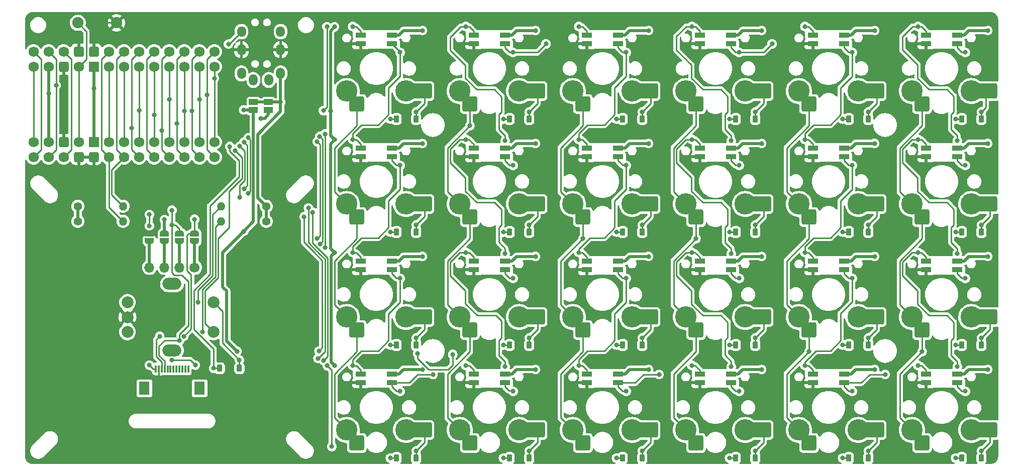
<source format=gbr>
%TF.GenerationSoftware,KiCad,Pcbnew,7.0.5*%
%TF.CreationDate,2025-01-15T14:24:04+08:00*%
%TF.ProjectId,TPS,5450532e-6b69-4636-9164-5f7063625858,rev?*%
%TF.SameCoordinates,Original*%
%TF.FileFunction,Copper,L1,Top*%
%TF.FilePolarity,Positive*%
%FSLAX46Y46*%
G04 Gerber Fmt 4.6, Leading zero omitted, Abs format (unit mm)*
G04 Created by KiCad (PCBNEW 7.0.5) date 2025-01-15 14:24:04*
%MOMM*%
%LPD*%
G01*
G04 APERTURE LIST*
G04 Aperture macros list*
%AMRoundRect*
0 Rectangle with rounded corners*
0 $1 Rounding radius*
0 $2 $3 $4 $5 $6 $7 $8 $9 X,Y pos of 4 corners*
0 Add a 4 corners polygon primitive as box body*
4,1,4,$2,$3,$4,$5,$6,$7,$8,$9,$2,$3,0*
0 Add four circle primitives for the rounded corners*
1,1,$1+$1,$2,$3*
1,1,$1+$1,$4,$5*
1,1,$1+$1,$6,$7*
1,1,$1+$1,$8,$9*
0 Add four rect primitives between the rounded corners*
20,1,$1+$1,$2,$3,$4,$5,0*
20,1,$1+$1,$4,$5,$6,$7,0*
20,1,$1+$1,$6,$7,$8,$9,0*
20,1,$1+$1,$8,$9,$2,$3,0*%
%AMOutline4P*
0 Free polygon, 4 corners , with rotation*
0 The origin of the aperture is its center*
0 number of corners: always 4*
0 $1 to $8 corner X, Y*
0 $9 Rotation angle, in degrees counterclockwise*
0 create outline with 4 corners*
4,1,4,$1,$2,$3,$4,$5,$6,$7,$8,$1,$2,$9*%
%AMFreePoly0*
4,1,19,0.500000,-0.750000,0.000000,-0.750000,0.000000,-0.744911,-0.071157,-0.744911,-0.207708,-0.704816,-0.327430,-0.627875,-0.420627,-0.520320,-0.479746,-0.390866,-0.500000,-0.250000,-0.500000,0.250000,-0.479746,0.390866,-0.420627,0.520320,-0.327430,0.627875,-0.207708,0.704816,-0.071157,0.744911,0.000000,0.744911,0.000000,0.750000,0.500000,0.750000,0.500000,-0.750000,0.500000,-0.750000,
$1*%
%AMFreePoly1*
4,1,19,0.000000,0.744911,0.071157,0.744911,0.207708,0.704816,0.327430,0.627875,0.420627,0.520320,0.479746,0.390866,0.500000,0.250000,0.500000,-0.250000,0.479746,-0.390866,0.420627,-0.520320,0.327430,-0.627875,0.207708,-0.704816,0.071157,-0.744911,0.000000,-0.744911,0.000000,-0.750000,-0.500000,-0.750000,-0.500000,0.750000,0.000000,0.750000,0.000000,0.744911,0.000000,0.744911,
$1*%
G04 Aperture macros list end*
%TA.AperFunction,SMDPad,CuDef*%
%ADD10RoundRect,0.225000X-0.225000X-0.375000X0.225000X-0.375000X0.225000X0.375000X-0.225000X0.375000X0*%
%TD*%
%TA.AperFunction,ComponentPad*%
%ADD11C,1.400000*%
%TD*%
%TA.AperFunction,ComponentPad*%
%ADD12O,1.400000X1.400000*%
%TD*%
%TA.AperFunction,SMDPad,CuDef*%
%ADD13RoundRect,0.250000X1.000000X1.000000X-1.000000X1.000000X-1.000000X-1.000000X1.000000X-1.000000X0*%
%TD*%
%TA.AperFunction,ComponentPad*%
%ADD14C,3.600000*%
%TD*%
%TA.AperFunction,SMDPad,CuDef*%
%ADD15RoundRect,0.250000X1.675000X1.000000X-1.675000X1.000000X-1.675000X-1.000000X1.675000X-1.000000X0*%
%TD*%
%TA.AperFunction,ComponentPad*%
%ADD16O,1.500000X1.900000*%
%TD*%
%TA.AperFunction,ComponentPad*%
%ADD17O,1.500000X1.800000*%
%TD*%
%TA.AperFunction,SMDPad,CuDef*%
%ADD18FreePoly0,90.000000*%
%TD*%
%TA.AperFunction,SMDPad,CuDef*%
%ADD19FreePoly1,90.000000*%
%TD*%
%TA.AperFunction,ComponentPad*%
%ADD20O,3.200000X2.000000*%
%TD*%
%TA.AperFunction,ComponentPad*%
%ADD21C,2.000000*%
%TD*%
%TA.AperFunction,SMDPad,CuDef*%
%ADD22R,1.500000X1.000000*%
%TD*%
%TA.AperFunction,ComponentPad*%
%ADD23C,1.900000*%
%TD*%
%TA.AperFunction,ComponentPad*%
%ADD24C,1.700000*%
%TD*%
%TA.AperFunction,ComponentPad*%
%ADD25O,1.700000X1.700000*%
%TD*%
%TA.AperFunction,SMDPad,CuDef*%
%ADD26R,1.800000X2.200000*%
%TD*%
%TA.AperFunction,SMDPad,CuDef*%
%ADD27R,0.300000X1.300000*%
%TD*%
%TA.AperFunction,SMDPad,CuDef*%
%ADD28R,1.800000X0.820000*%
%TD*%
%TA.AperFunction,ComponentPad*%
%ADD29C,1.752600*%
%TD*%
%TA.AperFunction,ComponentPad*%
%ADD30RoundRect,0.438150X-0.438150X-0.438150X0.438150X-0.438150X0.438150X0.438150X-0.438150X0.438150X0*%
%TD*%
%TA.AperFunction,ComponentPad*%
%ADD31RoundRect,0.438150X0.438150X0.438150X-0.438150X0.438150X-0.438150X-0.438150X0.438150X-0.438150X0*%
%TD*%
%TA.AperFunction,ComponentPad*%
%ADD32Outline4P,-0.876300X-0.876300X0.876300X-0.876300X0.876300X0.876300X-0.876300X0.876300X180.000000*%
%TD*%
%TA.AperFunction,ComponentPad*%
%ADD33Outline4P,-0.876300X-0.876300X0.876300X-0.876300X0.876300X0.876300X-0.876300X0.876300X0.000000*%
%TD*%
%TA.AperFunction,ViaPad*%
%ADD34C,0.800000*%
%TD*%
%TA.AperFunction,Conductor*%
%ADD35C,0.250000*%
%TD*%
%TA.AperFunction,Conductor*%
%ADD36C,0.500000*%
%TD*%
G04 APERTURE END LIST*
D10*
%TO.P,D13,1*%
%TO.N,row0*%
X158200167Y-47050499D03*
%TO.P,D13,2*%
%TO.N,Net-(D13-Pad2)*%
X161500167Y-47050499D03*
%TD*%
%TO.P,D20,1*%
%TO.N,row3*%
X177250000Y-104200000D03*
%TO.P,D20,2*%
%TO.N,Net-(D20-Pad2)*%
X180550000Y-104200000D03*
%TD*%
D11*
%TO.P,R3,1*%
%TO.N,VCC*%
X79085000Y-61753000D03*
D12*
%TO.P,R3,2*%
%TO.N,X{slash}A*%
X71465000Y-61753000D03*
%TD*%
D13*
%TO.P,SW16,1,1*%
%TO.N,col2*%
X151500167Y-101675499D03*
D14*
X149800167Y-99475499D03*
D13*
%TO.P,SW16,2,2*%
%TO.N,Net-(D16-Pad2)*%
X162900167Y-99475499D03*
D15*
X162225167Y-99475499D03*
D14*
X159800167Y-99475499D03*
%TD*%
D10*
%TO.P,D1,1*%
%TO.N,row0*%
X101050167Y-47050499D03*
%TO.P,D1,2*%
%TO.N,Net-(D1-Pad2)*%
X104350167Y-47050499D03*
%TD*%
%TO.P,D18,1*%
%TO.N,row1*%
X177250167Y-66100499D03*
%TO.P,D18,2*%
%TO.N,Net-(D18-Pad2)*%
X180550167Y-66100499D03*
%TD*%
D13*
%TO.P,SW3,1,1*%
%TO.N,col5*%
X94350167Y-82625499D03*
D14*
X92650167Y-80425499D03*
D13*
%TO.P,SW3,2,2*%
%TO.N,Net-(D3-Pad2)*%
X105750167Y-80425499D03*
D15*
X105075167Y-80425499D03*
D14*
X102650167Y-80425499D03*
%TD*%
D13*
%TO.P,SW4,1,1*%
%TO.N,col5*%
X94350167Y-101675499D03*
D14*
X92650167Y-99475499D03*
D13*
%TO.P,SW4,2,2*%
%TO.N,Net-(D4-Pad2)*%
X105750167Y-99475499D03*
D15*
X105075167Y-99475499D03*
D14*
X102650167Y-99475499D03*
%TD*%
D10*
%TO.P,D22,1*%
%TO.N,row1*%
X196300167Y-66100499D03*
%TO.P,D22,2*%
%TO.N,Net-(D22-Pad2)*%
X199600167Y-66100499D03*
%TD*%
D13*
%TO.P,SW1,1,1*%
%TO.N,col5*%
X94350167Y-44525499D03*
D14*
X92650167Y-42325499D03*
D13*
%TO.P,SW1,2,2*%
%TO.N,Net-(D1-Pad2)*%
X105750167Y-42325499D03*
D15*
X105075167Y-42325499D03*
D14*
X102650167Y-42325499D03*
%TD*%
D10*
%TO.P,D6,1*%
%TO.N,row1*%
X120100167Y-66100499D03*
%TO.P,D6,2*%
%TO.N,Net-(D6-Pad2)*%
X123400167Y-66100499D03*
%TD*%
D13*
%TO.P,SW7,1,1*%
%TO.N,col4*%
X113400168Y-82625498D03*
D14*
X111700168Y-80425498D03*
D13*
%TO.P,SW7,2,2*%
%TO.N,Net-(D7-Pad2)*%
X124800168Y-80425498D03*
D15*
X124125168Y-80425498D03*
D14*
X121700168Y-80425498D03*
%TD*%
D16*
%TO.P,T1,1,T/VCC*%
%TO.N,VCC*%
X74914000Y-39350000D03*
X81514000Y-39350000D03*
D17*
%TO.P,T1,2,R/SNL*%
%TO.N,SGN*%
X74914000Y-32302000D03*
X81514000Y-32302000D03*
D16*
%TO.P,T1,3,R/GND*%
%TO.N,GND*%
X74914000Y-35350000D03*
X81514000Y-35350000D03*
%TO.P,T1,4,S/No*%
%TO.N,unconnected-(T1-S{slash}No-Pad4)*%
X76914000Y-40450000D03*
X79514000Y-40450000D03*
%TD*%
D13*
%TO.P,SW9,1,1*%
%TO.N,col3*%
X132450167Y-44525499D03*
D14*
X130750167Y-42325499D03*
D13*
%TO.P,SW9,2,2*%
%TO.N,Net-(D9-Pad2)*%
X143850167Y-42325499D03*
D15*
X143175167Y-42325499D03*
D14*
X140750167Y-42325499D03*
%TD*%
D10*
%TO.P,D2,1*%
%TO.N,row1*%
X101050167Y-66100499D03*
%TO.P,D2,2*%
%TO.N,Net-(D2-Pad2)*%
X104350167Y-66100499D03*
%TD*%
%TO.P,D7,1*%
%TO.N,row2*%
X120100168Y-85150498D03*
%TO.P,D7,2*%
%TO.N,Net-(D7-Pad2)*%
X123400168Y-85150498D03*
%TD*%
D13*
%TO.P,SW17,1,1*%
%TO.N,col1*%
X170550167Y-44525499D03*
D14*
X168850167Y-42325499D03*
D13*
%TO.P,SW17,2,2*%
%TO.N,Net-(D17-Pad2)*%
X181950167Y-42325499D03*
D15*
X181275167Y-42325499D03*
D14*
X178850167Y-42325499D03*
%TD*%
D13*
%TO.P,SW22,1,1*%
%TO.N,col0*%
X189600167Y-63575499D03*
D14*
X187900167Y-61375499D03*
D13*
%TO.P,SW22,2,2*%
%TO.N,Net-(D22-Pad2)*%
X201000167Y-61375499D03*
D15*
X200325167Y-61375499D03*
D14*
X197900167Y-61375499D03*
%TD*%
D13*
%TO.P,SW21,1,1*%
%TO.N,col0*%
X189600167Y-44525499D03*
D14*
X187900167Y-42325499D03*
D13*
%TO.P,SW21,2,2*%
%TO.N,Net-(D21-Pad2)*%
X201000167Y-42325499D03*
D15*
X200325167Y-42325499D03*
D14*
X197900167Y-42325499D03*
%TD*%
D10*
%TO.P,D19,1*%
%TO.N,row2*%
X177250167Y-85150499D03*
%TO.P,D19,2*%
%TO.N,Net-(D19-Pad2)*%
X180550167Y-85150499D03*
%TD*%
D18*
%TO.P,JP5,1,A*%
%TO.N,Net-(J1-Pin_1)*%
X67027500Y-67643000D03*
D19*
%TO.P,JP5,2,B*%
%TO.N,SDA*%
X67027500Y-66343000D03*
%TD*%
D13*
%TO.P,SW23,1,1*%
%TO.N,col0*%
X189600167Y-82625499D03*
D14*
X187900167Y-80425499D03*
D13*
%TO.P,SW23,2,2*%
%TO.N,Net-(D23-Pad2)*%
X201000167Y-80425499D03*
D15*
X200325167Y-80425499D03*
D14*
X197900167Y-80425499D03*
%TD*%
D10*
%TO.P,D12,1*%
%TO.N,row3*%
X139150167Y-104200499D03*
%TO.P,D12,2*%
%TO.N,Net-(D12-Pad2)*%
X142450167Y-104200499D03*
%TD*%
%TO.P,D25,1*%
%TO.N,row3*%
X71271000Y-89075000D03*
%TO.P,D25,2*%
%TO.N,Net-(SW25-SW)*%
X74571000Y-89075000D03*
%TD*%
D13*
%TO.P,SW18,1,1*%
%TO.N,col1*%
X170550167Y-63575499D03*
D14*
X168850167Y-61375499D03*
D13*
%TO.P,SW18,2,2*%
%TO.N,Net-(D18-Pad2)*%
X181950167Y-61375499D03*
D15*
X181275167Y-61375499D03*
D14*
X178850167Y-61375499D03*
%TD*%
D10*
%TO.P,D4,1*%
%TO.N,row3*%
X101050167Y-104200499D03*
%TO.P,D4,2*%
%TO.N,Net-(D4-Pad2)*%
X104350167Y-104200499D03*
%TD*%
%TO.P,D14,1*%
%TO.N,row1*%
X158200167Y-66100499D03*
%TO.P,D14,2*%
%TO.N,Net-(D14-Pad2)*%
X161500167Y-66100499D03*
%TD*%
%TO.P,D11,1*%
%TO.N,row2*%
X139150167Y-85150499D03*
%TO.P,D11,2*%
%TO.N,Net-(D11-Pad2)*%
X142450167Y-85150499D03*
%TD*%
%TO.P,D10,1*%
%TO.N,row1*%
X139150167Y-66100499D03*
%TO.P,D10,2*%
%TO.N,Net-(D10-Pad2)*%
X142450167Y-66100499D03*
%TD*%
D20*
%TO.P,SW25,*%
%TO.N,*%
X63218000Y-74843000D03*
X63218000Y-86043000D03*
D21*
%TO.P,SW25,A,CLK*%
%TO.N,X{slash}A*%
X55718000Y-77943000D03*
%TO.P,SW25,B,DT*%
%TO.N,Y{slash}B*%
X55718000Y-82943000D03*
%TO.P,SW25,C,GND*%
%TO.N,GND*%
X55718000Y-80443000D03*
%TO.P,SW25,S1,SW*%
%TO.N,Net-(SW25-SW)*%
X70218000Y-77943000D03*
%TO.P,SW25,S2,GND*%
%TO.N,col6*%
X70218000Y-82943000D03*
%TD*%
D13*
%TO.P,SW13,1,1*%
%TO.N,col2*%
X151500167Y-44525499D03*
D14*
X149800167Y-42325499D03*
D13*
%TO.P,SW13,2,2*%
%TO.N,Net-(D13-Pad2)*%
X162900167Y-42325499D03*
D15*
X162225167Y-42325499D03*
D14*
X159800167Y-42325499D03*
%TD*%
D11*
%TO.P,R1,1*%
%TO.N,+3V3*%
X47351000Y-64293000D03*
D12*
%TO.P,R1,2*%
%TO.N,SDA*%
X54971000Y-64293000D03*
%TD*%
D13*
%TO.P,SW12,1,1*%
%TO.N,col3*%
X132450167Y-101675499D03*
D14*
X130750167Y-99475499D03*
D13*
%TO.P,SW12,2,2*%
%TO.N,Net-(D12-Pad2)*%
X143850167Y-99475499D03*
D15*
X143175167Y-99475499D03*
D14*
X140750167Y-99475499D03*
%TD*%
D10*
%TO.P,D16,1*%
%TO.N,row3*%
X158200167Y-104200499D03*
%TO.P,D16,2*%
%TO.N,Net-(D16-Pad2)*%
X161500167Y-104200499D03*
%TD*%
%TO.P,D17,1*%
%TO.N,row0*%
X177250167Y-47050499D03*
%TO.P,D17,2*%
%TO.N,Net-(D17-Pad2)*%
X180550167Y-47050499D03*
%TD*%
D18*
%TO.P,JP7,1,A*%
%TO.N,Net-(J1-Pin_3)*%
X61947500Y-67643000D03*
D19*
%TO.P,JP7,2,B*%
%TO.N,+3V3*%
X61947500Y-66343000D03*
%TD*%
D22*
%TO.P,JP1,1,A*%
%TO.N,+3V3*%
X76944000Y-45500000D03*
%TO.P,JP1,2,B*%
%TO.N,VCC*%
X76944000Y-44200000D03*
%TD*%
%TO.P,JP2,1,A*%
%TO.N,+5V*%
X79484000Y-45500000D03*
%TO.P,JP2,2,B*%
%TO.N,VCC*%
X79484000Y-44200000D03*
%TD*%
D23*
%TO.P,RST1,1,1*%
%TO.N,GND*%
X53851000Y-30823000D03*
%TO.P,RST1,2,2*%
%TO.N,RST*%
X47351000Y-30823000D03*
%TD*%
D13*
%TO.P,SW14,1,1*%
%TO.N,col2*%
X151500167Y-63575499D03*
D14*
X149800167Y-61375499D03*
D13*
%TO.P,SW14,2,2*%
%TO.N,Net-(D14-Pad2)*%
X162900167Y-61375499D03*
D15*
X162225167Y-61375499D03*
D14*
X159800167Y-61375499D03*
%TD*%
D10*
%TO.P,D3,1*%
%TO.N,row2*%
X101050167Y-85150499D03*
%TO.P,D3,2*%
%TO.N,Net-(D3-Pad2)*%
X104350167Y-85150499D03*
%TD*%
D13*
%TO.P,SW5,1,1*%
%TO.N,col4*%
X113400167Y-44525499D03*
D14*
X111700167Y-42325499D03*
D13*
%TO.P,SW5,2,2*%
%TO.N,Net-(D5-Pad2)*%
X124800167Y-42325499D03*
D15*
X124125167Y-42325499D03*
D14*
X121700167Y-42325499D03*
%TD*%
D13*
%TO.P,SW11,1,1*%
%TO.N,col3*%
X132450167Y-82625499D03*
D14*
X130750167Y-80425499D03*
D13*
%TO.P,SW11,2,2*%
%TO.N,Net-(D11-Pad2)*%
X143850167Y-80425499D03*
D15*
X143175167Y-80425499D03*
D14*
X140750167Y-80425499D03*
%TD*%
D10*
%TO.P,D15,1*%
%TO.N,row2*%
X158200167Y-85150499D03*
%TO.P,D15,2*%
%TO.N,Net-(D15-Pad2)*%
X161500167Y-85150499D03*
%TD*%
D11*
%TO.P,R4,1*%
%TO.N,VCC*%
X79085000Y-64293000D03*
D12*
%TO.P,R4,2*%
%TO.N,Y{slash}B*%
X71465000Y-64293000D03*
%TD*%
D13*
%TO.P,SW20,1,1*%
%TO.N,col1*%
X170550167Y-101675499D03*
D14*
X168850167Y-99475499D03*
D13*
%TO.P,SW20,2,2*%
%TO.N,Net-(D20-Pad2)*%
X181950167Y-99475499D03*
D15*
X181275167Y-99475499D03*
D14*
X178850167Y-99475499D03*
%TD*%
D13*
%TO.P,SW15,1,1*%
%TO.N,col2*%
X151500167Y-82625499D03*
D14*
X149800167Y-80425499D03*
D13*
%TO.P,SW15,2,2*%
%TO.N,Net-(D15-Pad2)*%
X162900167Y-80425499D03*
D15*
X162225167Y-80425499D03*
D14*
X159800167Y-80425499D03*
%TD*%
D10*
%TO.P,D8,1*%
%TO.N,row3*%
X120100167Y-104200499D03*
%TO.P,D8,2*%
%TO.N,Net-(D8-Pad2)*%
X123400167Y-104200499D03*
%TD*%
D13*
%TO.P,SW10,1,1*%
%TO.N,col3*%
X132450167Y-63575499D03*
D14*
X130750167Y-61375499D03*
D13*
%TO.P,SW10,2,2*%
%TO.N,Net-(D10-Pad2)*%
X143850167Y-61375499D03*
D15*
X143175167Y-61375499D03*
D14*
X140750167Y-61375499D03*
%TD*%
D10*
%TO.P,D9,1*%
%TO.N,row0*%
X139150167Y-47050499D03*
%TO.P,D9,2*%
%TO.N,Net-(D9-Pad2)*%
X142450167Y-47050499D03*
%TD*%
%TO.P,D24,1*%
%TO.N,row3*%
X196300168Y-104200498D03*
%TO.P,D24,2*%
%TO.N,Net-(D24-Pad2)*%
X199600168Y-104200498D03*
%TD*%
D24*
%TO.P,J1,1,Pin_1*%
%TO.N,Net-(J1-Pin_1)*%
X67027500Y-72073000D03*
D25*
%TO.P,J1,2,Pin_2*%
%TO.N,Net-(J1-Pin_2)*%
X64487500Y-72073000D03*
%TO.P,J1,3,Pin_3*%
%TO.N,Net-(J1-Pin_3)*%
X61947500Y-72073000D03*
%TO.P,J1,4,Pin_4*%
%TO.N,Net-(J1-Pin_4)*%
X59407500Y-72073000D03*
%TD*%
D13*
%TO.P,SW6,1,1*%
%TO.N,col4*%
X113400167Y-63575499D03*
D14*
X111700167Y-61375499D03*
D13*
%TO.P,SW6,2,2*%
%TO.N,Net-(D6-Pad2)*%
X124800167Y-61375499D03*
D15*
X124125167Y-61375499D03*
D14*
X121700167Y-61375499D03*
%TD*%
D26*
%TO.P,J2,*%
%TO.N,*%
X58571000Y-92443000D03*
X67871000Y-92443000D03*
D27*
%TO.P,J2,1,Pin_1*%
%TO.N,+3V3*%
X60471000Y-89193000D03*
%TO.P,J2,2,Pin_2*%
%TO.N,GND*%
X60971000Y-89193000D03*
%TO.P,J2,3,Pin_3*%
%TO.N,SDA*%
X61471000Y-89193000D03*
%TO.P,J2,4,Pin_4*%
%TO.N,SCL*%
X61971000Y-89193000D03*
%TO.P,J2,5,Pin_5*%
%TO.N,unconnected-(J2-Pin_5-Pad5)*%
X62471000Y-89193000D03*
%TO.P,J2,6,Pin_6*%
%TO.N,unconnected-(J2-Pin_6-Pad6)*%
X62971000Y-89193000D03*
%TO.P,J2,7,Pin_7*%
%TO.N,unconnected-(J2-Pin_7-Pad7)*%
X63471000Y-89193000D03*
%TO.P,J2,8,Pin_8*%
%TO.N,unconnected-(J2-Pin_8-Pad8)*%
X63971000Y-89193000D03*
%TO.P,J2,9,Pin_9*%
%TO.N,unconnected-(J2-Pin_9-Pad9)*%
X64471000Y-89193000D03*
%TO.P,J2,10,Pin_10*%
%TO.N,unconnected-(J2-Pin_10-Pad10)*%
X64971000Y-89193000D03*
%TO.P,J2,11,Pin_11*%
%TO.N,unconnected-(J2-Pin_11-Pad11)*%
X65471000Y-89193000D03*
%TO.P,J2,12,Pin_12*%
%TO.N,unconnected-(J2-Pin_12-Pad12)*%
X65971000Y-89193000D03*
%TD*%
D11*
%TO.P,R2,1*%
%TO.N,+3V3*%
X47351000Y-61753000D03*
D12*
%TO.P,R2,2*%
%TO.N,SCL*%
X54971000Y-61753000D03*
%TD*%
D10*
%TO.P,D21,1*%
%TO.N,row0*%
X196300167Y-47050499D03*
%TO.P,D21,2*%
%TO.N,Net-(D21-Pad2)*%
X199600167Y-47050499D03*
%TD*%
%TO.P,D5,1*%
%TO.N,row0*%
X120100167Y-47050499D03*
%TO.P,D5,2*%
%TO.N,Net-(D5-Pad2)*%
X123400167Y-47050499D03*
%TD*%
D13*
%TO.P,SW2,1,1*%
%TO.N,col5*%
X94350167Y-63575499D03*
D14*
X92650167Y-61375499D03*
D13*
%TO.P,SW2,2,2*%
%TO.N,Net-(D2-Pad2)*%
X105750167Y-61375499D03*
D15*
X105075167Y-61375499D03*
D14*
X102650167Y-61375499D03*
%TD*%
D10*
%TO.P,D23,1*%
%TO.N,row2*%
X196300167Y-85150499D03*
%TO.P,D23,2*%
%TO.N,Net-(D23-Pad2)*%
X199600167Y-85150499D03*
%TD*%
D13*
%TO.P,SW24,1,1*%
%TO.N,col0*%
X189600168Y-101675498D03*
D14*
X187900168Y-99475498D03*
D13*
%TO.P,SW24,2,2*%
%TO.N,Net-(D24-Pad2)*%
X201000168Y-99475498D03*
D15*
X200325168Y-99475498D03*
D14*
X197900168Y-99475498D03*
%TD*%
D13*
%TO.P,SW8,1,1*%
%TO.N,col4*%
X113400167Y-101675499D03*
D14*
X111700167Y-99475499D03*
D13*
%TO.P,SW8,2,2*%
%TO.N,Net-(D8-Pad2)*%
X124800167Y-99475499D03*
D15*
X124125167Y-99475499D03*
D14*
X121700167Y-99475499D03*
%TD*%
D18*
%TO.P,JP6,1,A*%
%TO.N,Net-(J1-Pin_2)*%
X64487500Y-67643000D03*
D19*
%TO.P,JP6,2,B*%
%TO.N,SCL*%
X64487500Y-66343000D03*
%TD*%
D18*
%TO.P,JP8,1,A*%
%TO.N,Net-(J1-Pin_4)*%
X59407500Y-67643000D03*
D19*
%TO.P,JP8,2,B*%
%TO.N,GND*%
X59407500Y-66343000D03*
%TD*%
D13*
%TO.P,SW19,1,1*%
%TO.N,col1*%
X170550167Y-82625499D03*
D14*
X168850167Y-80425499D03*
D13*
%TO.P,SW19,2,2*%
%TO.N,Net-(D19-Pad2)*%
X181950167Y-80425499D03*
D15*
X181275167Y-80425499D03*
D14*
X178850167Y-80425499D03*
%TD*%
D28*
%TO.P,L5,1,VDD*%
%TO.N,+5V*%
X119350167Y-32875499D03*
%TO.P,L5,2,DOUT*%
%TO.N,Net-(L5-DOUT)*%
X119350167Y-34375499D03*
%TO.P,L5,3,GND*%
%TO.N,GND*%
X114050167Y-34375499D03*
%TO.P,L5,4,DIN*%
%TO.N,Net-(L5-DIN)*%
X114050167Y-32875499D03*
%TD*%
%TO.P,L13,1,VDD*%
%TO.N,+5V*%
X157450167Y-32875499D03*
%TO.P,L13,2,DOUT*%
%TO.N,Net-(L13-DOUT)*%
X157450167Y-34375499D03*
%TO.P,L13,3,GND*%
%TO.N,GND*%
X152150167Y-34375499D03*
%TO.P,L13,4,DIN*%
%TO.N,Net-(L13-DIN)*%
X152150167Y-32875499D03*
%TD*%
%TO.P,L11,1,VDD*%
%TO.N,+5V*%
X138400167Y-70975499D03*
%TO.P,L11,2,DOUT*%
%TO.N,Net-(L11-DOUT)*%
X138400167Y-72475499D03*
%TO.P,L11,3,GND*%
%TO.N,GND*%
X133100167Y-72475499D03*
%TO.P,L11,4,DIN*%
%TO.N,Net-(L10-DOUT)*%
X133100167Y-70975499D03*
%TD*%
%TO.P,L23,1,VDD*%
%TO.N,+5V*%
X195550167Y-70975499D03*
%TO.P,L23,2,DOUT*%
%TO.N,Net-(L22-DIN)*%
X195550167Y-72475499D03*
%TO.P,L23,3,GND*%
%TO.N,GND*%
X190250167Y-72475499D03*
%TO.P,L23,4,DIN*%
%TO.N,Net-(L23-DIN)*%
X190250167Y-70975499D03*
%TD*%
%TO.P,L10,1,VDD*%
%TO.N,+5V*%
X138400167Y-51925499D03*
%TO.P,L10,2,DOUT*%
%TO.N,Net-(L10-DOUT)*%
X138400167Y-53425499D03*
%TO.P,L10,3,GND*%
%TO.N,GND*%
X133100167Y-53425499D03*
%TO.P,L10,4,DIN*%
%TO.N,Net-(L10-DIN)*%
X133100167Y-51925499D03*
%TD*%
%TO.P,L16,1,VDD*%
%TO.N,+5V*%
X157450167Y-90025499D03*
%TO.P,L16,2,DOUT*%
%TO.N,Net-(L15-DIN)*%
X157450167Y-91525499D03*
%TO.P,L16,3,GND*%
%TO.N,GND*%
X152150167Y-91525499D03*
%TO.P,L16,4,DIN*%
%TO.N,Net-(L12-DOUT)*%
X152150167Y-90025499D03*
%TD*%
%TO.P,L17,1,VDD*%
%TO.N,+5V*%
X176500167Y-32875499D03*
%TO.P,L17,2,DOUT*%
%TO.N,Net-(L17-DOUT)*%
X176500167Y-34375499D03*
%TO.P,L17,3,GND*%
%TO.N,GND*%
X171200167Y-34375499D03*
%TO.P,L17,4,DIN*%
%TO.N,Net-(L13-DOUT)*%
X171200167Y-32875499D03*
%TD*%
%TO.P,L18,1,VDD*%
%TO.N,+5V*%
X176500167Y-51925499D03*
%TO.P,L18,2,DOUT*%
%TO.N,Net-(L18-DOUT)*%
X176500167Y-53425499D03*
%TO.P,L18,3,GND*%
%TO.N,GND*%
X171200167Y-53425499D03*
%TO.P,L18,4,DIN*%
%TO.N,Net-(L17-DOUT)*%
X171200167Y-51925499D03*
%TD*%
%TO.P,L24,1,VDD*%
%TO.N,+5V*%
X195550167Y-90025499D03*
%TO.P,L24,2,DOUT*%
%TO.N,Net-(L23-DIN)*%
X195550167Y-91525499D03*
%TO.P,L24,3,GND*%
%TO.N,GND*%
X190250167Y-91525499D03*
%TO.P,L24,4,DIN*%
%TO.N,Net-(L20-DOUT)*%
X190250167Y-90025499D03*
%TD*%
%TO.P,L2,1,VDD*%
%TO.N,+5V*%
X100300167Y-51925499D03*
%TO.P,L2,2,DOUT*%
%TO.N,Net-(L2-DOUT)*%
X100300167Y-53425499D03*
%TO.P,L2,3,GND*%
%TO.N,GND*%
X95000167Y-53425499D03*
%TO.P,L2,4,DIN*%
%TO.N,Net-(L1-DOUT)*%
X95000167Y-51925499D03*
%TD*%
%TO.P,L15,1,VDD*%
%TO.N,+5V*%
X157450167Y-70975499D03*
%TO.P,L15,2,DOUT*%
%TO.N,Net-(L14-DIN)*%
X157450167Y-72475499D03*
%TO.P,L15,3,GND*%
%TO.N,GND*%
X152150167Y-72475499D03*
%TO.P,L15,4,DIN*%
%TO.N,Net-(L15-DIN)*%
X152150167Y-70975499D03*
%TD*%
%TO.P,L21,1,VDD*%
%TO.N,+5V*%
X195550167Y-32875499D03*
%TO.P,L21,2,DOUT*%
%TO.N,unconnected-(L21-DOUT-Pad2)*%
X195550167Y-34375499D03*
%TO.P,L21,3,GND*%
%TO.N,GND*%
X190250167Y-34375499D03*
%TO.P,L21,4,DIN*%
%TO.N,Net-(L21-DIN)*%
X190250167Y-32875499D03*
%TD*%
%TO.P,L8,1,VDD*%
%TO.N,+5V*%
X119350167Y-90025499D03*
%TO.P,L8,2,DOUT*%
%TO.N,Net-(L7-DIN)*%
X119350167Y-91525499D03*
%TO.P,L8,3,GND*%
%TO.N,GND*%
X114050167Y-91525499D03*
%TO.P,L8,4,DIN*%
%TO.N,Net-(L4-DOUT)*%
X114050167Y-90025499D03*
%TD*%
%TO.P,L9,1,VDD*%
%TO.N,+5V*%
X138400167Y-32875499D03*
%TO.P,L9,2,DOUT*%
%TO.N,Net-(L10-DIN)*%
X138400167Y-34375499D03*
%TO.P,L9,3,GND*%
%TO.N,GND*%
X133100167Y-34375499D03*
%TO.P,L9,4,DIN*%
%TO.N,Net-(L5-DOUT)*%
X133100167Y-32875499D03*
%TD*%
%TO.P,L20,1,VDD*%
%TO.N,+5V*%
X176500167Y-90025499D03*
%TO.P,L20,2,DOUT*%
%TO.N,Net-(L20-DOUT)*%
X176500167Y-91525499D03*
%TO.P,L20,3,GND*%
%TO.N,GND*%
X171200167Y-91525499D03*
%TO.P,L20,4,DIN*%
%TO.N,Net-(L19-DOUT)*%
X171200167Y-90025499D03*
%TD*%
%TO.P,L14,1,VDD*%
%TO.N,+5V*%
X157450167Y-51925499D03*
%TO.P,L14,2,DOUT*%
%TO.N,Net-(L13-DIN)*%
X157450167Y-53425499D03*
%TO.P,L14,3,GND*%
%TO.N,GND*%
X152150167Y-53425499D03*
%TO.P,L14,4,DIN*%
%TO.N,Net-(L14-DIN)*%
X152150167Y-51925499D03*
%TD*%
%TO.P,L6,1,VDD*%
%TO.N,+5V*%
X119350167Y-51925499D03*
%TO.P,L6,2,DOUT*%
%TO.N,Net-(L5-DIN)*%
X119350167Y-53425499D03*
%TO.P,L6,3,GND*%
%TO.N,GND*%
X114050167Y-53425499D03*
%TO.P,L6,4,DIN*%
%TO.N,Net-(L6-DIN)*%
X114050167Y-51925499D03*
%TD*%
%TO.P,L22,1,VDD*%
%TO.N,+5V*%
X195550167Y-51925499D03*
%TO.P,L22,2,DOUT*%
%TO.N,Net-(L21-DIN)*%
X195550167Y-53425499D03*
%TO.P,L22,3,GND*%
%TO.N,GND*%
X190250167Y-53425499D03*
%TO.P,L22,4,DIN*%
%TO.N,Net-(L22-DIN)*%
X190250167Y-51925499D03*
%TD*%
%TO.P,L3,1,VDD*%
%TO.N,+5V*%
X100300167Y-70975499D03*
%TO.P,L3,2,DOUT*%
%TO.N,Net-(L3-DOUT)*%
X100300167Y-72475499D03*
%TO.P,L3,3,GND*%
%TO.N,GND*%
X95000167Y-72475499D03*
%TO.P,L3,4,DIN*%
%TO.N,Net-(L2-DOUT)*%
X95000167Y-70975499D03*
%TD*%
%TO.P,L4,1,VDD*%
%TO.N,+5V*%
X100300167Y-90025499D03*
%TO.P,L4,2,DOUT*%
%TO.N,Net-(L4-DOUT)*%
X100300167Y-91525499D03*
%TO.P,L4,3,GND*%
%TO.N,GND*%
X95000167Y-91525499D03*
%TO.P,L4,4,DIN*%
%TO.N,Net-(L3-DOUT)*%
X95000167Y-90025499D03*
%TD*%
%TO.P,L12,1,VDD*%
%TO.N,+5V*%
X138400167Y-90025499D03*
%TO.P,L12,2,DOUT*%
%TO.N,Net-(L12-DOUT)*%
X138400167Y-91525499D03*
%TO.P,L12,3,GND*%
%TO.N,GND*%
X133100167Y-91525499D03*
%TO.P,L12,4,DIN*%
%TO.N,Net-(L11-DOUT)*%
X133100167Y-90025499D03*
%TD*%
%TO.P,L19,1,VDD*%
%TO.N,+5V*%
X176500167Y-70975499D03*
%TO.P,L19,2,DOUT*%
%TO.N,Net-(L19-DOUT)*%
X176500167Y-72475499D03*
%TO.P,L19,3,GND*%
%TO.N,GND*%
X171200167Y-72475499D03*
%TO.P,L19,4,DIN*%
%TO.N,Net-(L18-DOUT)*%
X171200167Y-70975499D03*
%TD*%
%TO.P,L7,1,VDD*%
%TO.N,+5V*%
X119350168Y-70975498D03*
%TO.P,L7,2,DOUT*%
%TO.N,Net-(L6-DIN)*%
X119350168Y-72475498D03*
%TO.P,L7,3,GND*%
%TO.N,GND*%
X114050168Y-72475498D03*
%TO.P,L7,4,DIN*%
%TO.N,Net-(L7-DIN)*%
X114050168Y-70975498D03*
%TD*%
%TO.P,L1,1,VDD*%
%TO.N,+5V*%
X100300167Y-32875499D03*
%TO.P,L1,2,DOUT*%
%TO.N,Net-(L1-DOUT)*%
X100300167Y-34375499D03*
%TO.P,L1,3,GND*%
%TO.N,GND*%
X95000167Y-34375499D03*
%TO.P,L1,4,DIN*%
%TO.N,RGB*%
X95000167Y-32875499D03*
%TD*%
D29*
%TO.P,U1,1,?*%
%TO.N,unconnected-(U1-?-Pad1)*%
X39881000Y-35681000D03*
X39881000Y-53461000D03*
%TO.P,U1,2,0/PD3*%
%TO.N,RGB*%
X42421000Y-35681000D03*
X42421000Y-53461000D03*
%TO.P,U1,3,1/PD2*%
%TO.N,SGN*%
X44961000Y-35681000D03*
X44961000Y-53461000D03*
D30*
%TO.P,U1,4,GND*%
%TO.N,GND*%
X47501000Y-35681000D03*
D31*
X47501000Y-53461000D03*
D30*
%TO.P,U1,5,GND*%
X50041000Y-35681000D03*
D31*
X50041000Y-53461000D03*
D29*
%TO.P,U1,6,2/PD1*%
%TO.N,SDA*%
X52581000Y-35681000D03*
X52581000Y-53461000D03*
%TO.P,U1,7,3/PD0*%
%TO.N,SCL*%
X55121000Y-35681000D03*
X55121000Y-53461000D03*
%TO.P,U1,8,4/PD4*%
%TO.N,col6*%
X57661000Y-35681000D03*
X57661000Y-53461000D03*
%TO.P,U1,9,5/PC6*%
%TO.N,unconnected-(U1-5{slash}PC6-Pad9)*%
X60201000Y-35681000D03*
X60201000Y-53461000D03*
%TO.P,U1,10,6/PD7*%
%TO.N,row3*%
X62741000Y-35681000D03*
X62741000Y-53461000D03*
%TO.P,U1,11,7/PE6*%
%TO.N,row2*%
X65281000Y-35681000D03*
X65281000Y-53461000D03*
%TO.P,U1,12,8/PB4*%
%TO.N,row1*%
X67821000Y-35681000D03*
X67821000Y-53461000D03*
%TO.P,U1,13,9/PB5*%
%TO.N,row0*%
X70361000Y-35681000D03*
X70361000Y-53461000D03*
%TO.P,U1,14,21/PB6*%
%TO.N,col5*%
X70361000Y-38221000D03*
X70361000Y-50921000D03*
%TO.P,U1,15,23/PB2*%
%TO.N,col4*%
X67821000Y-38221000D03*
X67821000Y-50921000D03*
%TO.P,U1,16,20/PB3*%
%TO.N,col3*%
X65281000Y-38221000D03*
X65281000Y-50921000D03*
%TO.P,U1,17,22/PB1*%
%TO.N,col2*%
X62741000Y-38221000D03*
X62741000Y-50921000D03*
%TO.P,U1,18,26/PF7*%
%TO.N,col1*%
X60201000Y-38221000D03*
X60201000Y-50921000D03*
%TO.P,U1,19,27/PF6*%
%TO.N,col0*%
X57661000Y-38221000D03*
X57661000Y-50921000D03*
%TO.P,U1,20,28/PF5*%
%TO.N,X{slash}A*%
X55121000Y-38221000D03*
X55121000Y-50921000D03*
%TO.P,U1,21,29/PF4*%
%TO.N,Y{slash}B*%
X52581000Y-38221000D03*
X52581000Y-50921000D03*
D32*
%TO.P,U1,22,VCC*%
%TO.N,+3V3*%
X50041000Y-38221000D03*
D33*
X50041000Y-50921000D03*
D29*
%TO.P,U1,23,RST*%
%TO.N,RST*%
X47501000Y-38221000D03*
X47501000Y-50921000D03*
D31*
%TO.P,U1,24,GND*%
%TO.N,GND*%
X44961000Y-38221000D03*
D30*
X44961000Y-50921000D03*
D29*
%TO.P,U1,25,B0*%
%TO.N,+5V*%
X42421000Y-38221000D03*
X42421000Y-50921000D03*
%TO.P,U1,26,?*%
%TO.N,unconnected-(U1-?-Pad26)*%
X39881000Y-38221000D03*
X39881000Y-50921000D03*
%TD*%
D34*
%TO.N,row0*%
X195250000Y-47050000D03*
X138100000Y-47050000D03*
X69090000Y-43010000D03*
X157150000Y-47050000D03*
X119050000Y-47050000D03*
X100000000Y-47050000D03*
X176200000Y-47050000D03*
%TO.N,Net-(D1-Pad2)*%
X104350000Y-45850000D03*
%TO.N,row1*%
X100000000Y-66100000D03*
X138100000Y-66100000D03*
X87660000Y-67210000D03*
X157150000Y-66100000D03*
X119050000Y-66100000D03*
X176200000Y-66100000D03*
X195250000Y-66100000D03*
X66540000Y-45650000D03*
X87670000Y-50860000D03*
%TO.N,Net-(D2-Pad2)*%
X104350000Y-64900000D03*
%TO.N,row2*%
X74650000Y-60255000D03*
X195250000Y-85150000D03*
X138100000Y-85150000D03*
X64010000Y-47800000D03*
X119050000Y-85150000D03*
X100000000Y-85150000D03*
X85470000Y-63520000D03*
X157140000Y-85150000D03*
X87980000Y-86160000D03*
X176200000Y-85150000D03*
X74630000Y-51650000D03*
%TO.N,Net-(D3-Pad2)*%
X104350000Y-83950000D03*
%TO.N,row3*%
X100000000Y-104200000D03*
X70220000Y-89070000D03*
X157150000Y-104200000D03*
X119050000Y-104200000D03*
X72960000Y-51660000D03*
X61470000Y-48990000D03*
X90150000Y-102270000D03*
X176200000Y-104200000D03*
X89370000Y-88630000D03*
X138100000Y-104200000D03*
X195250000Y-104200000D03*
%TO.N,Net-(D4-Pad2)*%
X104350000Y-103000000D03*
%TO.N,Net-(D5-Pad2)*%
X123400000Y-45850000D03*
%TO.N,Net-(D6-Pad2)*%
X123400000Y-64900000D03*
%TO.N,Net-(D7-Pad2)*%
X123400000Y-83950000D03*
%TO.N,Net-(D8-Pad2)*%
X123400000Y-103000000D03*
%TO.N,Net-(D9-Pad2)*%
X142450000Y-45850000D03*
%TO.N,Net-(D10-Pad2)*%
X142450000Y-64900000D03*
%TO.N,Net-(D11-Pad2)*%
X142450000Y-83950000D03*
%TO.N,Net-(D12-Pad2)*%
X142450000Y-103000000D03*
%TO.N,Net-(D13-Pad2)*%
X161500000Y-45850000D03*
%TO.N,Net-(D14-Pad2)*%
X161500000Y-64900000D03*
%TO.N,Net-(D15-Pad2)*%
X161500000Y-83950000D03*
%TO.N,Net-(D16-Pad2)*%
X161500000Y-103000000D03*
%TO.N,Net-(D17-Pad2)*%
X180550000Y-45850000D03*
%TO.N,Net-(D18-Pad2)*%
X180550000Y-64900000D03*
%TO.N,Net-(D19-Pad2)*%
X180550000Y-83950000D03*
%TO.N,Net-(D20-Pad2)*%
X180550000Y-103000000D03*
%TO.N,Net-(D21-Pad2)*%
X199600000Y-45850000D03*
%TO.N,Net-(D22-Pad2)*%
X199600000Y-64900000D03*
%TO.N,Net-(D23-Pad2)*%
X199600000Y-83950000D03*
%TO.N,Net-(D24-Pad2)*%
X199600000Y-103000000D03*
%TO.N,col0*%
X76080000Y-50190000D03*
X189600167Y-86259833D03*
X57661000Y-45640000D03*
X88780000Y-87740000D03*
X76080000Y-59530000D03*
X86930000Y-62750000D03*
%TO.N,col1*%
X75355500Y-58800000D03*
X87820000Y-87390000D03*
X86210000Y-62040000D03*
X170550167Y-86259833D03*
X60201000Y-46390000D03*
X75355500Y-50920000D03*
X104600000Y-86620000D03*
X110520000Y-86720000D03*
%TO.N,col2*%
X89040000Y-68700000D03*
X89040000Y-49550000D03*
X62741000Y-43740000D03*
X151500167Y-67209833D03*
%TO.N,col3*%
X65281000Y-45650000D03*
X132450167Y-67209833D03*
X88120000Y-49960000D03*
X88130000Y-68100000D03*
%TO.N,col4*%
X67821000Y-43740000D03*
X113400167Y-48159833D03*
%TO.N,col5*%
X70361000Y-40150000D03*
%TO.N,GND*%
X152600000Y-50520000D03*
X114510000Y-31470000D03*
X65470000Y-90650000D03*
X152600000Y-31480000D03*
X95000000Y-73900000D03*
X171200000Y-35810000D03*
X68690000Y-66350000D03*
X152610000Y-88630000D03*
X171650000Y-88620000D03*
X193560000Y-67090000D03*
X152150000Y-92950000D03*
X133560000Y-50530000D03*
X133100000Y-92960000D03*
X171660000Y-69570000D03*
X57740000Y-66340000D03*
X152150000Y-54860000D03*
X152150000Y-73900000D03*
X133550000Y-88630000D03*
X133550000Y-69570000D03*
X201220000Y-103980000D03*
X171200000Y-73910000D03*
X95450000Y-50520000D03*
X45030000Y-31610000D03*
X171200000Y-54850000D03*
X95450000Y-31470000D03*
X190700000Y-88620000D03*
X155450000Y-67100000D03*
X171200000Y-92960000D03*
X95450000Y-88620000D03*
X190700000Y-31480000D03*
X171660000Y-50520000D03*
X114500000Y-88620000D03*
X114050000Y-35800000D03*
X60970000Y-90640000D03*
X190700000Y-69570000D03*
X133100000Y-73910000D03*
X152600000Y-69580000D03*
X114050000Y-73910000D03*
X114050000Y-54860000D03*
X190250000Y-35810000D03*
X115270000Y-84210000D03*
X114050000Y-92950000D03*
X133560000Y-31480000D03*
X153370000Y-84220000D03*
X190250000Y-92950000D03*
X95000000Y-54850000D03*
X104260000Y-91980000D03*
X155450000Y-48040000D03*
X114500000Y-50530000D03*
X133100000Y-54860000D03*
X190700000Y-50520000D03*
X152150000Y-35800000D03*
X171660000Y-31470000D03*
X95450000Y-69580000D03*
X95000000Y-35810000D03*
X117370000Y-48030000D03*
X190250000Y-54850000D03*
X193570000Y-48050000D03*
X133100000Y-35810000D03*
X190250000Y-73900000D03*
X114500000Y-69570000D03*
X95000000Y-92950000D03*
X115290000Y-65170000D03*
X193540000Y-86150000D03*
X45590000Y-56650000D03*
%TO.N,SDA*%
X59407500Y-65042500D03*
X67027500Y-63930000D03*
X65210000Y-83667500D03*
X61140000Y-83667500D03*
X59410000Y-63150000D03*
%TO.N,SCL*%
X63220000Y-62420000D03*
X64480000Y-84400000D03*
X63220000Y-64920000D03*
%TO.N,X{slash}A*%
X67620000Y-77950000D03*
%TO.N,SGN*%
X72730000Y-34410000D03*
%TO.N,Y{slash}B*%
X68360000Y-82940000D03*
%TO.N,col6*%
X56380000Y-48530000D03*
X73890000Y-52390000D03*
%TO.N,+3V3*%
X67140000Y-88540000D03*
X63220000Y-87700000D03*
X75280000Y-45500000D03*
X75300000Y-65970000D03*
X59400000Y-88540000D03*
X50041000Y-41880000D03*
X74160000Y-86200000D03*
X61950000Y-64010000D03*
%TO.N,+5V*%
X200650000Y-51160000D03*
X90600000Y-69580000D03*
X181600000Y-51160000D03*
X143500000Y-51170000D03*
X105400000Y-51170000D03*
X143500000Y-32130000D03*
X89900000Y-45650000D03*
X162550000Y-32130000D03*
X162550000Y-70220000D03*
X200650000Y-89270000D03*
X90600000Y-88630000D03*
X162550000Y-89270000D03*
X200660000Y-32120000D03*
X78210000Y-46920000D03*
X105400000Y-70210000D03*
X90610000Y-50530000D03*
X42421000Y-42760000D03*
X124450000Y-89270000D03*
X181600000Y-70220000D03*
X124450000Y-32130000D03*
X181600000Y-89270000D03*
X124450000Y-70210000D03*
X105400000Y-89270000D03*
X124450000Y-51170000D03*
X200660000Y-70220000D03*
X105410000Y-32130000D03*
X90600000Y-31480000D03*
X143500000Y-70210000D03*
X143500000Y-89270000D03*
X162560000Y-51170000D03*
X181610000Y-32130000D03*
%TO.N,VCC*%
X81514000Y-44200000D03*
%TO.N,Net-(L1-DOUT)*%
X93660000Y-50490000D03*
X101650000Y-35810000D03*
%TO.N,RGB*%
X93650000Y-31440000D03*
X88720000Y-45620000D03*
X43690000Y-41340000D03*
X89310000Y-31480000D03*
%TO.N,Net-(L2-DOUT)*%
X101650000Y-54860000D03*
X93650000Y-69540000D03*
%TO.N,Net-(L3-DOUT)*%
X101650000Y-73910000D03*
X93650000Y-88590000D03*
%TO.N,Net-(L5-DOUT)*%
X120700000Y-35810000D03*
X126230000Y-34370000D03*
X131750000Y-31440000D03*
%TO.N,Net-(L10-DIN)*%
X139750000Y-35810000D03*
X131750000Y-50490000D03*
%TO.N,Net-(L10-DOUT)*%
X139750000Y-54860000D03*
X131750000Y-69540000D03*
%TO.N,Net-(L11-DOUT)*%
X139750000Y-73910000D03*
X131750000Y-88590000D03*
%TO.N,Net-(L12-DOUT)*%
X145280000Y-90120000D03*
X150800000Y-88590000D03*
X139750000Y-92960000D03*
%TO.N,Net-(L13-DOUT)*%
X158800000Y-35810000D03*
X169850000Y-31440000D03*
X164330000Y-34370000D03*
%TO.N,Net-(L13-DIN)*%
X150800000Y-31440000D03*
X157450000Y-50710000D03*
X158800000Y-54860000D03*
%TO.N,Net-(L14-DIN)*%
X157450000Y-69760000D03*
X150800000Y-50490000D03*
X158800000Y-73910000D03*
%TO.N,Net-(L17-DOUT)*%
X177850000Y-35810000D03*
X169850000Y-50490000D03*
%TO.N,Net-(L19-DOUT)*%
X177850000Y-73910000D03*
X169850000Y-88590000D03*
%TO.N,Net-(SW25-SW)*%
X74570000Y-87680000D03*
%TO.N,unconnected-(L21-DOUT-Pad2)*%
X196900000Y-35810000D03*
%TO.N,Net-(L7-DIN)*%
X120700000Y-92960000D03*
X119350000Y-88810000D03*
X112700000Y-69540000D03*
%TO.N,Net-(L6-DIN)*%
X119350000Y-69760000D03*
X112700000Y-50490000D03*
X120700000Y-73910000D03*
%TO.N,Net-(L5-DIN)*%
X119350000Y-50710000D03*
X120700000Y-54860000D03*
X112700000Y-31440000D03*
%TO.N,Net-(L4-DOUT)*%
X112700000Y-88590000D03*
X101650000Y-92960000D03*
X107180000Y-90130000D03*
%TO.N,Net-(L23-DIN)*%
X196900000Y-92960000D03*
X188900000Y-69550000D03*
X195550000Y-88810000D03*
%TO.N,Net-(L22-DIN)*%
X196900000Y-73910000D03*
X188900000Y-50490000D03*
X195550000Y-69760000D03*
%TO.N,Net-(L21-DIN)*%
X195550000Y-50710000D03*
X188900000Y-31440000D03*
X196900000Y-54860000D03*
%TO.N,Net-(L20-DOUT)*%
X177850000Y-92960000D03*
X188900000Y-88590000D03*
X183380000Y-90120000D03*
%TO.N,Net-(L18-DOUT)*%
X169850000Y-69540000D03*
X177850000Y-54860000D03*
%TO.N,Net-(L15-DIN)*%
X158800000Y-92960000D03*
X150810000Y-69540000D03*
X157450000Y-88810000D03*
%TD*%
D35*
%TO.N,row0*%
X138100000Y-47050000D02*
X139149668Y-47050000D01*
X157150000Y-47050000D02*
X158199668Y-47050000D01*
X120099668Y-47050000D02*
X120100167Y-47050499D01*
X100000000Y-47050000D02*
X101049668Y-47050000D01*
X101049668Y-47050000D02*
X101050167Y-47050499D01*
X119050000Y-47050000D02*
X120099668Y-47050000D01*
X158199668Y-47050000D02*
X158200167Y-47050499D01*
X195250000Y-47050000D02*
X196299668Y-47050000D01*
X196299668Y-47050000D02*
X196300167Y-47050499D01*
X69090000Y-36952000D02*
X70361000Y-35681000D01*
X177249668Y-47050000D02*
X177250167Y-47050499D01*
X69090000Y-43010000D02*
X69090000Y-36952000D01*
X69090000Y-52190000D02*
X70361000Y-53461000D01*
X69090000Y-43010000D02*
X69090000Y-52190000D01*
X139149668Y-47050000D02*
X139150167Y-47050499D01*
X176200000Y-47050000D02*
X177249668Y-47050000D01*
%TO.N,Net-(D1-Pad2)*%
X104350000Y-45850000D02*
X105750167Y-44449833D01*
X105750167Y-44449833D02*
X105750167Y-42325499D01*
X104350000Y-45850000D02*
X104350000Y-47050332D01*
X104350000Y-47050332D02*
X104350167Y-47050499D01*
%TO.N,row1*%
X66540000Y-36962000D02*
X66540000Y-43110000D01*
X88140000Y-51330000D02*
X87670000Y-50860000D01*
X119050000Y-66100000D02*
X120099668Y-66100000D01*
X139149668Y-66100000D02*
X139150167Y-66100499D01*
X158199668Y-66100000D02*
X158200167Y-66100499D01*
X66540000Y-43110000D02*
X66540000Y-45650000D01*
X101049668Y-66100000D02*
X101050167Y-66100499D01*
X138100000Y-66100000D02*
X139149668Y-66100000D01*
X88140000Y-59450000D02*
X88140000Y-51330000D01*
X177249668Y-66100000D02*
X177250167Y-66100499D01*
X100000000Y-66100000D02*
X101049668Y-66100000D01*
X66540000Y-52180000D02*
X67821000Y-53461000D01*
X120099668Y-66100000D02*
X120100167Y-66100499D01*
X195250000Y-66100000D02*
X196299668Y-66100000D01*
X88140000Y-66730000D02*
X88140000Y-59450000D01*
X196299668Y-66100000D02*
X196300167Y-66100499D01*
X87660000Y-67210000D02*
X88140000Y-66730000D01*
X157150000Y-66100000D02*
X158199668Y-66100000D01*
X176200000Y-66100000D02*
X177249668Y-66100000D01*
X66540000Y-45650000D02*
X66540000Y-52180000D01*
X67821000Y-35681000D02*
X66540000Y-36962000D01*
%TO.N,Net-(D2-Pad2)*%
X104350000Y-66100332D02*
X104350167Y-66100499D01*
X105750167Y-63499833D02*
X105750167Y-61375499D01*
X104350000Y-64900000D02*
X104350000Y-66100332D01*
X104350000Y-64900000D02*
X105750167Y-63499833D01*
%TO.N,row2*%
X87980000Y-86160000D02*
X88540000Y-85600000D01*
X87041802Y-69378198D02*
X85470000Y-67806396D01*
X157140000Y-85150000D02*
X158199668Y-85150000D01*
X88540000Y-71650000D02*
X88540000Y-70876396D01*
X88540000Y-70876396D02*
X87041802Y-69378198D01*
X88540000Y-83870000D02*
X88540000Y-71650000D01*
X176200000Y-85150000D02*
X177119668Y-85150000D01*
X74630500Y-60235500D02*
X74630500Y-58199500D01*
X75469000Y-52489000D02*
X74630000Y-51650000D01*
X101049668Y-85150000D02*
X101050167Y-85150499D01*
X100000000Y-85150000D02*
X101049668Y-85150000D01*
X64010000Y-47800000D02*
X64010000Y-52190000D01*
X75469000Y-57361000D02*
X75469000Y-52489000D01*
X74630500Y-58199500D02*
X75469000Y-57361000D01*
X85470000Y-67806396D02*
X85470000Y-63520000D01*
X195250000Y-85150000D02*
X196299668Y-85150000D01*
X88540000Y-85600000D02*
X88540000Y-83870000D01*
X139149668Y-85150000D02*
X139150167Y-85150499D01*
X64010000Y-52190000D02*
X65281000Y-53461000D01*
X119050000Y-85150000D02*
X120099670Y-85150000D01*
X196299668Y-85150000D02*
X196300167Y-85150499D01*
X120099670Y-85150000D02*
X120100168Y-85150498D01*
X138100000Y-85150000D02*
X139149668Y-85150000D01*
X158199668Y-85150000D02*
X158200167Y-85150499D01*
X74650000Y-60255000D02*
X74630500Y-60235500D01*
X64010000Y-47800000D02*
X64010000Y-36952000D01*
X64010000Y-36952000D02*
X65281000Y-35681000D01*
%TO.N,Net-(D3-Pad2)*%
X105750167Y-82549833D02*
X105750167Y-80425499D01*
X104350000Y-83950000D02*
X105750167Y-82549833D01*
X104350000Y-83950000D02*
X104350000Y-85150332D01*
X104350000Y-85150332D02*
X104350167Y-85150499D01*
%TO.N,row3*%
X74569000Y-56751000D02*
X69610000Y-61710000D01*
X69610000Y-73240000D02*
X66895000Y-75955000D01*
X72960000Y-52485305D02*
X74569000Y-54094305D01*
X101049668Y-104200000D02*
X101050167Y-104200499D01*
X90150000Y-89410000D02*
X90150000Y-102270000D01*
X61470000Y-49150000D02*
X61470000Y-52190000D01*
X196299670Y-104200000D02*
X196300168Y-104200498D01*
X195250000Y-104200000D02*
X196299670Y-104200000D01*
X138100000Y-104200000D02*
X139149668Y-104200000D01*
X158199668Y-104200000D02*
X158200167Y-104200499D01*
X66895000Y-75955000D02*
X66895000Y-82515000D01*
X176200000Y-104200000D02*
X177250000Y-104200000D01*
X70225000Y-89075000D02*
X70220000Y-89070000D01*
X61470000Y-36952000D02*
X62741000Y-35681000D01*
X61470000Y-52190000D02*
X62741000Y-53461000D01*
X70220000Y-85840000D02*
X70220000Y-89070000D01*
X72960000Y-51660000D02*
X72960000Y-52485305D01*
X74569000Y-54094305D02*
X74569000Y-56751000D01*
X120099668Y-104200000D02*
X120100167Y-104200499D01*
X119050000Y-104200000D02*
X120099668Y-104200000D01*
X100000000Y-104200000D02*
X101049668Y-104200000D01*
X66895000Y-82515000D02*
X70220000Y-85840000D01*
X71271000Y-89075000D02*
X70225000Y-89075000D01*
X139149668Y-104200000D02*
X139150167Y-104200499D01*
X89370000Y-88630000D02*
X90150000Y-89410000D01*
X61470000Y-49150000D02*
X61470000Y-48990000D01*
X61470000Y-48990000D02*
X61470000Y-36952000D01*
X157150000Y-104200000D02*
X158199668Y-104200000D01*
X69610000Y-61710000D02*
X69610000Y-73240000D01*
%TO.N,Net-(D4-Pad2)*%
X104350000Y-103000000D02*
X105750167Y-101599833D01*
X104350000Y-104200332D02*
X104350167Y-104200499D01*
X104350000Y-103000000D02*
X104350000Y-104200332D01*
X105750167Y-101599833D02*
X105750167Y-99475499D01*
%TO.N,Net-(D5-Pad2)*%
X123400000Y-45850000D02*
X124800167Y-44449833D01*
X123400000Y-47050332D02*
X123400167Y-47050499D01*
X123400000Y-45850000D02*
X123400000Y-47050332D01*
X124800167Y-44449833D02*
X124800167Y-42325499D01*
%TO.N,Net-(D6-Pad2)*%
X123400000Y-64900000D02*
X123400000Y-66100332D01*
X123400000Y-66100332D02*
X123400167Y-66100499D01*
X123400000Y-64900000D02*
X124800167Y-63499833D01*
X124800167Y-63499833D02*
X124800167Y-61375499D01*
%TO.N,Net-(D7-Pad2)*%
X123400000Y-83950000D02*
X123400000Y-85150330D01*
X123400000Y-85150330D02*
X123400168Y-85150498D01*
X124800168Y-82549832D02*
X124800168Y-80425498D01*
X123400000Y-83950000D02*
X124800168Y-82549832D01*
%TO.N,Net-(D8-Pad2)*%
X123400000Y-103000000D02*
X124800167Y-101599833D01*
X124800167Y-101599833D02*
X124800167Y-99475499D01*
X123400000Y-104200332D02*
X123400167Y-104200499D01*
X123400000Y-103000000D02*
X123400000Y-104200332D01*
%TO.N,Net-(D9-Pad2)*%
X142450000Y-45850000D02*
X143850167Y-44449833D01*
X142450000Y-47050332D02*
X142450167Y-47050499D01*
X142450000Y-45850000D02*
X142450000Y-47050332D01*
X143850167Y-44449833D02*
X143850167Y-42325499D01*
%TO.N,Net-(D10-Pad2)*%
X142450000Y-64900000D02*
X142450000Y-66100332D01*
X143850167Y-63499833D02*
X143850167Y-61375499D01*
X142450000Y-66100332D02*
X142450167Y-66100499D01*
X142450000Y-64900000D02*
X143850167Y-63499833D01*
%TO.N,Net-(D11-Pad2)*%
X142450000Y-85150332D02*
X142450167Y-85150499D01*
X142450000Y-83950000D02*
X142450000Y-85150332D01*
X142450000Y-83950000D02*
X143850167Y-82549833D01*
X143850167Y-82549833D02*
X143850167Y-80425499D01*
%TO.N,Net-(D12-Pad2)*%
X142450000Y-104200332D02*
X142450167Y-104200499D01*
X142450000Y-103000000D02*
X142450000Y-104200332D01*
X143850167Y-101599833D02*
X143850167Y-99475499D01*
X142450000Y-103000000D02*
X143850167Y-101599833D01*
%TO.N,Net-(D13-Pad2)*%
X162900167Y-44449833D02*
X162900167Y-42325499D01*
X161500000Y-45850000D02*
X162900167Y-44449833D01*
X161500000Y-47050332D02*
X161500167Y-47050499D01*
X161500000Y-45850000D02*
X161500000Y-47050332D01*
%TO.N,Net-(D14-Pad2)*%
X161500000Y-64900000D02*
X161500000Y-66100332D01*
X161500000Y-64900000D02*
X162900167Y-63499833D01*
X162900167Y-63499833D02*
X162900167Y-61375499D01*
X161500000Y-66100332D02*
X161500167Y-66100499D01*
%TO.N,Net-(D15-Pad2)*%
X161500000Y-83950000D02*
X161500000Y-85150332D01*
X161500000Y-83950000D02*
X162900167Y-82549833D01*
X162900167Y-82549833D02*
X162900167Y-80425499D01*
X161500000Y-85150332D02*
X161500167Y-85150499D01*
%TO.N,Net-(D16-Pad2)*%
X161500000Y-103000000D02*
X162900167Y-101599833D01*
X161500000Y-103000000D02*
X161500000Y-104200332D01*
X161500000Y-104200332D02*
X161500167Y-104200499D01*
X162900167Y-101599833D02*
X162900167Y-99475499D01*
%TO.N,Net-(D17-Pad2)*%
X180550000Y-45850000D02*
X181950167Y-44449833D01*
X180550000Y-45850000D02*
X180550000Y-47050332D01*
X180550000Y-47050332D02*
X180550167Y-47050499D01*
X181950167Y-44449833D02*
X181950167Y-42325499D01*
%TO.N,Net-(D18-Pad2)*%
X180550000Y-64900000D02*
X181950167Y-63499833D01*
X180550000Y-66100332D02*
X180550167Y-66100499D01*
X181950167Y-63499833D02*
X181950167Y-61375499D01*
X180550000Y-64900000D02*
X180550000Y-66100332D01*
%TO.N,Net-(D19-Pad2)*%
X181950167Y-82419833D02*
X181950167Y-80425499D01*
X180550000Y-83950000D02*
X181950167Y-82549833D01*
X180550000Y-83950000D02*
X180550000Y-85150332D01*
X181950167Y-82549833D02*
X181950167Y-82419833D01*
%TO.N,Net-(D20-Pad2)*%
X180550000Y-103000000D02*
X181950167Y-101599833D01*
X181950167Y-101599833D02*
X181950167Y-99475499D01*
X180550000Y-103000000D02*
X180550000Y-104200332D01*
%TO.N,Net-(D21-Pad2)*%
X199600000Y-47050332D02*
X199600167Y-47050499D01*
X199600000Y-45850000D02*
X199600000Y-47050332D01*
X200325167Y-45124833D02*
X199600000Y-45850000D01*
X200325167Y-42325499D02*
X200325167Y-45124833D01*
%TO.N,Net-(D22-Pad2)*%
X201000167Y-63499833D02*
X201000167Y-61375499D01*
X199600000Y-64900000D02*
X201000167Y-63499833D01*
X199600000Y-66100332D02*
X199600167Y-66100499D01*
X199600000Y-64900000D02*
X199600000Y-66100332D01*
%TO.N,Net-(D23-Pad2)*%
X201000167Y-82549833D02*
X201000167Y-80425499D01*
X199600000Y-83950000D02*
X199600000Y-85150332D01*
X199600000Y-83950000D02*
X201000167Y-82549833D01*
X199600000Y-85150332D02*
X199600167Y-85150499D01*
%TO.N,Net-(D24-Pad2)*%
X199600000Y-103000000D02*
X199600000Y-104200330D01*
X199600000Y-104200330D02*
X199600168Y-104200498D01*
X199600000Y-103000000D02*
X201000168Y-101599832D01*
X201000168Y-101599832D02*
X201000168Y-99475498D01*
%TO.N,col0*%
X189600167Y-67209833D02*
X185850000Y-70960000D01*
X185850000Y-90010000D02*
X185850000Y-97425330D01*
X76369000Y-59241000D02*
X76369000Y-50479000D01*
X189600167Y-82625499D02*
X189600167Y-86259833D01*
X87370000Y-68420000D02*
X86935000Y-67985000D01*
X185850000Y-78375332D02*
X187900167Y-80425499D01*
X86935000Y-67985000D02*
X86935000Y-62755000D01*
X185850000Y-70960000D02*
X185850000Y-78375332D01*
X89450000Y-70500000D02*
X87370000Y-68420000D01*
X57661000Y-45640000D02*
X57661000Y-42071000D01*
X185850000Y-51910000D02*
X185850000Y-59325332D01*
X189600167Y-44525499D02*
X189600167Y-48159833D01*
X76080000Y-59530000D02*
X76369000Y-59241000D01*
X89450000Y-87070000D02*
X89450000Y-76640000D01*
X189600167Y-86259833D02*
X185850000Y-90010000D01*
X86935000Y-62755000D02*
X86930000Y-62750000D01*
X76369000Y-50479000D02*
X76080000Y-50190000D01*
X189600167Y-63575499D02*
X189600167Y-67209833D01*
X189600167Y-48159833D02*
X185850000Y-51910000D01*
X57661000Y-50921000D02*
X57661000Y-45640000D01*
X89450000Y-76640000D02*
X89450000Y-70500000D01*
X88780000Y-87740000D02*
X89450000Y-87070000D01*
X185850000Y-97425330D02*
X187900168Y-99475498D01*
X185850000Y-59325332D02*
X187900167Y-61375499D01*
X57661000Y-42009000D02*
X57661000Y-38221000D01*
%TO.N,col1*%
X166800000Y-90010000D02*
X166800000Y-97425332D01*
X105690000Y-88510000D02*
X104600000Y-87420000D01*
X60201000Y-41460000D02*
X60201000Y-38221000D01*
X170550167Y-82625499D02*
X170550167Y-86259833D01*
X166800000Y-97425332D02*
X168850167Y-99475499D01*
X170550167Y-63575499D02*
X170550167Y-67209833D01*
X110520000Y-88503604D02*
X110011802Y-89011802D01*
X86205000Y-67905000D02*
X86205000Y-62045000D01*
X166800000Y-70960000D02*
X166800000Y-78375332D01*
X110011802Y-89011802D02*
X109753604Y-89270000D01*
X104600000Y-87420000D02*
X104600000Y-86620000D01*
X166800000Y-51910000D02*
X166800000Y-59325332D01*
X86205000Y-62045000D02*
X86210000Y-62040000D01*
X109753604Y-89270000D02*
X107270000Y-89270000D01*
X88990000Y-86220000D02*
X88990000Y-82220000D01*
X60201000Y-46390000D02*
X60201000Y-41460000D01*
X75919000Y-51483500D02*
X75355500Y-50920000D01*
X107270000Y-89270000D02*
X106450000Y-89270000D01*
X75355500Y-58800000D02*
X75919000Y-58236500D01*
X166800000Y-78375332D02*
X168850167Y-80425499D01*
X170550167Y-48159833D02*
X166800000Y-51910000D01*
X166800000Y-59325332D02*
X168850167Y-61375499D01*
X170550167Y-67209833D02*
X166800000Y-70960000D01*
X106450000Y-89270000D02*
X105690000Y-88510000D01*
X88990000Y-70690000D02*
X88100000Y-69800000D01*
X87820000Y-87390000D02*
X88990000Y-86220000D01*
X75919000Y-58236500D02*
X75919000Y-51483500D01*
X88990000Y-82220000D02*
X88990000Y-70690000D01*
X110520000Y-86720000D02*
X110520000Y-88503604D01*
X88100000Y-69800000D02*
X86205000Y-67905000D01*
X170550167Y-44525499D02*
X170550167Y-48159833D01*
X170550167Y-86259833D02*
X166800000Y-90010000D01*
X60201000Y-46390000D02*
X60201000Y-50921000D01*
%TO.N,col2*%
X147750000Y-70960000D02*
X147750000Y-78375332D01*
X147750000Y-51910000D02*
X147750000Y-59325332D01*
X147750000Y-97425332D02*
X149800167Y-99475499D01*
X151500167Y-63575499D02*
X151500167Y-67209833D01*
X151500167Y-67209833D02*
X147750000Y-70960000D01*
X62741000Y-50921000D02*
X62741000Y-46610000D01*
X151500167Y-86259833D02*
X147750000Y-90010000D01*
X151500167Y-44525499D02*
X151500167Y-48159833D01*
X151500167Y-48159833D02*
X147750000Y-51910000D01*
X89040000Y-68700000D02*
X89040000Y-49550000D01*
X147750000Y-90010000D02*
X147750000Y-97425332D01*
X147750000Y-59325332D02*
X149800167Y-61375499D01*
X62741000Y-46610000D02*
X62741000Y-43740000D01*
X151500167Y-82625499D02*
X151500167Y-86259833D01*
X62741000Y-43740000D02*
X62741000Y-38221000D01*
X147750000Y-78375332D02*
X149800167Y-80425499D01*
%TO.N,col3*%
X132450167Y-63575499D02*
X132450167Y-67209833D01*
X88590000Y-67640000D02*
X88590000Y-61580000D01*
X132450167Y-86259833D02*
X128700000Y-90010000D01*
X132450167Y-48159833D02*
X128700000Y-51910000D01*
X65281000Y-45650000D02*
X65281000Y-38221000D01*
X88590000Y-50430000D02*
X88120000Y-49960000D01*
X128700000Y-70960000D02*
X128700000Y-78375332D01*
X132450167Y-82625499D02*
X132450167Y-86259833D01*
X128700000Y-97425332D02*
X130750167Y-99475499D01*
X88590000Y-61580000D02*
X88590000Y-50430000D01*
X132450167Y-44525499D02*
X132450167Y-48159833D01*
X65281000Y-50921000D02*
X65281000Y-45650000D01*
X128700000Y-51910000D02*
X128700000Y-59325332D01*
X128700000Y-90010000D02*
X128700000Y-97425332D01*
X88130000Y-68100000D02*
X88590000Y-67640000D01*
X132450167Y-67209833D02*
X128700000Y-70960000D01*
X128700000Y-59325332D02*
X130750167Y-61375499D01*
X128700000Y-78375332D02*
X130750167Y-80425499D01*
%TO.N,col4*%
X109650000Y-97425332D02*
X111700167Y-99475499D01*
X113400167Y-48159833D02*
X109650000Y-51910000D01*
X109650000Y-90010000D02*
X109650000Y-97425332D01*
X109650000Y-51910000D02*
X109650000Y-59325332D01*
X113400167Y-63575499D02*
X113400167Y-67209833D01*
X113400167Y-67209833D02*
X109650000Y-70960000D01*
X67821000Y-43740000D02*
X67821000Y-38221000D01*
X67821000Y-50921000D02*
X67821000Y-43740000D01*
X109650000Y-59325332D02*
X111700167Y-61375499D01*
X109650000Y-78375330D02*
X111700168Y-80425498D01*
X113400168Y-86259832D02*
X109650000Y-90010000D01*
X109650000Y-70960000D02*
X109650000Y-78375330D01*
X113400168Y-82625498D02*
X113400168Y-86259832D01*
X113400167Y-44525499D02*
X113400167Y-48159833D01*
%TO.N,col5*%
X70361000Y-38221000D02*
X70361000Y-40150000D01*
X90580000Y-59305332D02*
X92650167Y-61375499D01*
X94350167Y-86259833D02*
X90600000Y-90010000D01*
X90600000Y-78375332D02*
X92650167Y-80425499D01*
X70361000Y-40150000D02*
X70361000Y-50921000D01*
X90580000Y-51930000D02*
X90580000Y-59305332D01*
X94350167Y-67209833D02*
X90600000Y-70960000D01*
X94350167Y-63575499D02*
X94350167Y-67209833D01*
X90600000Y-97425332D02*
X92650167Y-99475499D01*
X90600000Y-90010000D02*
X90600000Y-97425332D01*
X90600000Y-70960000D02*
X90600000Y-78375332D01*
X94350167Y-82625499D02*
X94350167Y-86259833D01*
X94350167Y-44525499D02*
X94350167Y-48159833D01*
X94350167Y-48159833D02*
X90580000Y-51930000D01*
%TO.N,GND*%
X114050168Y-72475498D02*
X114050168Y-73909832D01*
X171200167Y-34375499D02*
X171200167Y-35809833D01*
X114050167Y-53425499D02*
X114050167Y-54859833D01*
X44961000Y-43640000D02*
X44961000Y-50921000D01*
X46200000Y-56650000D02*
X45590000Y-56650000D01*
X190250167Y-72475499D02*
X190250167Y-73899833D01*
X114050167Y-34375499D02*
X114050167Y-35799833D01*
X171200167Y-53425499D02*
X171200167Y-54849833D01*
X133100167Y-35809833D02*
X133100000Y-35810000D01*
X152150167Y-92949833D02*
X152150000Y-92950000D01*
X133100167Y-92959833D02*
X133100000Y-92960000D01*
X47501000Y-35681000D02*
X47501000Y-34081000D01*
X133100167Y-54859833D02*
X133100000Y-54860000D01*
X47501000Y-53461000D02*
X47501000Y-55349000D01*
X133100167Y-34375499D02*
X133100167Y-35809833D01*
X152150167Y-54859833D02*
X152150000Y-54860000D01*
X133100167Y-53425499D02*
X133100167Y-54859833D01*
X190250167Y-35809833D02*
X190250000Y-35810000D01*
X95000167Y-35809833D02*
X95000000Y-35810000D01*
X50041000Y-31989000D02*
X51207000Y-30823000D01*
X190250167Y-91525499D02*
X190250167Y-92949833D01*
X133100167Y-91525499D02*
X133100167Y-92959833D01*
X190250167Y-34375499D02*
X190250167Y-35809833D01*
X171200167Y-91525499D02*
X171200167Y-92959833D01*
X114050167Y-54859833D02*
X114050000Y-54860000D01*
X152150167Y-53425499D02*
X152150167Y-54859833D01*
X47501000Y-34081000D02*
X47351000Y-33931000D01*
X190250167Y-53425499D02*
X190250167Y-54849833D01*
X152150167Y-72475499D02*
X152150167Y-73899833D01*
X133100167Y-73909833D02*
X133100000Y-73910000D01*
X95000167Y-53425499D02*
X95000167Y-54849833D01*
X114050167Y-91525499D02*
X114050167Y-92949833D01*
X152150167Y-35799833D02*
X152150000Y-35800000D01*
X171200167Y-73909833D02*
X171200000Y-73910000D01*
X57743000Y-66343000D02*
X57740000Y-66340000D01*
X44961000Y-43640000D02*
X44961000Y-38221000D01*
X114050167Y-92949833D02*
X114050000Y-92950000D01*
X59407500Y-66343000D02*
X57743000Y-66343000D01*
X60971000Y-90639000D02*
X60970000Y-90640000D01*
X171200167Y-35809833D02*
X171200000Y-35810000D01*
X152150167Y-73899833D02*
X152150000Y-73900000D01*
X190250167Y-54849833D02*
X190250000Y-54850000D01*
X50041000Y-35531000D02*
X50041000Y-31989000D01*
X95000167Y-54849833D02*
X95000000Y-54850000D01*
X171200167Y-92959833D02*
X171200000Y-92960000D01*
X51207000Y-30823000D02*
X53851000Y-30823000D01*
X133100167Y-72475499D02*
X133100167Y-73909833D01*
X114050167Y-35799833D02*
X114050000Y-35800000D01*
X171200167Y-72475499D02*
X171200167Y-73909833D01*
X95000167Y-91525499D02*
X95000167Y-92949833D01*
X60971000Y-89193000D02*
X60971000Y-90639000D01*
X190250167Y-73899833D02*
X190250000Y-73900000D01*
X47351000Y-33931000D02*
X45030000Y-31610000D01*
X171200167Y-54849833D02*
X171200000Y-54850000D01*
X152150167Y-34375499D02*
X152150167Y-35799833D01*
X95000167Y-72475499D02*
X95000167Y-73899833D01*
X95000167Y-92949833D02*
X95000000Y-92950000D01*
X152150167Y-91525499D02*
X152150167Y-92949833D01*
X95000167Y-73899833D02*
X95000000Y-73900000D01*
X95000167Y-34375499D02*
X95000167Y-35809833D01*
X47501000Y-55349000D02*
X46200000Y-56650000D01*
X190250167Y-92949833D02*
X190250000Y-92950000D01*
X114050168Y-73909832D02*
X114050000Y-73910000D01*
%TO.N,SDA*%
X65760000Y-66610000D02*
X66027000Y-66343000D01*
X65210000Y-83667500D02*
X66445000Y-82432500D01*
X52581000Y-35681000D02*
X51320000Y-36942000D01*
X61471000Y-88021000D02*
X61471000Y-89193000D01*
X51320000Y-36942000D02*
X51320000Y-41480000D01*
X52581000Y-61903000D02*
X52581000Y-53461000D01*
X51320000Y-41480000D02*
X51320000Y-52200000D01*
X67027500Y-63930000D02*
X67027500Y-66343000D01*
X65760000Y-72610000D02*
X65760000Y-66610000D01*
X66027000Y-66343000D02*
X67027500Y-66343000D01*
X59407500Y-65042500D02*
X59407500Y-63152500D01*
X61140000Y-83667500D02*
X60570000Y-84237500D01*
X59407500Y-63152500D02*
X59410000Y-63150000D01*
X54971000Y-64293000D02*
X52581000Y-61903000D01*
X60570000Y-84237500D02*
X60570000Y-87120000D01*
X66445000Y-73295000D02*
X65760000Y-72610000D01*
X66445000Y-82432500D02*
X66445000Y-73295000D01*
X51320000Y-52200000D02*
X52581000Y-53461000D01*
X60570000Y-87120000D02*
X61471000Y-88021000D01*
%TO.N,SCL*%
X63220000Y-72940000D02*
X63220000Y-64920000D01*
X64480000Y-84400000D02*
X64485000Y-84395000D01*
X64480000Y-84400000D02*
X61960000Y-84400000D01*
X63220000Y-64920000D02*
X63220000Y-62420000D01*
X53840000Y-40730000D02*
X53840000Y-52180000D01*
X64840000Y-73340000D02*
X63620000Y-73340000D01*
X61020000Y-86933604D02*
X61971000Y-87884604D01*
X63620000Y-73340000D02*
X63220000Y-72940000D01*
X61960000Y-84400000D02*
X61020000Y-85340000D01*
X65995000Y-81857195D02*
X65995000Y-74495000D01*
X53031000Y-55551000D02*
X55121000Y-53461000D01*
X64487500Y-65587500D02*
X64487500Y-66343000D01*
X53840000Y-36962000D02*
X53840000Y-40730000D01*
X53840000Y-52180000D02*
X55121000Y-53461000D01*
X61020000Y-85340000D02*
X61020000Y-86933604D01*
X55121000Y-35681000D02*
X53840000Y-36962000D01*
X64485000Y-84395000D02*
X64485000Y-83367195D01*
X63220000Y-64920000D02*
X63820000Y-64920000D01*
X63820000Y-64920000D02*
X64487500Y-65587500D01*
X61971000Y-87884604D02*
X61971000Y-89193000D01*
X64485000Y-83367195D02*
X65995000Y-81857195D01*
X65995000Y-74495000D02*
X64840000Y-73340000D01*
X54971000Y-61753000D02*
X53031000Y-59813000D01*
X53031000Y-59813000D02*
X53031000Y-55551000D01*
%TO.N,X{slash}A*%
X71465000Y-61753000D02*
X70070000Y-63148000D01*
X70070000Y-73420000D02*
X67620000Y-75870000D01*
X70070000Y-63148000D02*
X70070000Y-73420000D01*
X67620000Y-75870000D02*
X67620000Y-77950000D01*
X55121000Y-38221000D02*
X55121000Y-50921000D01*
%TO.N,SGN*%
X72806000Y-34410000D02*
X74914000Y-32302000D01*
X44961000Y-35681000D02*
X46240000Y-36960000D01*
X46240000Y-52182000D02*
X44961000Y-53461000D01*
X46240000Y-36960000D02*
X46240000Y-52182000D01*
X72730000Y-34410000D02*
X72806000Y-34410000D01*
%TO.N,RST*%
X47501000Y-38221000D02*
X47501000Y-50921000D01*
X48630000Y-32102000D02*
X47351000Y-30823000D01*
X47501000Y-38221000D02*
X48780000Y-36942000D01*
X48780000Y-32252000D02*
X48630000Y-32102000D01*
X48780000Y-36942000D02*
X48780000Y-32252000D01*
%TO.N,unconnected-(U1-?-Pad26)*%
X39881000Y-38221000D02*
X39881000Y-50921000D01*
%TO.N,Y{slash}B*%
X70520000Y-73606396D02*
X68360000Y-75766396D01*
X68360000Y-75766396D02*
X68360000Y-82940000D01*
X52581000Y-38221000D02*
X52581000Y-50921000D01*
X71465000Y-64293000D02*
X70520000Y-65238000D01*
X70520000Y-65238000D02*
X70520000Y-73606396D01*
%TO.N,col6*%
X70970000Y-73792792D02*
X68810000Y-75952792D01*
X70970000Y-67220000D02*
X70970000Y-73792792D01*
X72840000Y-59220000D02*
X72840000Y-65350000D01*
X73890000Y-52390000D02*
X75019000Y-53519000D01*
X56380000Y-36962000D02*
X57661000Y-35681000D01*
X56380000Y-48530000D02*
X56380000Y-52180000D01*
X68810000Y-75952792D02*
X68810000Y-81535000D01*
X56380000Y-48530000D02*
X56380000Y-36962000D01*
X56380000Y-52180000D02*
X57661000Y-53461000D01*
X75019000Y-53519000D02*
X75019000Y-57041000D01*
X68810000Y-81535000D02*
X70218000Y-82943000D01*
X75019000Y-57041000D02*
X72840000Y-59220000D01*
X72840000Y-65350000D02*
X70970000Y-67220000D01*
%TO.N,+3V3*%
X60471000Y-89193000D02*
X60053000Y-89193000D01*
D36*
X71720000Y-73090000D02*
X71720000Y-75340000D01*
X50041000Y-41880000D02*
X50041000Y-38221000D01*
D35*
X63220000Y-87700000D02*
X66300000Y-87700000D01*
D36*
X71720000Y-69550000D02*
X71720000Y-73090000D01*
D35*
X66300000Y-87700000D02*
X67140000Y-88540000D01*
D36*
X72030000Y-75650000D02*
X72400000Y-76020000D01*
X50041000Y-41880000D02*
X50041000Y-50921000D01*
X72400000Y-76020000D02*
X72400000Y-82830000D01*
X71720000Y-75340000D02*
X72030000Y-75650000D01*
X61950000Y-64010000D02*
X61947500Y-64012500D01*
X76944000Y-45500000D02*
X75280000Y-45500000D01*
X76944000Y-64326000D02*
X76944000Y-45500000D01*
X75300000Y-65970000D02*
X71720000Y-69550000D01*
D35*
X60053000Y-89193000D02*
X59400000Y-88540000D01*
D36*
X47351000Y-64293000D02*
X47351000Y-61753000D01*
X75300000Y-65970000D02*
X76944000Y-64326000D01*
X61947500Y-64012500D02*
X61947500Y-66343000D01*
X72400000Y-82830000D02*
X72400000Y-84440000D01*
X72400000Y-84440000D02*
X74160000Y-86200000D01*
%TO.N,+5V*%
X119350167Y-90025499D02*
X120504501Y-90025499D01*
X89900000Y-68880000D02*
X90600000Y-69580000D01*
X121270000Y-51170000D02*
X124450000Y-51170000D01*
X119350167Y-51925499D02*
X120514501Y-51925499D01*
X157450167Y-70975499D02*
X158604501Y-70975499D01*
X100300167Y-90025499D02*
X101454501Y-90025499D01*
X90025000Y-70155000D02*
X90025000Y-88055000D01*
X100300167Y-70975499D02*
X101444501Y-70975499D01*
X158604501Y-32875499D02*
X157450167Y-32875499D01*
X100300167Y-51925499D02*
X101454501Y-51925499D01*
X139554501Y-32875499D02*
X138400167Y-32875499D01*
X102210000Y-89270000D02*
X105400000Y-89270000D01*
X197460000Y-32120000D02*
X200660000Y-32120000D01*
X124440000Y-70220000D02*
X124450000Y-70210000D01*
X42421000Y-42760000D02*
X42421000Y-38221000D01*
X105380000Y-70230000D02*
X105400000Y-70210000D01*
X138400167Y-70975499D02*
X139554501Y-70975499D01*
X197460000Y-70220000D02*
X200660000Y-70220000D01*
X138400167Y-51925499D02*
X139554501Y-51925499D01*
X90600000Y-69580000D02*
X90025000Y-70155000D01*
X181610000Y-32130000D02*
X178400000Y-32130000D01*
X197460000Y-51170000D02*
X200640000Y-51170000D01*
X196704501Y-51925499D02*
X197460000Y-51170000D01*
X195550167Y-70975499D02*
X196704501Y-70975499D01*
X138400167Y-90025499D02*
X139554501Y-90025499D01*
X78870000Y-46920000D02*
X79484000Y-46306000D01*
X105410000Y-32130000D02*
X102200000Y-32130000D01*
X177654501Y-32875499D02*
X176500167Y-32875499D01*
X78210000Y-46920000D02*
X78870000Y-46920000D01*
X159350000Y-51170000D02*
X162560000Y-51170000D01*
X195550167Y-32875499D02*
X196704501Y-32875499D01*
X121250000Y-32130000D02*
X120504501Y-32875499D01*
X101454501Y-32875499D02*
X100300167Y-32875499D01*
X79484000Y-46306000D02*
X79484000Y-45500000D01*
X102200000Y-32130000D02*
X101454501Y-32875499D01*
X120514501Y-51925499D02*
X121270000Y-51170000D01*
X102190000Y-70230000D02*
X105380000Y-70230000D01*
X158604501Y-90025499D02*
X159360000Y-89270000D01*
X121260000Y-70220000D02*
X124440000Y-70220000D01*
X140310000Y-89270000D02*
X143500000Y-89270000D01*
X181580000Y-51180000D02*
X181600000Y-51160000D01*
X89900000Y-32180000D02*
X90600000Y-31480000D01*
X101454501Y-51925499D02*
X102200000Y-51180000D01*
X162550000Y-32130000D02*
X159350000Y-32130000D01*
X139554501Y-70975499D02*
X140310000Y-70220000D01*
X124450000Y-32130000D02*
X121250000Y-32130000D01*
X195550167Y-90025499D02*
X196704501Y-90025499D01*
X121260000Y-89270000D02*
X124450000Y-89270000D01*
X102200000Y-51180000D02*
X105390000Y-51180000D01*
X120504501Y-90025499D02*
X121260000Y-89270000D01*
X176500167Y-90025499D02*
X177644501Y-90025499D01*
X143500000Y-32130000D02*
X140300000Y-32130000D01*
X139554501Y-51925499D02*
X140310000Y-51170000D01*
X42421000Y-50921000D02*
X42421000Y-42760000D01*
X139554501Y-90025499D02*
X140310000Y-89270000D01*
X90025000Y-88055000D02*
X90600000Y-88630000D01*
X143490000Y-70220000D02*
X143500000Y-70210000D01*
X89900000Y-45650000D02*
X89900000Y-32180000D01*
X101444501Y-70975499D02*
X102190000Y-70230000D01*
X159350000Y-32130000D02*
X158604501Y-32875499D01*
X196704501Y-70975499D02*
X197460000Y-70220000D01*
X105390000Y-51180000D02*
X105400000Y-51170000D01*
X178400000Y-89270000D02*
X181600000Y-89270000D01*
X120504502Y-70975498D02*
X121260000Y-70220000D01*
X178400000Y-32130000D02*
X177654501Y-32875499D01*
X196704501Y-32875499D02*
X197460000Y-32120000D01*
X200640000Y-51170000D02*
X200650000Y-51160000D01*
X159360000Y-70220000D02*
X162550000Y-70220000D01*
X176500167Y-51925499D02*
X177644501Y-51925499D01*
X89900000Y-45650000D02*
X89900000Y-49820000D01*
X140310000Y-70220000D02*
X143490000Y-70220000D01*
X101454501Y-90025499D02*
X102210000Y-89270000D01*
X119350168Y-70975498D02*
X120504502Y-70975498D01*
X140310000Y-51170000D02*
X143500000Y-51170000D01*
X177654501Y-70975499D02*
X178410000Y-70220000D01*
X178390000Y-51180000D02*
X181580000Y-51180000D01*
X196704501Y-90025499D02*
X197460000Y-89270000D01*
X197460000Y-89270000D02*
X200650000Y-89270000D01*
X195550167Y-51925499D02*
X196704501Y-51925499D01*
X140300000Y-32130000D02*
X139554501Y-32875499D01*
X157450167Y-51925499D02*
X158594501Y-51925499D01*
X177644501Y-90025499D02*
X178400000Y-89270000D01*
X158594501Y-51925499D02*
X159350000Y-51170000D01*
X90610000Y-50530000D02*
X89900000Y-51240000D01*
X120504501Y-32875499D02*
X119350167Y-32875499D01*
X157450167Y-90025499D02*
X158604501Y-90025499D01*
X178410000Y-70220000D02*
X181600000Y-70220000D01*
X177644501Y-51925499D02*
X178390000Y-51180000D01*
X159360000Y-89270000D02*
X162550000Y-89270000D01*
X89900000Y-51240000D02*
X89900000Y-68880000D01*
X176500167Y-70975499D02*
X177654501Y-70975499D01*
X158604501Y-70975499D02*
X159360000Y-70220000D01*
X89900000Y-49820000D02*
X90610000Y-50530000D01*
D35*
%TO.N,unconnected-(U1-?-Pad1)*%
X41160000Y-36960000D02*
X39881000Y-35681000D01*
X39881000Y-53461000D02*
X41160000Y-52182000D01*
X41160000Y-52182000D02*
X41160000Y-36960000D01*
D36*
%TO.N,VCC*%
X79085000Y-61753000D02*
X79085000Y-64293000D01*
X76944000Y-44200000D02*
X79484000Y-44200000D01*
X81514000Y-44200000D02*
X81514000Y-39350000D01*
X79484000Y-44200000D02*
X81514000Y-44200000D01*
X77644000Y-49636000D02*
X81514000Y-45766000D01*
X81514000Y-45766000D02*
X81514000Y-44200000D01*
X77644000Y-60312000D02*
X77644000Y-49636000D01*
X79085000Y-61753000D02*
X77644000Y-60312000D01*
D35*
%TO.N,Net-(L1-DOUT)*%
X101650000Y-39870000D02*
X99700000Y-41820000D01*
X99700000Y-46300000D02*
X97950000Y-48050000D01*
X94230000Y-50490000D02*
X93660000Y-50490000D01*
X95120000Y-48050000D02*
X93660000Y-49510000D01*
X99700000Y-41820000D02*
X99700000Y-46300000D01*
X100300167Y-34375499D02*
X101650000Y-35725332D01*
X101650000Y-35810000D02*
X101650000Y-39870000D01*
X94620000Y-50880000D02*
X94230000Y-50490000D01*
X95000167Y-51260167D02*
X94620000Y-50880000D01*
X93660000Y-49510000D02*
X93660000Y-50490000D01*
X95000167Y-51925499D02*
X95000167Y-51260167D01*
X97950000Y-48050000D02*
X95120000Y-48050000D01*
X101650000Y-35725332D02*
X101650000Y-35810000D01*
%TO.N,unconnected-(U1-5{slash}PC6-Pad9)*%
X60201000Y-35681000D02*
X58920000Y-36962000D01*
X58920000Y-52180000D02*
X60201000Y-53461000D01*
X58920000Y-36962000D02*
X58920000Y-52180000D01*
D36*
%TO.N,Net-(J1-Pin_1)*%
X67027500Y-67643000D02*
X67027500Y-72073000D01*
%TO.N,Net-(J1-Pin_2)*%
X64487500Y-72073000D02*
X64487500Y-67643000D01*
%TO.N,Net-(J1-Pin_3)*%
X61947500Y-67643000D02*
X61947500Y-72073000D01*
%TO.N,Net-(J1-Pin_4)*%
X59407500Y-67643000D02*
X59407500Y-72073000D01*
D35*
%TO.N,RGB*%
X89310000Y-31480000D02*
X89310000Y-45030000D01*
X89310000Y-45030000D02*
X88720000Y-45620000D01*
X95000167Y-32875499D02*
X95000167Y-32210167D01*
X43690000Y-52192000D02*
X42421000Y-53461000D01*
X43690000Y-41340000D02*
X43690000Y-52192000D01*
X43690000Y-41340000D02*
X43690000Y-36950000D01*
X95000167Y-32210167D02*
X94230000Y-31440000D01*
X43690000Y-36950000D02*
X42421000Y-35681000D01*
X94230000Y-31440000D02*
X93650000Y-31440000D01*
%TO.N,Net-(L2-DOUT)*%
X101650000Y-58850000D02*
X99700000Y-60800000D01*
X100300167Y-53425499D02*
X100300167Y-54090167D01*
X99700000Y-65350000D02*
X97950000Y-67100000D01*
X95000167Y-70975499D02*
X95000167Y-70310167D01*
X95100000Y-67100000D02*
X93650000Y-68550000D01*
X95000167Y-70310167D02*
X94590000Y-69900000D01*
X100840000Y-54630000D02*
X101070000Y-54860000D01*
X101650000Y-54860000D02*
X101650000Y-58850000D01*
X93650000Y-68550000D02*
X93650000Y-69540000D01*
X94590000Y-69900000D02*
X94230000Y-69540000D01*
X97950000Y-67100000D02*
X95100000Y-67100000D01*
X101070000Y-54860000D02*
X101650000Y-54860000D01*
X94230000Y-69540000D02*
X93650000Y-69540000D01*
X100300167Y-54090167D02*
X100840000Y-54630000D01*
X99700000Y-60800000D02*
X99700000Y-65350000D01*
%TO.N,Net-(L3-DOUT)*%
X101070000Y-73910000D02*
X101650000Y-73910000D01*
X100300167Y-73140167D02*
X100710000Y-73550000D01*
X101650000Y-73910000D02*
X101650000Y-77900000D01*
X95100000Y-86150000D02*
X93650000Y-87600000D01*
X93650000Y-87600000D02*
X93650000Y-88590000D01*
X100710000Y-73550000D02*
X101070000Y-73910000D01*
X99700000Y-84400000D02*
X97950000Y-86150000D01*
X95000167Y-90025499D02*
X95000167Y-89360167D01*
X97950000Y-86150000D02*
X95100000Y-86150000D01*
X94660000Y-89020000D02*
X94230000Y-88590000D01*
X99700000Y-79850000D02*
X99700000Y-84400000D01*
X94230000Y-88590000D02*
X93650000Y-88590000D01*
X95000167Y-89360167D02*
X94660000Y-89020000D01*
X101650000Y-77900000D02*
X99700000Y-79850000D01*
X100300167Y-72475499D02*
X100300167Y-73140167D01*
%TO.N,Net-(L5-DOUT)*%
X119350167Y-35040167D02*
X119780000Y-35470000D01*
X119780000Y-35470000D02*
X120120000Y-35810000D01*
X120120000Y-35810000D02*
X120700000Y-35810000D01*
X124790000Y-35810000D02*
X120700000Y-35810000D01*
X126230000Y-34370000D02*
X124790000Y-35810000D01*
X119350167Y-34375499D02*
X119350167Y-35040167D01*
X132710000Y-31820000D02*
X132330000Y-31440000D01*
X133100167Y-32875499D02*
X133100167Y-32210167D01*
X133100167Y-32210167D02*
X132710000Y-31820000D01*
X132330000Y-31440000D02*
X131750000Y-31440000D01*
%TO.N,Net-(L10-DIN)*%
X133100167Y-51260167D02*
X132520000Y-50680000D01*
X137800000Y-46300000D02*
X136060000Y-48040000D01*
X137800000Y-41750000D02*
X137800000Y-46300000D01*
X133100167Y-51925499D02*
X133100167Y-51260167D01*
X131750000Y-49496396D02*
X131750000Y-50490000D01*
X139750000Y-39800000D02*
X137800000Y-41750000D01*
X132520000Y-50680000D02*
X132330000Y-50490000D01*
X132330000Y-50490000D02*
X131750000Y-50490000D01*
X139750000Y-35810000D02*
X139750000Y-39800000D01*
X139030000Y-35670000D02*
X139170000Y-35810000D01*
X136060000Y-48040000D02*
X133206396Y-48040000D01*
X138400167Y-35040167D02*
X139030000Y-35670000D01*
X133206396Y-48040000D02*
X131750000Y-49496396D01*
X138400167Y-34375499D02*
X138400167Y-35040167D01*
X139170000Y-35810000D02*
X139750000Y-35810000D01*
%TO.N,Net-(L10-DOUT)*%
X136050000Y-67100000D02*
X133590000Y-67100000D01*
X133100167Y-70975499D02*
X133100167Y-70310167D01*
X139180000Y-54870000D02*
X139740000Y-54870000D01*
X139740000Y-54870000D02*
X139750000Y-54860000D01*
X139750000Y-58850000D02*
X137800000Y-60800000D01*
X131750000Y-68940000D02*
X131750000Y-69540000D01*
X139750000Y-54860000D02*
X139750000Y-58850000D01*
X137800000Y-65350000D02*
X136050000Y-67100000D01*
X133100167Y-70310167D02*
X132510000Y-69720000D01*
X132330000Y-69540000D02*
X131750000Y-69540000D01*
X138400167Y-54090167D02*
X139180000Y-54870000D01*
X133590000Y-67100000D02*
X131750000Y-68940000D01*
X138400167Y-53425499D02*
X138400167Y-54090167D01*
X137800000Y-60800000D02*
X137800000Y-65350000D01*
X132510000Y-69720000D02*
X132330000Y-69540000D01*
%TO.N,Net-(L11-DOUT)*%
X133100167Y-89360167D02*
X132410000Y-88670000D01*
X137800000Y-84400000D02*
X136050000Y-86150000D01*
X136050000Y-86150000D02*
X133200000Y-86150000D01*
X132410000Y-88670000D02*
X132330000Y-88590000D01*
X131750000Y-87600000D02*
X131750000Y-88590000D01*
X138770000Y-73510000D02*
X139170000Y-73910000D01*
X139170000Y-73910000D02*
X139750000Y-73910000D01*
X138400167Y-73140167D02*
X138770000Y-73510000D01*
X133200000Y-86150000D02*
X131750000Y-87600000D01*
X132330000Y-88590000D02*
X131750000Y-88590000D01*
X139750000Y-77900000D02*
X137800000Y-79850000D01*
X139750000Y-73910000D02*
X139750000Y-77900000D01*
X138400167Y-72475499D02*
X138400167Y-73140167D01*
X133100167Y-90025499D02*
X133100167Y-89360167D01*
X137800000Y-79850000D02*
X137800000Y-84400000D01*
%TO.N,Net-(L12-DOUT)*%
X151790000Y-89000000D02*
X151380000Y-88590000D01*
X139060000Y-92850000D02*
X139170000Y-92960000D01*
X138400167Y-91525499D02*
X141284501Y-91525499D01*
X138400167Y-92190167D02*
X139060000Y-92850000D01*
X152150167Y-89360167D02*
X151790000Y-89000000D01*
X151380000Y-88590000D02*
X150800000Y-88590000D01*
X142690000Y-90120000D02*
X145280000Y-90120000D01*
X152150167Y-90025499D02*
X152150167Y-89360167D01*
X139170000Y-92960000D02*
X139750000Y-92960000D01*
X141284501Y-91525499D02*
X142690000Y-90120000D01*
X138400167Y-91525499D02*
X138400167Y-92190167D01*
%TO.N,Net-(L13-DOUT)*%
X164330000Y-34370000D02*
X162890000Y-35810000D01*
X162890000Y-35810000D02*
X158800000Y-35810000D01*
X171200167Y-32220167D02*
X170630000Y-31650000D01*
X157910000Y-35500000D02*
X158220000Y-35810000D01*
X157450167Y-35040167D02*
X157910000Y-35500000D01*
X170420000Y-31440000D02*
X169850000Y-31440000D01*
X157450167Y-34375499D02*
X157450167Y-35040167D01*
X158220000Y-35810000D02*
X158800000Y-35810000D01*
X171200167Y-32875499D02*
X171200167Y-32220167D01*
X170630000Y-31650000D02*
X170420000Y-31440000D01*
%TO.N,Net-(L13-DIN)*%
X152150167Y-32875499D02*
X152150167Y-32210167D01*
X157450167Y-53425499D02*
X157450167Y-54090167D01*
X156850000Y-45820000D02*
X156850000Y-43190000D01*
X152640000Y-42080000D02*
X150740000Y-40180000D01*
X152150167Y-32210167D02*
X151710000Y-31770000D01*
X151380000Y-31440000D02*
X150800000Y-31440000D01*
X156425000Y-46245000D02*
X156850000Y-45820000D01*
X149870000Y-31440000D02*
X150800000Y-31440000D01*
X150740000Y-40180000D02*
X150740000Y-37930000D01*
X157450000Y-49800000D02*
X156425000Y-48775000D01*
X157790000Y-54430000D02*
X158220000Y-54860000D01*
X156425000Y-48775000D02*
X156425000Y-46245000D01*
X158220000Y-54860000D02*
X158800000Y-54860000D01*
X148220000Y-35410000D02*
X148220000Y-33090000D01*
X157450167Y-54090167D02*
X157790000Y-54430000D01*
X156850000Y-43190000D02*
X155740000Y-42080000D01*
X157450000Y-50710000D02*
X157450000Y-49800000D01*
X148220000Y-33090000D02*
X149870000Y-31440000D01*
X150740000Y-37930000D02*
X148220000Y-35410000D01*
X151710000Y-31770000D02*
X151380000Y-31440000D01*
X155740000Y-42080000D02*
X152640000Y-42080000D01*
%TO.N,Net-(L14-DIN)*%
X148200000Y-52096396D02*
X149806396Y-50490000D01*
X158220000Y-73910000D02*
X158800000Y-73910000D01*
X158010000Y-73700000D02*
X158220000Y-73910000D01*
X151380000Y-50490000D02*
X150800000Y-50490000D01*
X152150167Y-51925499D02*
X152150167Y-51260167D01*
X152640000Y-61130000D02*
X150740000Y-59230000D01*
X156425000Y-65295000D02*
X156850000Y-64870000D01*
X149806396Y-50490000D02*
X150800000Y-50490000D01*
X157450000Y-69760000D02*
X157450000Y-68850000D01*
X157450167Y-72475499D02*
X157450167Y-73140167D01*
X156850000Y-62240000D02*
X155740000Y-61130000D01*
X150740000Y-56980000D02*
X148200000Y-54440000D01*
X156425000Y-67825000D02*
X156425000Y-65295000D01*
X152150167Y-51260167D02*
X151840000Y-50950000D01*
X157450167Y-73140167D02*
X158010000Y-73700000D01*
X150740000Y-59230000D02*
X150740000Y-56980000D01*
X156850000Y-64870000D02*
X156850000Y-62240000D01*
X155740000Y-61130000D02*
X152640000Y-61130000D01*
X151840000Y-50950000D02*
X151380000Y-50490000D01*
X157450000Y-68850000D02*
X156425000Y-67825000D01*
X148200000Y-54440000D02*
X148200000Y-52096396D01*
%TO.N,Net-(L17-DOUT)*%
X176500167Y-35040167D02*
X177010000Y-35550000D01*
X177850000Y-35810000D02*
X177850000Y-39800000D01*
X177270000Y-35810000D02*
X177850000Y-35810000D01*
X175900000Y-41750000D02*
X175900000Y-46300000D01*
X171300000Y-48050000D02*
X169850000Y-49500000D01*
X170980000Y-51040000D02*
X170430000Y-50490000D01*
X174150000Y-48050000D02*
X171300000Y-48050000D01*
X176500167Y-34375499D02*
X176500167Y-35040167D01*
X170430000Y-50490000D02*
X169850000Y-50490000D01*
X177850000Y-39800000D02*
X175900000Y-41750000D01*
X177010000Y-35550000D02*
X177270000Y-35810000D01*
X171200167Y-51260167D02*
X170980000Y-51040000D01*
X175900000Y-46300000D02*
X174150000Y-48050000D01*
X169850000Y-49500000D02*
X169850000Y-50490000D01*
X171200167Y-51925499D02*
X171200167Y-51260167D01*
%TO.N,Net-(L19-DOUT)*%
X170810000Y-88970000D02*
X170430000Y-88590000D01*
X176500167Y-72475499D02*
X176500167Y-73140167D01*
X176960000Y-73600000D02*
X177270000Y-73910000D01*
X175900000Y-79840000D02*
X175900000Y-84400000D01*
X177850000Y-73910000D02*
X177850000Y-77890000D01*
X170430000Y-88590000D02*
X169850000Y-88590000D01*
X171200167Y-90025499D02*
X171200167Y-89360167D01*
X177270000Y-73910000D02*
X177850000Y-73910000D01*
X175900000Y-84400000D02*
X174150000Y-86150000D01*
X176500167Y-73140167D02*
X176960000Y-73600000D01*
X169850000Y-88010000D02*
X169850000Y-88590000D01*
X171200167Y-89360167D02*
X170810000Y-88970000D01*
X171710000Y-86150000D02*
X169850000Y-88010000D01*
X177850000Y-77890000D02*
X175900000Y-79840000D01*
X174150000Y-86150000D02*
X171710000Y-86150000D01*
%TO.N,Net-(SW25-SW)*%
X74570000Y-89074000D02*
X74571000Y-89075000D01*
X74570000Y-87680000D02*
X74570000Y-89074000D01*
X71720000Y-84830000D02*
X71720000Y-79445000D01*
X71720000Y-79445000D02*
X70218000Y-77943000D01*
X74570000Y-87680000D02*
X71720000Y-84830000D01*
%TO.N,unconnected-(L21-DOUT-Pad2)*%
X196320000Y-35810000D02*
X196900000Y-35810000D01*
X195550167Y-35040167D02*
X195980000Y-35470000D01*
X195550167Y-34375499D02*
X195550167Y-35040167D01*
X195980000Y-35470000D02*
X196320000Y-35810000D01*
%TO.N,Net-(L7-DIN)*%
X118325000Y-84345000D02*
X118750000Y-83920000D01*
X119350167Y-91525499D02*
X119350167Y-92190167D01*
X113540000Y-69800000D02*
X113280000Y-69540000D01*
X120550000Y-92810000D02*
X120700000Y-92960000D01*
X114050168Y-70975498D02*
X114050168Y-70310168D01*
X119350000Y-88810000D02*
X119350000Y-87900000D01*
X119970000Y-92810000D02*
X120550000Y-92810000D01*
X110100000Y-71146396D02*
X111706396Y-69540000D01*
X114630000Y-80180000D02*
X112640000Y-78190000D01*
X118325000Y-86875000D02*
X118325000Y-84345000D01*
X111706396Y-69540000D02*
X112700000Y-69540000D01*
X114050168Y-70310168D02*
X113540000Y-69800000D01*
X112640000Y-76020000D02*
X110100000Y-73480000D01*
X117830000Y-80180000D02*
X114630000Y-80180000D01*
X119350000Y-87900000D02*
X118325000Y-86875000D01*
X118750000Y-81100000D02*
X117830000Y-80180000D01*
X119350167Y-92190167D02*
X119970000Y-92810000D01*
X113280000Y-69540000D02*
X112700000Y-69540000D01*
X112640000Y-78190000D02*
X112640000Y-76020000D01*
X110100000Y-73480000D02*
X110100000Y-71146396D01*
X118750000Y-83920000D02*
X118750000Y-81100000D01*
%TO.N,Net-(L6-DIN)*%
X120120000Y-73910000D02*
X120700000Y-73910000D01*
X119350168Y-72475498D02*
X119350168Y-73140168D01*
X113280000Y-50490000D02*
X112700000Y-50490000D01*
X118320000Y-67820000D02*
X118320000Y-65300000D01*
X112640000Y-56980000D02*
X110100000Y-54440000D01*
X110100000Y-54440000D02*
X110100000Y-52096396D01*
X110100000Y-52096396D02*
X111706396Y-50490000D01*
X119350000Y-69760000D02*
X119350000Y-68850000D01*
X114050167Y-51260167D02*
X113770000Y-50980000D01*
X117560000Y-61130000D02*
X114540000Y-61130000D01*
X113770000Y-50980000D02*
X113280000Y-50490000D01*
X112640000Y-59230000D02*
X112640000Y-56980000D01*
X118750000Y-64870000D02*
X118750000Y-62320000D01*
X114540000Y-61130000D02*
X112640000Y-59230000D01*
X114050167Y-51925499D02*
X114050167Y-51260167D01*
X118320000Y-65300000D02*
X118750000Y-64870000D01*
X118750000Y-62320000D02*
X117560000Y-61130000D01*
X119350168Y-73140168D02*
X119710000Y-73500000D01*
X111706396Y-50490000D02*
X112700000Y-50490000D01*
X119350000Y-68850000D02*
X118320000Y-67820000D01*
X119710000Y-73500000D02*
X120120000Y-73910000D01*
%TO.N,Net-(L5-DIN)*%
X111900000Y-31440000D02*
X112700000Y-31440000D01*
X113280000Y-31440000D02*
X112700000Y-31440000D01*
X118750000Y-43280000D02*
X117550000Y-42080000D01*
X113780000Y-31940000D02*
X113280000Y-31440000D01*
X118325000Y-48775000D02*
X118325000Y-46245000D01*
X119350167Y-53425499D02*
X119350167Y-54090167D01*
X119350000Y-49800000D02*
X118325000Y-48775000D01*
X110110000Y-33230000D02*
X111900000Y-31440000D01*
X110110000Y-35410000D02*
X110110000Y-33230000D01*
X114050167Y-32210167D02*
X113780000Y-31940000D01*
X114050167Y-32875499D02*
X114050167Y-32210167D01*
X119710000Y-54450000D02*
X120120000Y-54860000D01*
X119350167Y-54090167D02*
X119710000Y-54450000D01*
X118325000Y-46245000D02*
X118750000Y-45820000D01*
X117550000Y-42080000D02*
X114540000Y-42080000D01*
X119350000Y-50710000D02*
X119350000Y-49800000D01*
X114540000Y-42080000D02*
X112640000Y-40180000D01*
X112640000Y-37940000D02*
X110110000Y-35410000D01*
X118750000Y-45820000D02*
X118750000Y-43280000D01*
X120120000Y-54860000D02*
X120700000Y-54860000D01*
X112640000Y-40180000D02*
X112640000Y-37940000D01*
%TO.N,Net-(L4-DOUT)*%
X100900000Y-92790000D02*
X101070000Y-92960000D01*
X100300167Y-92190167D02*
X100900000Y-92790000D01*
X104590000Y-90130000D02*
X107180000Y-90130000D01*
X114050167Y-90025499D02*
X114050167Y-89360167D01*
X113720000Y-89030000D02*
X113280000Y-88590000D01*
X103194501Y-91525499D02*
X104590000Y-90130000D01*
X101070000Y-92960000D02*
X101650000Y-92960000D01*
X114050167Y-89360167D02*
X113720000Y-89030000D01*
X100300167Y-91525499D02*
X103194501Y-91525499D01*
X113280000Y-88590000D02*
X112700000Y-88590000D01*
X100300167Y-91525499D02*
X100300167Y-92190167D01*
%TO.N,Net-(L23-DIN)*%
X195550000Y-87900000D02*
X194525000Y-86875000D01*
X196320000Y-92960000D02*
X196900000Y-92960000D01*
X194950000Y-83920000D02*
X194950000Y-81290000D01*
X190740000Y-80180000D02*
X188840000Y-78280000D01*
X195550167Y-91525499D02*
X195550167Y-92190167D01*
X189810000Y-69870000D02*
X189490000Y-69550000D01*
X194950000Y-81290000D02*
X193840000Y-80180000D01*
X196030000Y-92670000D02*
X196320000Y-92960000D01*
X186300000Y-73490000D02*
X186300000Y-71146396D01*
X190250167Y-70310167D02*
X189810000Y-69870000D01*
X189490000Y-69550000D02*
X188900000Y-69550000D01*
X194525000Y-86875000D02*
X194525000Y-84345000D01*
X188840000Y-78280000D02*
X188840000Y-76030000D01*
X195550167Y-92190167D02*
X196030000Y-92670000D01*
X195550000Y-88810000D02*
X195550000Y-87900000D01*
X193840000Y-80180000D02*
X190740000Y-80180000D01*
X190250167Y-70975499D02*
X190250167Y-70310167D01*
X188840000Y-76030000D02*
X186300000Y-73490000D01*
X194525000Y-84345000D02*
X194950000Y-83920000D01*
X186300000Y-71146396D02*
X187896396Y-69550000D01*
X187896396Y-69550000D02*
X188900000Y-69550000D01*
%TO.N,Net-(L22-DIN)*%
X190250167Y-51925499D02*
X190250167Y-51250167D01*
X195550167Y-73140167D02*
X195930000Y-73520000D01*
X195550000Y-69760000D02*
X195550000Y-68850000D01*
X189490000Y-50490000D02*
X188900000Y-50490000D01*
X188840000Y-59230000D02*
X188840000Y-56980000D01*
X190740000Y-61130000D02*
X188840000Y-59230000D01*
X193840000Y-61130000D02*
X190740000Y-61130000D01*
X187906396Y-50490000D02*
X188900000Y-50490000D01*
X195550167Y-72475499D02*
X195550167Y-73140167D01*
X194525000Y-67825000D02*
X194525000Y-65295000D01*
X194525000Y-65295000D02*
X194950000Y-64870000D01*
X195550000Y-68850000D02*
X194525000Y-67825000D01*
X195930000Y-73520000D02*
X196320000Y-73910000D01*
X188840000Y-56980000D02*
X186300000Y-54440000D01*
X190250167Y-51250167D02*
X189960000Y-50960000D01*
X186300000Y-54440000D02*
X186300000Y-52096396D01*
X189960000Y-50960000D02*
X189490000Y-50490000D01*
X186300000Y-52096396D02*
X187906396Y-50490000D01*
X194950000Y-64870000D02*
X194950000Y-62240000D01*
X194950000Y-62240000D02*
X193840000Y-61130000D01*
X196320000Y-73910000D02*
X196900000Y-73910000D01*
%TO.N,Net-(L21-DIN)*%
X189840000Y-31800000D02*
X189480000Y-31440000D01*
X190250167Y-32875499D02*
X190250167Y-32210167D01*
X195550000Y-49800000D02*
X194525000Y-48775000D01*
X190740000Y-42080000D02*
X188840000Y-40180000D01*
X196320000Y-54860000D02*
X196900000Y-54860000D01*
X194950000Y-45820000D02*
X194950000Y-43190000D01*
X188000000Y-31440000D02*
X188900000Y-31440000D01*
X195550167Y-53425499D02*
X195550167Y-54090167D01*
X188840000Y-37930000D02*
X186290000Y-35380000D01*
X195550000Y-50710000D02*
X195550000Y-49800000D01*
X188840000Y-40180000D02*
X188840000Y-37930000D01*
X189480000Y-31440000D02*
X188900000Y-31440000D01*
X194525000Y-48775000D02*
X194525000Y-46245000D01*
X186290000Y-35380000D02*
X186290000Y-33150000D01*
X195550167Y-54090167D02*
X196320000Y-54860000D01*
X190250167Y-32210167D02*
X189840000Y-31800000D01*
X194525000Y-46245000D02*
X194950000Y-45820000D01*
X194950000Y-43190000D02*
X193840000Y-42080000D01*
X186290000Y-33150000D02*
X188000000Y-31440000D01*
X193840000Y-42080000D02*
X190740000Y-42080000D01*
%TO.N,Net-(L20-DOUT)*%
X180790000Y-90120000D02*
X183380000Y-90120000D01*
X177270000Y-92960000D02*
X177850000Y-92960000D01*
X176500167Y-92190167D02*
X177270000Y-92960000D01*
X189930000Y-89040000D02*
X189480000Y-88590000D01*
X190250167Y-89360167D02*
X189930000Y-89040000D01*
X176500167Y-91525499D02*
X176500167Y-92190167D01*
X190250167Y-90025499D02*
X190250167Y-89360167D01*
X179384501Y-91525499D02*
X180790000Y-90120000D01*
X189480000Y-88590000D02*
X188900000Y-88590000D01*
X176500167Y-91525499D02*
X179384501Y-91525499D01*
%TO.N,Net-(L18-DOUT)*%
X176500167Y-53425499D02*
X176500167Y-54090167D01*
X171200167Y-70975499D02*
X171200167Y-70310167D01*
X177850000Y-58850000D02*
X175900000Y-60800000D01*
X169850000Y-68546396D02*
X169850000Y-69540000D01*
X175900000Y-60800000D02*
X175900000Y-65350000D01*
X177850000Y-54860000D02*
X177850000Y-58850000D01*
X176950000Y-54540000D02*
X177270000Y-54860000D01*
X174150000Y-67100000D02*
X171296396Y-67100000D01*
X176500167Y-54090167D02*
X176950000Y-54540000D01*
X170660000Y-69770000D02*
X170430000Y-69540000D01*
X177270000Y-54860000D02*
X177850000Y-54860000D01*
X170430000Y-69540000D02*
X169850000Y-69540000D01*
X175900000Y-65350000D02*
X174150000Y-67100000D01*
X171200167Y-70310167D02*
X170660000Y-69770000D01*
X171296396Y-67100000D02*
X169850000Y-68546396D01*
%TO.N,Net-(L15-DIN)*%
X149806396Y-69540000D02*
X150810000Y-69540000D01*
X156850000Y-83910000D02*
X156850000Y-81290000D01*
X150730000Y-76020000D02*
X148200000Y-73490000D01*
X152640000Y-80180000D02*
X150730000Y-78270000D01*
X158220000Y-92960000D02*
X158800000Y-92960000D01*
X150730000Y-78270000D02*
X150730000Y-76020000D01*
X155740000Y-80180000D02*
X152640000Y-80180000D01*
X157450167Y-92190167D02*
X158140000Y-92880000D01*
X151380000Y-69540000D02*
X150810000Y-69540000D01*
X152150167Y-70975499D02*
X152150167Y-70310167D01*
X156415000Y-86865000D02*
X156415000Y-84345000D01*
X157450167Y-91525499D02*
X157450167Y-92190167D01*
X148200000Y-73490000D02*
X148200000Y-71146396D01*
X151530000Y-69690000D02*
X151380000Y-69540000D01*
X157450000Y-87900000D02*
X156415000Y-86865000D01*
X158140000Y-92880000D02*
X158220000Y-92960000D01*
X156415000Y-84345000D02*
X156850000Y-83910000D01*
X148200000Y-71146396D02*
X149806396Y-69540000D01*
X157450000Y-88810000D02*
X157450000Y-87900000D01*
X152150167Y-70310167D02*
X151530000Y-69690000D01*
X156850000Y-81290000D02*
X155740000Y-80180000D01*
%TD*%
%TA.AperFunction,Conductor*%
%TO.N,GND*%
G36*
X100430703Y-80680546D02*
G01*
X100468477Y-80739324D01*
X100471117Y-80750068D01*
X100520084Y-80996244D01*
X100520088Y-80996259D01*
X100612809Y-81269404D01*
X100740386Y-81528105D01*
X100740390Y-81528112D01*
X100900645Y-81767951D01*
X101090839Y-81984826D01*
X101307714Y-82175020D01*
X101456074Y-82274151D01*
X101547556Y-82335277D01*
X101806265Y-82462858D01*
X102079414Y-82555580D01*
X102362328Y-82611855D01*
X102650167Y-82630721D01*
X102938006Y-82611855D01*
X103220920Y-82555580D01*
X103494069Y-82462858D01*
X103752778Y-82335277D01*
X103955233Y-82200001D01*
X103992608Y-82175028D01*
X103992609Y-82175026D01*
X103992621Y-82175019D01*
X104070442Y-82106770D01*
X104133824Y-82077368D01*
X104152201Y-82075999D01*
X104684473Y-82075999D01*
X105100667Y-82075999D01*
X105167706Y-82095684D01*
X105213461Y-82148488D01*
X105224667Y-82200001D01*
X105224666Y-82280803D01*
X105204981Y-82347842D01*
X105188347Y-82368482D01*
X104448301Y-83108528D01*
X104386978Y-83142013D01*
X104356963Y-83143545D01*
X104356963Y-83144435D01*
X104349996Y-83144435D01*
X104170750Y-83164630D01*
X104170745Y-83164631D01*
X104000476Y-83224211D01*
X103847737Y-83320184D01*
X103720184Y-83447737D01*
X103624211Y-83600476D01*
X103564631Y-83770745D01*
X103564630Y-83770750D01*
X103544435Y-83949996D01*
X103544435Y-83950003D01*
X103564630Y-84129249D01*
X103564631Y-84129254D01*
X103625887Y-84304312D01*
X103629448Y-84374091D01*
X103615577Y-84408388D01*
X103546549Y-84525107D01*
X103546547Y-84525113D01*
X103502459Y-84676865D01*
X103502457Y-84676878D01*
X103499667Y-84712328D01*
X103499667Y-85588649D01*
X103499668Y-85588674D01*
X103502458Y-85624126D01*
X103546547Y-85775884D01*
X103546549Y-85775889D01*
X103626994Y-85911915D01*
X103627001Y-85911924D01*
X103738741Y-86023664D01*
X103738752Y-86023673D01*
X103806094Y-86063498D01*
X103840929Y-86084099D01*
X103888613Y-86135167D01*
X103901117Y-86203909D01*
X103882805Y-86256800D01*
X103874209Y-86270480D01*
X103814633Y-86440737D01*
X103814630Y-86440750D01*
X103794435Y-86619993D01*
X103794435Y-86620003D01*
X103814630Y-86799249D01*
X103814631Y-86799254D01*
X103874211Y-86969523D01*
X103970184Y-87122262D01*
X104038181Y-87190259D01*
X104071666Y-87251582D01*
X104074500Y-87277940D01*
X104074500Y-87409948D01*
X104074464Y-87412065D01*
X104072399Y-87472537D01*
X104072340Y-87474250D01*
X104082308Y-87515153D01*
X104083494Y-87521394D01*
X104089228Y-87563109D01*
X104095864Y-87578387D01*
X104102602Y-87598424D01*
X104106542Y-87614593D01*
X104106543Y-87614594D01*
X104127175Y-87651289D01*
X104130000Y-87656977D01*
X104146782Y-87695611D01*
X104157283Y-87708518D01*
X104169183Y-87726001D01*
X104177342Y-87740512D01*
X104207115Y-87770285D01*
X104211372Y-87775002D01*
X104219047Y-87784435D01*
X104237946Y-87807665D01*
X104251544Y-87817264D01*
X104267715Y-87830885D01*
X104844649Y-88407819D01*
X104878134Y-88469142D01*
X104873150Y-88538834D01*
X104831278Y-88594767D01*
X104765814Y-88619184D01*
X104756968Y-88619500D01*
X102295505Y-88619500D01*
X102279494Y-88617732D01*
X102279472Y-88617974D01*
X102271705Y-88617239D01*
X102200765Y-88619469D01*
X102198817Y-88619500D01*
X102169075Y-88619500D01*
X102169071Y-88619500D01*
X102169061Y-88619501D01*
X102161793Y-88620419D01*
X102155976Y-88620876D01*
X102107436Y-88622402D01*
X102107425Y-88622404D01*
X102087049Y-88628323D01*
X102068008Y-88632266D01*
X102046953Y-88634926D01*
X102046937Y-88634930D01*
X102001771Y-88652812D01*
X101996244Y-88654704D01*
X101949599Y-88668256D01*
X101931327Y-88679062D01*
X101913861Y-88687619D01*
X101894128Y-88695432D01*
X101854830Y-88723983D01*
X101849953Y-88727186D01*
X101836281Y-88735272D01*
X101808132Y-88751920D01*
X101793126Y-88766926D01*
X101778336Y-88779558D01*
X101761167Y-88792032D01*
X101761165Y-88792034D01*
X101730194Y-88829470D01*
X101726262Y-88833791D01*
X101374229Y-89185823D01*
X101312906Y-89219308D01*
X101267150Y-89220615D01*
X101231691Y-89214999D01*
X99368648Y-89214999D01*
X99315148Y-89223473D01*
X99295752Y-89224999D01*
X96004582Y-89224999D01*
X95985183Y-89223472D01*
X95931690Y-89214999D01*
X95931686Y-89214999D01*
X95593950Y-89214999D01*
X95526911Y-89195314D01*
X95485863Y-89151770D01*
X95472988Y-89128872D01*
X95470163Y-89123183D01*
X95453386Y-89084558D01*
X95453384Y-89084555D01*
X95442880Y-89071644D01*
X95430979Y-89054157D01*
X95422827Y-89039658D01*
X95422825Y-89039655D01*
X95393050Y-89009880D01*
X95388798Y-89005169D01*
X95362221Y-88972502D01*
X95362220Y-88972501D01*
X95362219Y-88972500D01*
X95348619Y-88962900D01*
X95332448Y-88949278D01*
X95082658Y-88699488D01*
X94968724Y-88585554D01*
X94608662Y-88225493D01*
X94607244Y-88224026D01*
X94564755Y-88178531D01*
X94564754Y-88178530D01*
X94528775Y-88156651D01*
X94523529Y-88153081D01*
X94508462Y-88141655D01*
X94489976Y-88127636D01*
X94476850Y-88122460D01*
X94474485Y-88121527D01*
X94455553Y-88112124D01*
X94441329Y-88103474D01*
X94400785Y-88092113D01*
X94394766Y-88090089D01*
X94361025Y-88076784D01*
X94355589Y-88074641D01*
X94355585Y-88074640D01*
X94355583Y-88074640D01*
X94339022Y-88072937D01*
X94318255Y-88068990D01*
X94302231Y-88064500D01*
X94293823Y-88063345D01*
X94294218Y-88060470D01*
X94240901Y-88044815D01*
X94220259Y-88028181D01*
X94211819Y-88019741D01*
X94178334Y-87958418D01*
X94175500Y-87932060D01*
X94175500Y-87869032D01*
X94195185Y-87801993D01*
X94211819Y-87781351D01*
X95281351Y-86711819D01*
X95342674Y-86678334D01*
X95369032Y-86675500D01*
X97939948Y-86675500D01*
X97942065Y-86675536D01*
X97950850Y-86675835D01*
X98004245Y-86677660D01*
X98045169Y-86667686D01*
X98051368Y-86666507D01*
X98093111Y-86660771D01*
X98108386Y-86654135D01*
X98128421Y-86647397D01*
X98144594Y-86643457D01*
X98181316Y-86622808D01*
X98186955Y-86620007D01*
X98225609Y-86603219D01*
X98238528Y-86592707D01*
X98255997Y-86580818D01*
X98270512Y-86572658D01*
X98300298Y-86542870D01*
X98304999Y-86538628D01*
X98337665Y-86512054D01*
X98347264Y-86498453D01*
X98360881Y-86482287D01*
X99192866Y-85650302D01*
X99254187Y-85616819D01*
X99323879Y-85621803D01*
X99368226Y-85650304D01*
X99370184Y-85652262D01*
X99497738Y-85779816D01*
X99588080Y-85836582D01*
X99637553Y-85867668D01*
X99650478Y-85875789D01*
X99767469Y-85916726D01*
X99820745Y-85935368D01*
X99820750Y-85935369D01*
X99999996Y-85955565D01*
X100000000Y-85955565D01*
X100000004Y-85955565D01*
X100179246Y-85935369D01*
X100179245Y-85935369D01*
X100179255Y-85935368D01*
X100232530Y-85916725D01*
X100302305Y-85913163D01*
X100361162Y-85946084D01*
X100438747Y-86023669D01*
X100438748Y-86023670D01*
X100438750Y-86023671D01*
X100470020Y-86042164D01*
X100574777Y-86104117D01*
X100726540Y-86148208D01*
X100762004Y-86150999D01*
X101338329Y-86150998D01*
X101338355Y-86150996D01*
X101339128Y-86150935D01*
X101373794Y-86148208D01*
X101525557Y-86104117D01*
X101661587Y-86023669D01*
X101773337Y-85911919D01*
X101853785Y-85775889D01*
X101897876Y-85624126D01*
X101900667Y-85588662D01*
X101900666Y-84712337D01*
X101897876Y-84676872D01*
X101853785Y-84525109D01*
X101779795Y-84399999D01*
X101773339Y-84389082D01*
X101773332Y-84389073D01*
X101661592Y-84277333D01*
X101661583Y-84277326D01*
X101525557Y-84196881D01*
X101525552Y-84196879D01*
X101373800Y-84152791D01*
X101373787Y-84152789D01*
X101338330Y-84149999D01*
X100762016Y-84149999D01*
X100761991Y-84150000D01*
X100726539Y-84152790D01*
X100574781Y-84196879D01*
X100574776Y-84196881D01*
X100438750Y-84277326D01*
X100438741Y-84277333D01*
X100437181Y-84278894D01*
X100435656Y-84279726D01*
X100432581Y-84282112D01*
X100432196Y-84281615D01*
X100375858Y-84312379D01*
X100306166Y-84307395D01*
X100250233Y-84265523D01*
X100225816Y-84200059D01*
X100225500Y-84191213D01*
X100225500Y-80774259D01*
X100245185Y-80707220D01*
X100297989Y-80661465D01*
X100367147Y-80651521D01*
X100430703Y-80680546D01*
G37*
%TD.AperFunction*%
%TA.AperFunction,Conductor*%
G36*
X115255871Y-83566260D02*
G01*
X115277118Y-83590118D01*
X115308133Y-83635608D01*
X115360764Y-83692330D01*
X115489130Y-83830677D01*
X115489134Y-83830680D01*
X115489135Y-83830681D01*
X115697188Y-83996599D01*
X115927647Y-84129654D01*
X116175363Y-84226875D01*
X116434801Y-84286091D01*
X116434806Y-84286091D01*
X116434809Y-84286092D01*
X116633704Y-84300997D01*
X116633723Y-84300997D01*
X116633726Y-84300998D01*
X116633728Y-84300998D01*
X116766608Y-84300998D01*
X116766610Y-84300998D01*
X116766612Y-84300997D01*
X116766631Y-84300997D01*
X116965525Y-84286092D01*
X116965527Y-84286092D01*
X116965529Y-84286091D01*
X116965535Y-84286091D01*
X117224973Y-84226875D01*
X117472689Y-84129654D01*
X117646923Y-84029060D01*
X117714820Y-84012588D01*
X117780847Y-84035440D01*
X117824037Y-84090361D01*
X117830679Y-84159915D01*
X117828314Y-84169932D01*
X117827108Y-84174230D01*
X117825088Y-84180234D01*
X117809641Y-84219409D01*
X117809640Y-84219411D01*
X117807937Y-84235976D01*
X117803991Y-84256739D01*
X117799500Y-84272767D01*
X117799500Y-84314879D01*
X117799175Y-84321223D01*
X117794869Y-84363107D01*
X117794869Y-84363111D01*
X117797697Y-84379511D01*
X117799500Y-84400580D01*
X117799500Y-86864948D01*
X117799464Y-86867065D01*
X117797682Y-86919250D01*
X117797340Y-86929250D01*
X117807308Y-86970153D01*
X117808494Y-86976394D01*
X117814228Y-87018109D01*
X117820864Y-87033387D01*
X117827602Y-87053424D01*
X117831542Y-87069593D01*
X117831543Y-87069594D01*
X117852175Y-87106289D01*
X117855000Y-87111977D01*
X117871782Y-87150611D01*
X117882283Y-87163518D01*
X117894182Y-87181000D01*
X117896229Y-87184640D01*
X117902342Y-87195512D01*
X117932115Y-87225285D01*
X117936372Y-87230002D01*
X117939876Y-87234309D01*
X117962946Y-87262665D01*
X117976544Y-87272264D01*
X117992715Y-87285885D01*
X118402441Y-87695611D01*
X118779695Y-88072864D01*
X118813180Y-88134187D01*
X118808196Y-88203878D01*
X118779696Y-88248226D01*
X118720183Y-88307739D01*
X118624211Y-88460476D01*
X118564631Y-88630745D01*
X118564630Y-88630750D01*
X118544435Y-88809996D01*
X118544435Y-88810003D01*
X118564630Y-88989249D01*
X118564631Y-88989254D01*
X118585903Y-89050044D01*
X118589464Y-89119823D01*
X118554735Y-89180451D01*
X118492742Y-89212678D01*
X118468863Y-89214999D01*
X118418649Y-89214999D01*
X118365148Y-89223473D01*
X118345752Y-89224999D01*
X115054582Y-89224999D01*
X115035183Y-89223472D01*
X114981690Y-89214999D01*
X114981686Y-89214999D01*
X114643951Y-89214999D01*
X114576912Y-89195314D01*
X114535867Y-89151776D01*
X114535864Y-89151770D01*
X114522981Y-89128860D01*
X114520162Y-89123182D01*
X114503386Y-89084559D01*
X114503386Y-89084558D01*
X114492878Y-89071643D01*
X114480983Y-89054165D01*
X114472826Y-89039658D01*
X114472825Y-89039656D01*
X114443049Y-89009880D01*
X114438803Y-89005176D01*
X114412221Y-88972502D01*
X114398617Y-88962899D01*
X114382445Y-88949276D01*
X114149728Y-88716559D01*
X114149726Y-88716556D01*
X114027937Y-88594767D01*
X113658662Y-88225493D01*
X113657244Y-88224026D01*
X113614755Y-88178531D01*
X113614754Y-88178530D01*
X113578775Y-88156651D01*
X113573529Y-88153081D01*
X113558462Y-88141655D01*
X113539976Y-88127636D01*
X113526850Y-88122460D01*
X113524485Y-88121527D01*
X113505553Y-88112124D01*
X113491329Y-88103474D01*
X113450785Y-88092113D01*
X113444766Y-88090089D01*
X113411025Y-88076784D01*
X113405589Y-88074641D01*
X113405585Y-88074640D01*
X113405583Y-88074640D01*
X113389022Y-88072937D01*
X113368255Y-88068990D01*
X113352231Y-88064500D01*
X113343823Y-88063345D01*
X113344218Y-88060470D01*
X113290901Y-88044815D01*
X113270259Y-88028181D01*
X113202262Y-87960184D01*
X113049523Y-87864211D01*
X112879254Y-87804631D01*
X112872468Y-87803083D01*
X112872967Y-87800892D01*
X112818406Y-87777957D01*
X112778858Y-87720357D01*
X112776730Y-87650520D01*
X112809033Y-87594134D01*
X113764672Y-86638495D01*
X113766110Y-86637104D01*
X113811637Y-86594587D01*
X113833524Y-86558593D01*
X113837082Y-86553366D01*
X113862532Y-86519807D01*
X113868642Y-86504311D01*
X113878050Y-86485373D01*
X113886694Y-86471160D01*
X113898058Y-86430598D01*
X113900071Y-86424612D01*
X113915527Y-86385422D01*
X113917229Y-86368855D01*
X113921176Y-86348088D01*
X113925668Y-86332060D01*
X113925667Y-86289952D01*
X113925992Y-86283610D01*
X113927342Y-86270478D01*
X113930299Y-86241723D01*
X113927471Y-86225319D01*
X113925668Y-86204252D01*
X113925668Y-84399998D01*
X113945353Y-84332959D01*
X113998157Y-84287204D01*
X114049668Y-84275998D01*
X114465854Y-84275998D01*
X114465862Y-84275998D01*
X114502737Y-84273096D01*
X114502739Y-84273095D01*
X114502741Y-84273095D01*
X114544359Y-84261003D01*
X114660566Y-84227242D01*
X114802033Y-84143579D01*
X114918249Y-84027363D01*
X115001912Y-83885896D01*
X115045282Y-83736617D01*
X115047765Y-83728071D01*
X115047765Y-83728069D01*
X115047766Y-83728067D01*
X115050668Y-83691192D01*
X115050668Y-83659972D01*
X115070353Y-83592934D01*
X115123157Y-83547179D01*
X115192315Y-83537235D01*
X115255871Y-83566260D01*
G37*
%TD.AperFunction*%
%TA.AperFunction,Conductor*%
G36*
X92785148Y-69620533D02*
G01*
X92841081Y-69662405D01*
X92861107Y-69712918D01*
X92863083Y-69712468D01*
X92864631Y-69719254D01*
X92924211Y-69889523D01*
X93015341Y-70034555D01*
X93020184Y-70042262D01*
X93147738Y-70169816D01*
X93211695Y-70210003D01*
X93255373Y-70237448D01*
X93300478Y-70265789D01*
X93470744Y-70325368D01*
X93470745Y-70325368D01*
X93470749Y-70325369D01*
X93559498Y-70335368D01*
X93599235Y-70339845D01*
X93663649Y-70366911D01*
X93703204Y-70424505D01*
X93707826Y-70482462D01*
X93699667Y-70533979D01*
X93699667Y-71417016D01*
X93710459Y-71485156D01*
X93714521Y-71510803D01*
X93750872Y-71582146D01*
X93763768Y-71650813D01*
X93739654Y-71712750D01*
X93656814Y-71823410D01*
X93656812Y-71823412D01*
X93606570Y-71958119D01*
X93606568Y-71958126D01*
X93600167Y-72017654D01*
X93600167Y-72225499D01*
X95126167Y-72225499D01*
X95193206Y-72245184D01*
X95238961Y-72297988D01*
X95250167Y-72349499D01*
X95250167Y-73385499D01*
X95947995Y-73385499D01*
X95948011Y-73385498D01*
X96007539Y-73379097D01*
X96007543Y-73379096D01*
X96142258Y-73328850D01*
X96179817Y-73300733D01*
X96245280Y-73276315D01*
X96254129Y-73275999D01*
X99295752Y-73275999D01*
X99315151Y-73277526D01*
X99368648Y-73285999D01*
X99706756Y-73285998D01*
X99773795Y-73305682D01*
X99814842Y-73349224D01*
X99827341Y-73371455D01*
X99830167Y-73377144D01*
X99846949Y-73415778D01*
X99857450Y-73428685D01*
X99869349Y-73446167D01*
X99877509Y-73460679D01*
X99907287Y-73490457D01*
X99911533Y-73495163D01*
X99929844Y-73517669D01*
X99938113Y-73527832D01*
X99951718Y-73537435D01*
X99967883Y-73551052D01*
X100287340Y-73870510D01*
X100287342Y-73870512D01*
X100691336Y-74274505D01*
X100692755Y-74275973D01*
X100735245Y-74321469D01*
X100771222Y-74343346D01*
X100776466Y-74346915D01*
X100810025Y-74372364D01*
X100825510Y-74378470D01*
X100844447Y-74387876D01*
X100858669Y-74396525D01*
X100858671Y-74396525D01*
X100858672Y-74396526D01*
X100899216Y-74407885D01*
X100905220Y-74409903D01*
X100944411Y-74425359D01*
X100950067Y-74425940D01*
X100960968Y-74427061D01*
X100981746Y-74431009D01*
X100997772Y-74435500D01*
X100997778Y-74435500D01*
X101006175Y-74436655D01*
X101005780Y-74439528D01*
X101059099Y-74455185D01*
X101079736Y-74471814D01*
X101088177Y-74480255D01*
X101121665Y-74541574D01*
X101124500Y-74567939D01*
X101124500Y-77630968D01*
X101104815Y-77698007D01*
X101088181Y-77718649D01*
X99335522Y-79471308D01*
X99334000Y-79472778D01*
X99288532Y-79515243D01*
X99266653Y-79551221D01*
X99263080Y-79556470D01*
X99237638Y-79590020D01*
X99237633Y-79590029D01*
X99231525Y-79605517D01*
X99222125Y-79624442D01*
X99213477Y-79638664D01*
X99213474Y-79638670D01*
X99202114Y-79679211D01*
X99200091Y-79685228D01*
X99184641Y-79724409D01*
X99184640Y-79724411D01*
X99182937Y-79740976D01*
X99178991Y-79761739D01*
X99174500Y-79777767D01*
X99174500Y-79819879D01*
X99174175Y-79826223D01*
X99169869Y-79868106D01*
X99169869Y-79868113D01*
X99172697Y-79884517D01*
X99174499Y-79905579D01*
X99174499Y-81242025D01*
X99154814Y-81309064D01*
X99102010Y-81354819D01*
X99032852Y-81364763D01*
X98969296Y-81335738D01*
X98959600Y-81326366D01*
X98951530Y-81317669D01*
X98928017Y-81292327D01*
X98861204Y-81220319D01*
X98769126Y-81146889D01*
X98653147Y-81054398D01*
X98422688Y-80921343D01*
X98422689Y-80921343D01*
X98174977Y-80824124D01*
X98174972Y-80824122D01*
X98174963Y-80824120D01*
X98174960Y-80824119D01*
X97915525Y-80764904D01*
X97716630Y-80749999D01*
X97716609Y-80749999D01*
X97583725Y-80749999D01*
X97583703Y-80749999D01*
X97384809Y-80764904D01*
X97384807Y-80764904D01*
X97125373Y-80824119D01*
X97125365Y-80824121D01*
X97125362Y-80824122D01*
X97125359Y-80824122D01*
X97125356Y-80824124D01*
X96877645Y-80921343D01*
X96647187Y-81054398D01*
X96439129Y-81220319D01*
X96258128Y-81415392D01*
X96201808Y-81498000D01*
X96147779Y-81542302D01*
X96078376Y-81550360D01*
X96015633Y-81519618D01*
X95980279Y-81462743D01*
X95951912Y-81365105D01*
X95951911Y-81365102D01*
X95951911Y-81365101D01*
X95868248Y-81223634D01*
X95868246Y-81223632D01*
X95868243Y-81223628D01*
X95752037Y-81107422D01*
X95752029Y-81107416D01*
X95610563Y-81023754D01*
X95610560Y-81023753D01*
X95452740Y-80977901D01*
X95452734Y-80977900D01*
X95415868Y-80974999D01*
X95415861Y-80974999D01*
X94935569Y-80974999D01*
X94868530Y-80955314D01*
X94822775Y-80902510D01*
X94812831Y-80833352D01*
X94813952Y-80826807D01*
X94836523Y-80713338D01*
X94855389Y-80425499D01*
X94836523Y-80137660D01*
X94780248Y-79854746D01*
X94687526Y-79581597D01*
X94578150Y-79359804D01*
X94559947Y-79322892D01*
X94559943Y-79322885D01*
X94399688Y-79083046D01*
X94209494Y-78866171D01*
X93992619Y-78675977D01*
X93752780Y-78515722D01*
X93752773Y-78515718D01*
X93494072Y-78388141D01*
X93220927Y-78295420D01*
X93220921Y-78295418D01*
X93220920Y-78295418D01*
X93220918Y-78295417D01*
X93220912Y-78295416D01*
X92938016Y-78239145D01*
X92938006Y-78239143D01*
X92650167Y-78220277D01*
X92362328Y-78239143D01*
X92362322Y-78239144D01*
X92362317Y-78239145D01*
X92079421Y-78295416D01*
X92079406Y-78295420D01*
X91806259Y-78388142D01*
X91806256Y-78388143D01*
X91584387Y-78497556D01*
X91515555Y-78509552D01*
X91451164Y-78482431D01*
X91441863Y-78474025D01*
X91161819Y-78193981D01*
X91128334Y-78132658D01*
X91125500Y-78106300D01*
X91125500Y-77603535D01*
X91145185Y-77536496D01*
X91197989Y-77490741D01*
X91267147Y-77480797D01*
X91330703Y-77509822D01*
X91333634Y-77512681D01*
X91333693Y-77512617D01*
X91337927Y-77516477D01*
X91515475Y-77650555D01*
X91515483Y-77650560D01*
X91714628Y-77749723D01*
X91714632Y-77749724D01*
X91714639Y-77749728D01*
X91928631Y-77810614D01*
X92094664Y-77825999D01*
X92094668Y-77825999D01*
X92205666Y-77825999D01*
X92205670Y-77825999D01*
X92371703Y-77810614D01*
X92585695Y-77749728D01*
X92784856Y-77650557D01*
X92962403Y-77516480D01*
X93112291Y-77352061D01*
X93229414Y-77162900D01*
X93309785Y-76955439D01*
X93350667Y-76736742D01*
X93350667Y-76625498D01*
X94869594Y-76625498D01*
X94889867Y-76960655D01*
X94950391Y-77290933D01*
X95050279Y-77611485D01*
X95050283Y-77611496D01*
X95050284Y-77611499D01*
X95050286Y-77611504D01*
X95188092Y-77917696D01*
X95361800Y-78205044D01*
X95361805Y-78205052D01*
X95568880Y-78469363D01*
X95806302Y-78706785D01*
X96070613Y-78913860D01*
X96070618Y-78913863D01*
X96070622Y-78913866D01*
X96357970Y-79087574D01*
X96664162Y-79225380D01*
X96664172Y-79225383D01*
X96664180Y-79225386D01*
X96853961Y-79284524D01*
X96984732Y-79325274D01*
X97315006Y-79385798D01*
X97566302Y-79400999D01*
X97566315Y-79400999D01*
X97734019Y-79400999D01*
X97734032Y-79400999D01*
X97985328Y-79385798D01*
X98315602Y-79325274D01*
X98621545Y-79229938D01*
X98636153Y-79225386D01*
X98636154Y-79225385D01*
X98636172Y-79225380D01*
X98942364Y-79087574D01*
X99229712Y-78913866D01*
X99237939Y-78907421D01*
X99366963Y-78806337D01*
X99494028Y-78706788D01*
X99731456Y-78469360D01*
X99911818Y-78239145D01*
X99938528Y-78205052D01*
X99938528Y-78205050D01*
X99938534Y-78205044D01*
X100112242Y-77917696D01*
X100250048Y-77611504D01*
X100349942Y-77290934D01*
X100410466Y-76960660D01*
X100430740Y-76625499D01*
X100410466Y-76290338D01*
X100349942Y-75960064D01*
X100317808Y-75856942D01*
X100250054Y-75639512D01*
X100250050Y-75639501D01*
X100250050Y-75639500D01*
X100250048Y-75639494D01*
X100112242Y-75333302D01*
X99938534Y-75045954D01*
X99938531Y-75045950D01*
X99938528Y-75045945D01*
X99731453Y-74781634D01*
X99494031Y-74544212D01*
X99229720Y-74337137D01*
X99203802Y-74321469D01*
X98942364Y-74163424D01*
X98636172Y-74025618D01*
X98636167Y-74025616D01*
X98636164Y-74025615D01*
X98636153Y-74025611D01*
X98315601Y-73925723D01*
X97985323Y-73865199D01*
X97734040Y-73849999D01*
X97734032Y-73849999D01*
X97566302Y-73849999D01*
X97566293Y-73849999D01*
X97315010Y-73865199D01*
X96984732Y-73925723D01*
X96664180Y-74025611D01*
X96664169Y-74025615D01*
X96357974Y-74163422D01*
X96357972Y-74163423D01*
X96070613Y-74337137D01*
X95806302Y-74544212D01*
X95568880Y-74781634D01*
X95361805Y-75045945D01*
X95188091Y-75333304D01*
X95188090Y-75333306D01*
X95166652Y-75380940D01*
X95050287Y-75639493D01*
X95050283Y-75639501D01*
X95050279Y-75639512D01*
X94950391Y-75960064D01*
X94889867Y-76290342D01*
X94869594Y-76625498D01*
X93350667Y-76625498D01*
X93350667Y-76514256D01*
X93309785Y-76295559D01*
X93229414Y-76088098D01*
X93199664Y-76040050D01*
X93112292Y-75898938D01*
X93112290Y-75898936D01*
X92962405Y-75734519D01*
X92784858Y-75600442D01*
X92784850Y-75600437D01*
X92585705Y-75501274D01*
X92585690Y-75501268D01*
X92371704Y-75440384D01*
X92371702Y-75440383D01*
X92253820Y-75429460D01*
X92205670Y-75424999D01*
X92094664Y-75424999D01*
X92049768Y-75429159D01*
X91928631Y-75440383D01*
X91928629Y-75440384D01*
X91714643Y-75501268D01*
X91714628Y-75501274D01*
X91515483Y-75600437D01*
X91515475Y-75600442D01*
X91337927Y-75734520D01*
X91333693Y-75738381D01*
X91332035Y-75736563D01*
X91281284Y-75767319D01*
X91211439Y-75765477D01*
X91153677Y-75726165D01*
X91126338Y-75661866D01*
X91125499Y-75647477D01*
X91125499Y-72725499D01*
X93600167Y-72725499D01*
X93600167Y-72933343D01*
X93606568Y-72992871D01*
X93606570Y-72992878D01*
X93656812Y-73127585D01*
X93656816Y-73127592D01*
X93742976Y-73242686D01*
X93742979Y-73242689D01*
X93858073Y-73328849D01*
X93858080Y-73328853D01*
X93992787Y-73379095D01*
X93992794Y-73379097D01*
X94052322Y-73385498D01*
X94052339Y-73385499D01*
X94750167Y-73385499D01*
X94750167Y-72725499D01*
X93600167Y-72725499D01*
X91125499Y-72725499D01*
X91125499Y-71519432D01*
X91895835Y-71519432D01*
X91926216Y-71691725D01*
X91926302Y-71692210D01*
X91995790Y-71853303D01*
X91995791Y-71853305D01*
X91995793Y-71853308D01*
X92073822Y-71958118D01*
X92100557Y-71994029D01*
X92234953Y-72106801D01*
X92312655Y-72145824D01*
X92391729Y-72185537D01*
X92391730Y-72185537D01*
X92391734Y-72185539D01*
X92562446Y-72225999D01*
X92562449Y-72225999D01*
X92693868Y-72225999D01*
X92693876Y-72225999D01*
X92824422Y-72210740D01*
X92989284Y-72150736D01*
X93135863Y-72054329D01*
X93256259Y-71926717D01*
X93343979Y-71774780D01*
X93394297Y-71606709D01*
X93404498Y-71431564D01*
X93374032Y-71258788D01*
X93304544Y-71097695D01*
X93304535Y-71097683D01*
X93199776Y-70956968D01*
X93065381Y-70844197D01*
X93065379Y-70844196D01*
X92908604Y-70765460D01*
X92908596Y-70765458D01*
X92737888Y-70724999D01*
X92606458Y-70724999D01*
X92502021Y-70737206D01*
X92475910Y-70740258D01*
X92475907Y-70740259D01*
X92311051Y-70800261D01*
X92311047Y-70800263D01*
X92164473Y-70896666D01*
X92164472Y-70896667D01*
X92044077Y-71024277D01*
X91956355Y-71176217D01*
X91906037Y-71344288D01*
X91906036Y-71344293D01*
X91895835Y-71519432D01*
X91125499Y-71519432D01*
X91125499Y-71229029D01*
X91145184Y-71161991D01*
X91161813Y-71141354D01*
X92654135Y-69649032D01*
X92715456Y-69615549D01*
X92785148Y-69620533D01*
G37*
%TD.AperFunction*%
%TA.AperFunction,Conductor*%
G36*
X115255870Y-64516261D02*
G01*
X115277117Y-64540119D01*
X115308132Y-64585609D01*
X115370040Y-64652330D01*
X115489129Y-64780678D01*
X115489133Y-64780681D01*
X115489134Y-64780682D01*
X115697187Y-64946600D01*
X115927646Y-65079655D01*
X116175362Y-65176876D01*
X116434800Y-65236092D01*
X116434805Y-65236092D01*
X116434808Y-65236093D01*
X116633703Y-65250998D01*
X116633722Y-65250998D01*
X116633725Y-65250999D01*
X116633727Y-65250999D01*
X116766607Y-65250999D01*
X116766609Y-65250999D01*
X116766611Y-65250998D01*
X116766630Y-65250998D01*
X116965524Y-65236093D01*
X116965526Y-65236093D01*
X116965528Y-65236092D01*
X116965534Y-65236092D01*
X117224972Y-65176876D01*
X117472688Y-65079655D01*
X117642627Y-64981540D01*
X117710526Y-64965068D01*
X117776553Y-64987920D01*
X117819744Y-65042842D01*
X117826385Y-65112395D01*
X117824026Y-65122390D01*
X117822113Y-65129214D01*
X117820090Y-65135229D01*
X117804641Y-65174409D01*
X117804640Y-65174411D01*
X117802937Y-65190976D01*
X117798991Y-65211739D01*
X117794500Y-65227767D01*
X117794500Y-65269879D01*
X117794175Y-65276223D01*
X117790139Y-65315487D01*
X117789869Y-65318110D01*
X117792335Y-65332415D01*
X117792697Y-65334511D01*
X117794500Y-65355580D01*
X117794499Y-67809948D01*
X117794463Y-67812063D01*
X117792340Y-67874249D01*
X117802308Y-67915153D01*
X117803494Y-67921394D01*
X117809228Y-67963109D01*
X117815864Y-67978387D01*
X117822602Y-67998424D01*
X117826542Y-68014593D01*
X117826543Y-68014594D01*
X117847175Y-68051289D01*
X117850000Y-68056977D01*
X117866782Y-68095611D01*
X117877283Y-68108518D01*
X117889183Y-68126001D01*
X117897342Y-68140512D01*
X117927115Y-68170285D01*
X117931372Y-68175002D01*
X117935440Y-68180002D01*
X117957946Y-68207665D01*
X117971544Y-68217264D01*
X117987715Y-68230885D01*
X118399702Y-68642872D01*
X118779695Y-69022864D01*
X118813180Y-69084187D01*
X118808196Y-69153878D01*
X118779696Y-69198226D01*
X118720183Y-69257739D01*
X118624211Y-69410476D01*
X118564631Y-69580745D01*
X118564630Y-69580750D01*
X118544435Y-69759996D01*
X118544435Y-69760003D01*
X118564630Y-69939249D01*
X118564632Y-69939257D01*
X118585902Y-70000044D01*
X118589463Y-70069823D01*
X118554734Y-70130450D01*
X118492740Y-70162677D01*
X118468862Y-70164998D01*
X118418650Y-70164998D01*
X118365149Y-70173472D01*
X118345753Y-70174998D01*
X115054583Y-70174998D01*
X115035184Y-70173471D01*
X114981691Y-70164998D01*
X114981687Y-70164998D01*
X114643951Y-70164998D01*
X114576912Y-70145313D01*
X114535867Y-70101776D01*
X114535865Y-70101773D01*
X114522991Y-70078876D01*
X114520163Y-70073183D01*
X114516826Y-70065500D01*
X114503387Y-70034559D01*
X114492879Y-70021644D01*
X114480984Y-70004166D01*
X114472827Y-69989659D01*
X114472826Y-69989657D01*
X114443054Y-69959885D01*
X114438804Y-69955177D01*
X114412222Y-69922503D01*
X114412217Y-69922499D01*
X114398618Y-69912900D01*
X114382446Y-69899277D01*
X114023169Y-69540000D01*
X113886165Y-69402996D01*
X113658662Y-69175493D01*
X113657220Y-69174000D01*
X113624092Y-69138529D01*
X113614755Y-69128531D01*
X113614754Y-69128530D01*
X113614753Y-69128529D01*
X113614752Y-69128528D01*
X113578775Y-69106651D01*
X113573529Y-69103081D01*
X113545109Y-69081529D01*
X113539976Y-69077636D01*
X113529437Y-69073480D01*
X113524485Y-69071527D01*
X113505553Y-69062124D01*
X113491329Y-69053474D01*
X113450785Y-69042113D01*
X113444766Y-69040089D01*
X113411025Y-69026784D01*
X113405589Y-69024641D01*
X113405585Y-69024640D01*
X113405583Y-69024640D01*
X113389022Y-69022937D01*
X113368255Y-69018990D01*
X113352231Y-69014500D01*
X113343823Y-69013345D01*
X113344218Y-69010470D01*
X113290901Y-68994815D01*
X113270259Y-68978181D01*
X113202262Y-68910184D01*
X113049523Y-68814211D01*
X112879254Y-68754631D01*
X112872468Y-68753083D01*
X112872967Y-68750892D01*
X112818406Y-68727957D01*
X112778858Y-68670357D01*
X112776730Y-68600520D01*
X112809033Y-68544134D01*
X113764671Y-67588496D01*
X113766109Y-67587105D01*
X113811636Y-67544588D01*
X113833520Y-67508599D01*
X113837081Y-67503367D01*
X113862531Y-67469808D01*
X113868640Y-67454315D01*
X113878043Y-67435384D01*
X113886693Y-67421161D01*
X113898055Y-67380603D01*
X113900070Y-67374612D01*
X113915526Y-67335422D01*
X113917228Y-67318855D01*
X113921174Y-67298093D01*
X113925667Y-67282061D01*
X113925666Y-67239952D01*
X113925991Y-67233610D01*
X113925991Y-67233608D01*
X113930298Y-67191723D01*
X113927469Y-67175315D01*
X113925666Y-67154263D01*
X113925667Y-65349999D01*
X113945352Y-65282959D01*
X113998156Y-65237205D01*
X114049667Y-65225999D01*
X114465853Y-65225999D01*
X114465861Y-65225999D01*
X114502736Y-65223097D01*
X114502738Y-65223096D01*
X114502740Y-65223096D01*
X114582800Y-65199836D01*
X114660565Y-65177243D01*
X114802032Y-65093580D01*
X114918248Y-64977364D01*
X115001911Y-64835897D01*
X115047765Y-64678068D01*
X115050667Y-64641193D01*
X115050667Y-64609974D01*
X115070352Y-64542935D01*
X115123156Y-64497180D01*
X115192314Y-64487236D01*
X115255870Y-64516261D01*
G37*
%TD.AperFunction*%
%TA.AperFunction,Conductor*%
G36*
X92794135Y-50561546D02*
G01*
X92850068Y-50603418D01*
X92874020Y-50663837D01*
X92874629Y-50669245D01*
X92874631Y-50669254D01*
X92934211Y-50839523D01*
X93025341Y-50984555D01*
X93030184Y-50992262D01*
X93157738Y-51119816D01*
X93221695Y-51160003D01*
X93300505Y-51209523D01*
X93310478Y-51215789D01*
X93480744Y-51275367D01*
X93480745Y-51275368D01*
X93480749Y-51275369D01*
X93566585Y-51285039D01*
X93599410Y-51288738D01*
X93663824Y-51315804D01*
X93703379Y-51373398D01*
X93708001Y-51431354D01*
X93699667Y-51483978D01*
X93699667Y-52367016D01*
X93708702Y-52424063D01*
X93714521Y-52460803D01*
X93750872Y-52532146D01*
X93763768Y-52600813D01*
X93739654Y-52662750D01*
X93656814Y-52773410D01*
X93656812Y-52773412D01*
X93606570Y-52908119D01*
X93606568Y-52908126D01*
X93600167Y-52967654D01*
X93600167Y-53175499D01*
X95126167Y-53175499D01*
X95193206Y-53195184D01*
X95238961Y-53247988D01*
X95250167Y-53299499D01*
X95250167Y-54335499D01*
X95947995Y-54335499D01*
X95948011Y-54335498D01*
X96007539Y-54329097D01*
X96007543Y-54329096D01*
X96142258Y-54278850D01*
X96179817Y-54250733D01*
X96245280Y-54226315D01*
X96254129Y-54225999D01*
X99295752Y-54225999D01*
X99315151Y-54227526D01*
X99368648Y-54235999D01*
X99706756Y-54235998D01*
X99773795Y-54255682D01*
X99814842Y-54299224D01*
X99827341Y-54321455D01*
X99830167Y-54327144D01*
X99846949Y-54365778D01*
X99857450Y-54378685D01*
X99869350Y-54396168D01*
X99877509Y-54410679D01*
X99907278Y-54440448D01*
X99911534Y-54445164D01*
X99938109Y-54477828D01*
X99938110Y-54477829D01*
X99938113Y-54477832D01*
X99951716Y-54487434D01*
X99967882Y-54501052D01*
X100414999Y-54948168D01*
X100415009Y-54948179D01*
X100691307Y-55224476D01*
X100692755Y-55225973D01*
X100735245Y-55271469D01*
X100771222Y-55293346D01*
X100776466Y-55296915D01*
X100810025Y-55322364D01*
X100825510Y-55328470D01*
X100844447Y-55337876D01*
X100858669Y-55346525D01*
X100858671Y-55346525D01*
X100858672Y-55346526D01*
X100899216Y-55357885D01*
X100905220Y-55359903D01*
X100944411Y-55375359D01*
X100950067Y-55375940D01*
X100960968Y-55377061D01*
X100981746Y-55381009D01*
X100997772Y-55385500D01*
X100997778Y-55385500D01*
X101006175Y-55386655D01*
X101005780Y-55389528D01*
X101059099Y-55405185D01*
X101079741Y-55421819D01*
X101088181Y-55430259D01*
X101121666Y-55491582D01*
X101124500Y-55517940D01*
X101124500Y-58580968D01*
X101104815Y-58648007D01*
X101088181Y-58668649D01*
X99335522Y-60421308D01*
X99334000Y-60422778D01*
X99288532Y-60465243D01*
X99266653Y-60501221D01*
X99263080Y-60506470D01*
X99237638Y-60540020D01*
X99237633Y-60540029D01*
X99231525Y-60555517D01*
X99222125Y-60574442D01*
X99213477Y-60588664D01*
X99213474Y-60588670D01*
X99202114Y-60629211D01*
X99200091Y-60635228D01*
X99184641Y-60674409D01*
X99184640Y-60674411D01*
X99182937Y-60690976D01*
X99178991Y-60711739D01*
X99174500Y-60727767D01*
X99174500Y-60769879D01*
X99174175Y-60776223D01*
X99169869Y-60818106D01*
X99169869Y-60818113D01*
X99172697Y-60834517D01*
X99174499Y-60855579D01*
X99174499Y-62192025D01*
X99154814Y-62259064D01*
X99102010Y-62304819D01*
X99032852Y-62314763D01*
X98969296Y-62285738D01*
X98959600Y-62276366D01*
X98861204Y-62170319D01*
X98804885Y-62125406D01*
X98653147Y-62004398D01*
X98422688Y-61871343D01*
X98422689Y-61871343D01*
X98174977Y-61774124D01*
X98174972Y-61774122D01*
X98174963Y-61774120D01*
X98174960Y-61774119D01*
X97915525Y-61714904D01*
X97716630Y-61699999D01*
X97716609Y-61699999D01*
X97583725Y-61699999D01*
X97583703Y-61699999D01*
X97384809Y-61714904D01*
X97384807Y-61714904D01*
X97125373Y-61774119D01*
X97125365Y-61774121D01*
X97125362Y-61774122D01*
X97125359Y-61774122D01*
X97125356Y-61774124D01*
X96877645Y-61871343D01*
X96647187Y-62004398D01*
X96439129Y-62170319D01*
X96258128Y-62365392D01*
X96201808Y-62448000D01*
X96147779Y-62492302D01*
X96078376Y-62500360D01*
X96015633Y-62469618D01*
X95980279Y-62412743D01*
X95958950Y-62339330D01*
X95951911Y-62315101D01*
X95868248Y-62173634D01*
X95868246Y-62173632D01*
X95868243Y-62173628D01*
X95752037Y-62057422D01*
X95752029Y-62057416D01*
X95610563Y-61973754D01*
X95610560Y-61973753D01*
X95452740Y-61927901D01*
X95452734Y-61927900D01*
X95415868Y-61924999D01*
X95415861Y-61924999D01*
X94935569Y-61924999D01*
X94868530Y-61905314D01*
X94822775Y-61852510D01*
X94812831Y-61783352D01*
X94813952Y-61776807D01*
X94814486Y-61774124D01*
X94836523Y-61663338D01*
X94855389Y-61375499D01*
X94836523Y-61087660D01*
X94780248Y-60804746D01*
X94687526Y-60531597D01*
X94578150Y-60309805D01*
X94559947Y-60272892D01*
X94559943Y-60272885D01*
X94399688Y-60033046D01*
X94209494Y-59816171D01*
X93992619Y-59625977D01*
X93752780Y-59465722D01*
X93752773Y-59465718D01*
X93494072Y-59338141D01*
X93220927Y-59245420D01*
X93220921Y-59245418D01*
X93220920Y-59245418D01*
X93220918Y-59245417D01*
X93220912Y-59245416D01*
X92938016Y-59189145D01*
X92938006Y-59189143D01*
X92650167Y-59170277D01*
X92650166Y-59170277D01*
X92506247Y-59179710D01*
X92362328Y-59189143D01*
X92362322Y-59189144D01*
X92362317Y-59189145D01*
X92079421Y-59245416D01*
X92079406Y-59245420D01*
X91806261Y-59338141D01*
X91584388Y-59447557D01*
X91515556Y-59459553D01*
X91451165Y-59432432D01*
X91441863Y-59424026D01*
X91141819Y-59123982D01*
X91108334Y-59062659D01*
X91105500Y-59036301D01*
X91105500Y-58531596D01*
X91125185Y-58464557D01*
X91177989Y-58418802D01*
X91247147Y-58408858D01*
X91310703Y-58437883D01*
X91321138Y-58448059D01*
X91331860Y-58459821D01*
X91337931Y-58466480D01*
X91453055Y-58553417D01*
X91515475Y-58600555D01*
X91515483Y-58600560D01*
X91714628Y-58699723D01*
X91714632Y-58699724D01*
X91714639Y-58699728D01*
X91928631Y-58760614D01*
X92094664Y-58775999D01*
X92094668Y-58775999D01*
X92205666Y-58775999D01*
X92205670Y-58775999D01*
X92371703Y-58760614D01*
X92585695Y-58699728D01*
X92784856Y-58600557D01*
X92962403Y-58466480D01*
X92968474Y-58459821D01*
X93014932Y-58408858D01*
X93112291Y-58302061D01*
X93229414Y-58112900D01*
X93309785Y-57905439D01*
X93350667Y-57686742D01*
X93350667Y-57575499D01*
X94869594Y-57575499D01*
X94889867Y-57910655D01*
X94950391Y-58240933D01*
X95050279Y-58561485D01*
X95050283Y-58561496D01*
X95050284Y-58561499D01*
X95050286Y-58561504D01*
X95188092Y-58867696D01*
X95347917Y-59132079D01*
X95361805Y-59155052D01*
X95568880Y-59419363D01*
X95806302Y-59656785D01*
X96070613Y-59863860D01*
X96070618Y-59863863D01*
X96070622Y-59863866D01*
X96357970Y-60037574D01*
X96664162Y-60175380D01*
X96664172Y-60175383D01*
X96664180Y-60175386D01*
X96977065Y-60272885D01*
X96984732Y-60275274D01*
X97315006Y-60335798D01*
X97566302Y-60350999D01*
X97566315Y-60350999D01*
X97734019Y-60350999D01*
X97734032Y-60350999D01*
X97985328Y-60335798D01*
X98315602Y-60275274D01*
X98571100Y-60195657D01*
X98636153Y-60175386D01*
X98636154Y-60175385D01*
X98636172Y-60175380D01*
X98942364Y-60037574D01*
X99229712Y-59863866D01*
X99233884Y-59860598D01*
X99365098Y-59757798D01*
X99494028Y-59656788D01*
X99731456Y-59419360D01*
X99911819Y-59189143D01*
X99938528Y-59155052D01*
X99938528Y-59155050D01*
X99938534Y-59155044D01*
X100112242Y-58867696D01*
X100250048Y-58561504D01*
X100349942Y-58240934D01*
X100410466Y-57910660D01*
X100430740Y-57575499D01*
X100410466Y-57240338D01*
X100349942Y-56910064D01*
X100316132Y-56801565D01*
X100250054Y-56589512D01*
X100250050Y-56589501D01*
X100250048Y-56589494D01*
X100112242Y-56283302D01*
X99938534Y-55995954D01*
X99938531Y-55995950D01*
X99938528Y-55995945D01*
X99731453Y-55731634D01*
X99494031Y-55494212D01*
X99229720Y-55287137D01*
X99220344Y-55281469D01*
X98942364Y-55113424D01*
X98636172Y-54975618D01*
X98636167Y-54975616D01*
X98636164Y-54975615D01*
X98636153Y-54975611D01*
X98315601Y-54875723D01*
X97985323Y-54815199D01*
X97734040Y-54799999D01*
X97734032Y-54799999D01*
X97566302Y-54799999D01*
X97566293Y-54799999D01*
X97315010Y-54815199D01*
X96984732Y-54875723D01*
X96664180Y-54975611D01*
X96664169Y-54975615D01*
X96357974Y-55113422D01*
X96357972Y-55113423D01*
X96070613Y-55287137D01*
X95806302Y-55494212D01*
X95568880Y-55731634D01*
X95361805Y-55995945D01*
X95188091Y-56283304D01*
X95188090Y-56283306D01*
X95152364Y-56362686D01*
X95056083Y-56576615D01*
X95050283Y-56589501D01*
X95050279Y-56589512D01*
X94950391Y-56910064D01*
X94889867Y-57240342D01*
X94869594Y-57575499D01*
X93350667Y-57575499D01*
X93350667Y-57464256D01*
X93309785Y-57245559D01*
X93229414Y-57038098D01*
X93199664Y-56990050D01*
X93112292Y-56848938D01*
X93112290Y-56848936D01*
X92962405Y-56684519D01*
X92784858Y-56550442D01*
X92784850Y-56550437D01*
X92585705Y-56451274D01*
X92585690Y-56451268D01*
X92371704Y-56390384D01*
X92371702Y-56390383D01*
X92253820Y-56379460D01*
X92205670Y-56374999D01*
X92094664Y-56374999D01*
X92049768Y-56379159D01*
X91928631Y-56390383D01*
X91928629Y-56390384D01*
X91714643Y-56451268D01*
X91714628Y-56451274D01*
X91515483Y-56550437D01*
X91515475Y-56550442D01*
X91337928Y-56684520D01*
X91321136Y-56702940D01*
X91261424Y-56739221D01*
X91191577Y-56737460D01*
X91133770Y-56698215D01*
X91106356Y-56633948D01*
X91105500Y-56619401D01*
X91105500Y-53675499D01*
X93600167Y-53675499D01*
X93600167Y-53883343D01*
X93606568Y-53942871D01*
X93606570Y-53942878D01*
X93656812Y-54077585D01*
X93656816Y-54077592D01*
X93742976Y-54192686D01*
X93742979Y-54192689D01*
X93858073Y-54278849D01*
X93858080Y-54278853D01*
X93992787Y-54329095D01*
X93992794Y-54329097D01*
X94052322Y-54335498D01*
X94052339Y-54335499D01*
X94750167Y-54335499D01*
X94750167Y-53675499D01*
X93600167Y-53675499D01*
X91105500Y-53675499D01*
X91105500Y-52469432D01*
X91895835Y-52469432D01*
X91923869Y-52628414D01*
X91926302Y-52642210D01*
X91995790Y-52803303D01*
X91995791Y-52803305D01*
X91995793Y-52803308D01*
X92064942Y-52896190D01*
X92100557Y-52944029D01*
X92234953Y-53056801D01*
X92312655Y-53095824D01*
X92391729Y-53135537D01*
X92391730Y-53135537D01*
X92391734Y-53135539D01*
X92562446Y-53175999D01*
X92562449Y-53175999D01*
X92693868Y-53175999D01*
X92693876Y-53175999D01*
X92824422Y-53160740D01*
X92989284Y-53100736D01*
X93135863Y-53004329D01*
X93256259Y-52876717D01*
X93343979Y-52724780D01*
X93394297Y-52556709D01*
X93404498Y-52381564D01*
X93374032Y-52208788D01*
X93304544Y-52047695D01*
X93293838Y-52033315D01*
X93227726Y-51944511D01*
X93199777Y-51906969D01*
X93194838Y-51902825D01*
X93065381Y-51794197D01*
X93065379Y-51794196D01*
X92908604Y-51715460D01*
X92908600Y-51715459D01*
X92737888Y-51674999D01*
X92606458Y-51674999D01*
X92502021Y-51687206D01*
X92475910Y-51690258D01*
X92475907Y-51690259D01*
X92311051Y-51750261D01*
X92311047Y-51750263D01*
X92164473Y-51846666D01*
X92164472Y-51846667D01*
X92044077Y-51974277D01*
X91956355Y-52126217D01*
X91906037Y-52294288D01*
X91906036Y-52294293D01*
X91895835Y-52469432D01*
X91105500Y-52469432D01*
X91105500Y-52199030D01*
X91125185Y-52131991D01*
X91141814Y-52111354D01*
X92663122Y-50590045D01*
X92724443Y-50556562D01*
X92794135Y-50561546D01*
G37*
%TD.AperFunction*%
%TA.AperFunction,Conductor*%
G36*
X115255870Y-45466261D02*
G01*
X115277117Y-45490119D01*
X115308132Y-45535609D01*
X115370040Y-45602330D01*
X115489129Y-45730678D01*
X115489133Y-45730681D01*
X115489134Y-45730682D01*
X115697187Y-45896600D01*
X115927646Y-46029655D01*
X116175362Y-46126876D01*
X116434800Y-46186092D01*
X116434805Y-46186092D01*
X116434808Y-46186093D01*
X116633703Y-46200998D01*
X116633722Y-46200998D01*
X116633725Y-46200999D01*
X116633727Y-46200999D01*
X116766607Y-46200999D01*
X116766609Y-46200999D01*
X116766611Y-46200998D01*
X116766630Y-46200998D01*
X116965524Y-46186093D01*
X116965526Y-46186093D01*
X116965528Y-46186092D01*
X116965534Y-46186092D01*
X117224972Y-46126876D01*
X117472688Y-46029655D01*
X117646921Y-45929061D01*
X117714820Y-45912589D01*
X117780847Y-45935441D01*
X117824038Y-45990363D01*
X117830679Y-46059916D01*
X117828307Y-46069958D01*
X117827102Y-46074248D01*
X117825086Y-46080240D01*
X117809641Y-46119409D01*
X117809640Y-46119411D01*
X117807937Y-46135976D01*
X117803991Y-46156739D01*
X117799500Y-46172767D01*
X117799500Y-46214879D01*
X117799175Y-46221220D01*
X117797968Y-46232960D01*
X117796236Y-46249816D01*
X117794869Y-46263110D01*
X117797154Y-46276365D01*
X117797697Y-46279511D01*
X117799500Y-46300580D01*
X117799500Y-48764948D01*
X117799464Y-48767065D01*
X117797340Y-48829250D01*
X117807308Y-48870153D01*
X117808494Y-48876394D01*
X117814228Y-48918109D01*
X117820864Y-48933387D01*
X117827602Y-48953424D01*
X117831542Y-48969593D01*
X117831543Y-48969594D01*
X117852175Y-49006289D01*
X117855000Y-49011977D01*
X117871782Y-49050611D01*
X117882283Y-49063518D01*
X117894183Y-49081001D01*
X117902342Y-49095512D01*
X117932115Y-49125285D01*
X117936372Y-49130002D01*
X117953266Y-49150767D01*
X117962946Y-49162665D01*
X117976544Y-49172264D01*
X117992715Y-49185885D01*
X118403408Y-49596578D01*
X118779695Y-49972864D01*
X118813180Y-50034187D01*
X118808196Y-50103878D01*
X118779696Y-50148226D01*
X118720183Y-50207739D01*
X118624211Y-50360476D01*
X118564631Y-50530745D01*
X118564630Y-50530750D01*
X118544435Y-50709996D01*
X118544435Y-50710003D01*
X118564630Y-50889249D01*
X118564631Y-50889254D01*
X118585903Y-50950044D01*
X118589464Y-51019823D01*
X118554735Y-51080451D01*
X118492742Y-51112678D01*
X118468863Y-51114999D01*
X118418649Y-51114999D01*
X118365148Y-51123473D01*
X118345752Y-51124999D01*
X115054582Y-51124999D01*
X115035183Y-51123472D01*
X114981690Y-51114999D01*
X114981686Y-51114999D01*
X114643950Y-51114999D01*
X114576911Y-51095314D01*
X114535863Y-51051770D01*
X114522988Y-51028872D01*
X114520163Y-51023183D01*
X114503386Y-50984558D01*
X114503384Y-50984555D01*
X114492880Y-50971644D01*
X114480979Y-50954157D01*
X114472827Y-50939658D01*
X114472825Y-50939655D01*
X114443050Y-50909880D01*
X114438798Y-50905169D01*
X114412221Y-50872502D01*
X114412220Y-50872501D01*
X114412219Y-50872500D01*
X114398619Y-50862900D01*
X114382448Y-50849278D01*
X114116165Y-50582996D01*
X113887604Y-50354435D01*
X113658662Y-50125493D01*
X113657220Y-50124000D01*
X113638001Y-50103422D01*
X113614755Y-50078531D01*
X113614754Y-50078530D01*
X113614753Y-50078529D01*
X113614752Y-50078528D01*
X113578775Y-50056651D01*
X113573529Y-50053081D01*
X113558462Y-50041655D01*
X113539976Y-50027636D01*
X113531406Y-50024256D01*
X113524485Y-50021527D01*
X113505553Y-50012124D01*
X113491329Y-50003474D01*
X113450785Y-49992113D01*
X113444766Y-49990089D01*
X113411025Y-49976784D01*
X113405589Y-49974641D01*
X113405585Y-49974640D01*
X113405583Y-49974640D01*
X113389022Y-49972937D01*
X113368255Y-49968990D01*
X113352231Y-49964500D01*
X113343823Y-49963345D01*
X113344218Y-49960470D01*
X113290901Y-49944815D01*
X113270259Y-49928181D01*
X113202262Y-49860184D01*
X113049523Y-49764211D01*
X112879254Y-49704631D01*
X112872468Y-49703083D01*
X112872967Y-49700892D01*
X112818406Y-49677957D01*
X112778858Y-49620357D01*
X112776730Y-49550520D01*
X112809034Y-49494134D01*
X113301865Y-49001302D01*
X113363186Y-48967819D01*
X113393202Y-48966290D01*
X113393202Y-48965398D01*
X113400170Y-48965398D01*
X113579416Y-48945202D01*
X113579419Y-48945201D01*
X113579422Y-48945201D01*
X113749689Y-48885622D01*
X113902429Y-48789649D01*
X114029983Y-48662095D01*
X114125956Y-48509355D01*
X114185535Y-48339088D01*
X114185947Y-48335433D01*
X114205732Y-48159836D01*
X114205732Y-48159829D01*
X114185536Y-47980583D01*
X114185535Y-47980578D01*
X114141791Y-47855565D01*
X114125956Y-47810311D01*
X114097212Y-47764566D01*
X114086748Y-47747913D01*
X114029983Y-47657571D01*
X113961986Y-47589574D01*
X113928501Y-47528251D01*
X113925667Y-47501893D01*
X113925667Y-46299999D01*
X113945352Y-46232960D01*
X113998156Y-46187205D01*
X114049667Y-46175999D01*
X114465853Y-46175999D01*
X114465861Y-46175999D01*
X114502736Y-46173097D01*
X114502738Y-46173096D01*
X114502740Y-46173096D01*
X114573362Y-46152578D01*
X114660565Y-46127243D01*
X114802032Y-46043580D01*
X114918248Y-45927364D01*
X115001911Y-45785897D01*
X115047765Y-45628068D01*
X115050667Y-45591193D01*
X115050667Y-45559974D01*
X115070352Y-45492935D01*
X115123156Y-45447180D01*
X115192314Y-45437236D01*
X115255870Y-45466261D01*
G37*
%TD.AperFunction*%
%TA.AperFunction,Conductor*%
G36*
X130885148Y-69620533D02*
G01*
X130941081Y-69662405D01*
X130961107Y-69712918D01*
X130963083Y-69712468D01*
X130964631Y-69719254D01*
X131024211Y-69889523D01*
X131115341Y-70034555D01*
X131120184Y-70042262D01*
X131247738Y-70169816D01*
X131311695Y-70210003D01*
X131355373Y-70237448D01*
X131400478Y-70265789D01*
X131570744Y-70325367D01*
X131570745Y-70325368D01*
X131570749Y-70325369D01*
X131659498Y-70335368D01*
X131699235Y-70339845D01*
X131763649Y-70366911D01*
X131803204Y-70424505D01*
X131807826Y-70482462D01*
X131799667Y-70533979D01*
X131799667Y-71417016D01*
X131810459Y-71485156D01*
X131814521Y-71510803D01*
X131850872Y-71582146D01*
X131863768Y-71650813D01*
X131839654Y-71712750D01*
X131756814Y-71823410D01*
X131756812Y-71823412D01*
X131706570Y-71958119D01*
X131706568Y-71958126D01*
X131700167Y-72017654D01*
X131700167Y-72225499D01*
X133226167Y-72225499D01*
X133293206Y-72245184D01*
X133338961Y-72297988D01*
X133350167Y-72349499D01*
X133350167Y-73385499D01*
X134047995Y-73385499D01*
X134048011Y-73385498D01*
X134107539Y-73379097D01*
X134107543Y-73379096D01*
X134242258Y-73328850D01*
X134279817Y-73300733D01*
X134345280Y-73276315D01*
X134354129Y-73275999D01*
X137395752Y-73275999D01*
X137415151Y-73277526D01*
X137468648Y-73285999D01*
X137806756Y-73285998D01*
X137873795Y-73305682D01*
X137914842Y-73349224D01*
X137927341Y-73371455D01*
X137930167Y-73377144D01*
X137946949Y-73415778D01*
X137957450Y-73428685D01*
X137969349Y-73446167D01*
X137969755Y-73446888D01*
X137977509Y-73460679D01*
X138007282Y-73490452D01*
X138011539Y-73495169D01*
X138038113Y-73527832D01*
X138051711Y-73537431D01*
X138067882Y-73551051D01*
X138347342Y-73830512D01*
X138791336Y-74274505D01*
X138792755Y-74275973D01*
X138835245Y-74321469D01*
X138871222Y-74343346D01*
X138876466Y-74346915D01*
X138910025Y-74372364D01*
X138925504Y-74378468D01*
X138925512Y-74378471D01*
X138944452Y-74387878D01*
X138958669Y-74396524D01*
X138958672Y-74396526D01*
X138983930Y-74403603D01*
X138999218Y-74407887D01*
X139005235Y-74409910D01*
X139044410Y-74425359D01*
X139060977Y-74427061D01*
X139081741Y-74431008D01*
X139097772Y-74435500D01*
X139097774Y-74435500D01*
X139106174Y-74436655D01*
X139105779Y-74439528D01*
X139159099Y-74455185D01*
X139179741Y-74471819D01*
X139188181Y-74480259D01*
X139221666Y-74541582D01*
X139224500Y-74567940D01*
X139224500Y-77630967D01*
X139204815Y-77698006D01*
X139188181Y-77718648D01*
X137435522Y-79471307D01*
X137434000Y-79472778D01*
X137388532Y-79515243D01*
X137366653Y-79551221D01*
X137363080Y-79556470D01*
X137337638Y-79590020D01*
X137337633Y-79590029D01*
X137331525Y-79605517D01*
X137322125Y-79624442D01*
X137313477Y-79638664D01*
X137313474Y-79638670D01*
X137302114Y-79679211D01*
X137300091Y-79685228D01*
X137284641Y-79724409D01*
X137284640Y-79724411D01*
X137282937Y-79740976D01*
X137278991Y-79761739D01*
X137274500Y-79777767D01*
X137274500Y-79819879D01*
X137274175Y-79826223D01*
X137269869Y-79868107D01*
X137269869Y-79868111D01*
X137272697Y-79884511D01*
X137274500Y-79905580D01*
X137274500Y-81242025D01*
X137254815Y-81309064D01*
X137202011Y-81354819D01*
X137132853Y-81364763D01*
X137069297Y-81335738D01*
X137059602Y-81326367D01*
X136961204Y-81220320D01*
X136961202Y-81220319D01*
X136961200Y-81220316D01*
X136753147Y-81054398D01*
X136522688Y-80921343D01*
X136522689Y-80921343D01*
X136274977Y-80824124D01*
X136274972Y-80824122D01*
X136274963Y-80824120D01*
X136274960Y-80824119D01*
X136015525Y-80764904D01*
X135816630Y-80749999D01*
X135816609Y-80749999D01*
X135683725Y-80749999D01*
X135683703Y-80749999D01*
X135484809Y-80764904D01*
X135484807Y-80764904D01*
X135225373Y-80824119D01*
X135225365Y-80824121D01*
X135225362Y-80824122D01*
X135225359Y-80824122D01*
X135225356Y-80824124D01*
X134977645Y-80921343D01*
X134747187Y-81054398D01*
X134539129Y-81220319D01*
X134358128Y-81415392D01*
X134301808Y-81498000D01*
X134247779Y-81542302D01*
X134178376Y-81550360D01*
X134115633Y-81519618D01*
X134080279Y-81462743D01*
X134051912Y-81365105D01*
X134051911Y-81365102D01*
X134051911Y-81365101D01*
X133968248Y-81223634D01*
X133968246Y-81223632D01*
X133968243Y-81223628D01*
X133852037Y-81107422D01*
X133852029Y-81107416D01*
X133710563Y-81023754D01*
X133710560Y-81023753D01*
X133552740Y-80977901D01*
X133552734Y-80977900D01*
X133515868Y-80974999D01*
X133515861Y-80974999D01*
X133035569Y-80974999D01*
X132968530Y-80955314D01*
X132922775Y-80902510D01*
X132912831Y-80833352D01*
X132913952Y-80826807D01*
X132936523Y-80713338D01*
X132955389Y-80425499D01*
X132936523Y-80137660D01*
X132880248Y-79854746D01*
X132787526Y-79581597D01*
X132678150Y-79359804D01*
X132659947Y-79322892D01*
X132659943Y-79322885D01*
X132499688Y-79083046D01*
X132309494Y-78866171D01*
X132092619Y-78675977D01*
X131852780Y-78515722D01*
X131852773Y-78515718D01*
X131594072Y-78388141D01*
X131320927Y-78295420D01*
X131320921Y-78295418D01*
X131320920Y-78295418D01*
X131320918Y-78295417D01*
X131320912Y-78295416D01*
X131038016Y-78239145D01*
X131038006Y-78239143D01*
X130750167Y-78220277D01*
X130750166Y-78220277D01*
X130606247Y-78229710D01*
X130462328Y-78239143D01*
X130462322Y-78239144D01*
X130462317Y-78239145D01*
X130179421Y-78295416D01*
X130179406Y-78295420D01*
X129906259Y-78388142D01*
X129906256Y-78388143D01*
X129684387Y-78497556D01*
X129615555Y-78509552D01*
X129551164Y-78482431D01*
X129541863Y-78474025D01*
X129261819Y-78193981D01*
X129228334Y-78132658D01*
X129225500Y-78106300D01*
X129225500Y-77603535D01*
X129245185Y-77536496D01*
X129297989Y-77490741D01*
X129367147Y-77480797D01*
X129430703Y-77509822D01*
X129433634Y-77512681D01*
X129433693Y-77512617D01*
X129437927Y-77516477D01*
X129615475Y-77650555D01*
X129615483Y-77650560D01*
X129814628Y-77749723D01*
X129814632Y-77749724D01*
X129814639Y-77749728D01*
X130028631Y-77810614D01*
X130194664Y-77825999D01*
X130194668Y-77825999D01*
X130305666Y-77825999D01*
X130305670Y-77825999D01*
X130471703Y-77810614D01*
X130685695Y-77749728D01*
X130884856Y-77650557D01*
X131062403Y-77516480D01*
X131212291Y-77352061D01*
X131329414Y-77162900D01*
X131409785Y-76955439D01*
X131450667Y-76736742D01*
X131450667Y-76625498D01*
X132969594Y-76625498D01*
X132989867Y-76960655D01*
X133050391Y-77290933D01*
X133150279Y-77611485D01*
X133150283Y-77611496D01*
X133150284Y-77611499D01*
X133150286Y-77611504D01*
X133288092Y-77917696D01*
X133461800Y-78205044D01*
X133461805Y-78205052D01*
X133668880Y-78469363D01*
X133906302Y-78706785D01*
X134170613Y-78913860D01*
X134170618Y-78913863D01*
X134170622Y-78913866D01*
X134457970Y-79087574D01*
X134764162Y-79225380D01*
X134764172Y-79225383D01*
X134764180Y-79225386D01*
X134953961Y-79284524D01*
X135084732Y-79325274D01*
X135415006Y-79385798D01*
X135666302Y-79400999D01*
X135666315Y-79400999D01*
X135834019Y-79400999D01*
X135834032Y-79400999D01*
X136085328Y-79385798D01*
X136415602Y-79325274D01*
X136721545Y-79229938D01*
X136736153Y-79225386D01*
X136736154Y-79225385D01*
X136736172Y-79225380D01*
X137042364Y-79087574D01*
X137329712Y-78913866D01*
X137337939Y-78907421D01*
X137466963Y-78806337D01*
X137594028Y-78706788D01*
X137831456Y-78469360D01*
X138011818Y-78239145D01*
X138038528Y-78205052D01*
X138038528Y-78205050D01*
X138038534Y-78205044D01*
X138212242Y-77917696D01*
X138350048Y-77611504D01*
X138449942Y-77290934D01*
X138510466Y-76960660D01*
X138530740Y-76625499D01*
X138510466Y-76290338D01*
X138449942Y-75960064D01*
X138417808Y-75856942D01*
X138350054Y-75639512D01*
X138350050Y-75639501D01*
X138350050Y-75639500D01*
X138350048Y-75639494D01*
X138212242Y-75333302D01*
X138038534Y-75045954D01*
X138038531Y-75045950D01*
X138038528Y-75045945D01*
X137831453Y-74781634D01*
X137594031Y-74544212D01*
X137329720Y-74337137D01*
X137303802Y-74321469D01*
X137042364Y-74163424D01*
X136736172Y-74025618D01*
X136736167Y-74025616D01*
X136736164Y-74025615D01*
X136736153Y-74025611D01*
X136415601Y-73925723D01*
X136085323Y-73865199D01*
X135834040Y-73849999D01*
X135834032Y-73849999D01*
X135666302Y-73849999D01*
X135666293Y-73849999D01*
X135415010Y-73865199D01*
X135084732Y-73925723D01*
X134764180Y-74025611D01*
X134764169Y-74025615D01*
X134457974Y-74163422D01*
X134457972Y-74163423D01*
X134170613Y-74337137D01*
X133906302Y-74544212D01*
X133668880Y-74781634D01*
X133461805Y-75045945D01*
X133288091Y-75333304D01*
X133288090Y-75333306D01*
X133266652Y-75380940D01*
X133150287Y-75639493D01*
X133150283Y-75639501D01*
X133150279Y-75639512D01*
X133050391Y-75960064D01*
X132989867Y-76290342D01*
X132969594Y-76625498D01*
X131450667Y-76625498D01*
X131450667Y-76514256D01*
X131409785Y-76295559D01*
X131329414Y-76088098D01*
X131299664Y-76040050D01*
X131212292Y-75898938D01*
X131212290Y-75898936D01*
X131062405Y-75734519D01*
X130884858Y-75600442D01*
X130884850Y-75600437D01*
X130685705Y-75501274D01*
X130685690Y-75501268D01*
X130471704Y-75440384D01*
X130471702Y-75440383D01*
X130353820Y-75429460D01*
X130305670Y-75424999D01*
X130194664Y-75424999D01*
X130149768Y-75429159D01*
X130028631Y-75440383D01*
X130028629Y-75440384D01*
X129814643Y-75501268D01*
X129814628Y-75501274D01*
X129615483Y-75600437D01*
X129615475Y-75600442D01*
X129437927Y-75734520D01*
X129433693Y-75738381D01*
X129432023Y-75736549D01*
X129381376Y-75767295D01*
X129311530Y-75765505D01*
X129253738Y-75726238D01*
X129226350Y-75661960D01*
X129225500Y-75647462D01*
X129225500Y-72725499D01*
X131700167Y-72725499D01*
X131700167Y-72933343D01*
X131706568Y-72992871D01*
X131706570Y-72992878D01*
X131756812Y-73127585D01*
X131756816Y-73127592D01*
X131842976Y-73242686D01*
X131842979Y-73242689D01*
X131958073Y-73328849D01*
X131958080Y-73328853D01*
X132092787Y-73379095D01*
X132092794Y-73379097D01*
X132152322Y-73385498D01*
X132152339Y-73385499D01*
X132850167Y-73385499D01*
X132850167Y-72725499D01*
X131700167Y-72725499D01*
X129225500Y-72725499D01*
X129225500Y-71519432D01*
X129995835Y-71519432D01*
X130026216Y-71691725D01*
X130026302Y-71692210D01*
X130095790Y-71853303D01*
X130095791Y-71853305D01*
X130095793Y-71853308D01*
X130173822Y-71958118D01*
X130200557Y-71994029D01*
X130334953Y-72106801D01*
X130412655Y-72145824D01*
X130491729Y-72185537D01*
X130491730Y-72185537D01*
X130491734Y-72185539D01*
X130662446Y-72225999D01*
X130662449Y-72225999D01*
X130793868Y-72225999D01*
X130793876Y-72225999D01*
X130924422Y-72210740D01*
X131089284Y-72150736D01*
X131235863Y-72054329D01*
X131356259Y-71926717D01*
X131443979Y-71774780D01*
X131494297Y-71606709D01*
X131504498Y-71431564D01*
X131474032Y-71258788D01*
X131404544Y-71097695D01*
X131404535Y-71097683D01*
X131299776Y-70956968D01*
X131165381Y-70844197D01*
X131165379Y-70844196D01*
X131008604Y-70765460D01*
X131008596Y-70765458D01*
X130837888Y-70724999D01*
X130706458Y-70724999D01*
X130602021Y-70737206D01*
X130575910Y-70740258D01*
X130575907Y-70740259D01*
X130411051Y-70800261D01*
X130411047Y-70800263D01*
X130264473Y-70896666D01*
X130264472Y-70896667D01*
X130144077Y-71024277D01*
X130056355Y-71176217D01*
X130006037Y-71344288D01*
X130006036Y-71344293D01*
X129995835Y-71519432D01*
X129225500Y-71519432D01*
X129225500Y-71229030D01*
X129245185Y-71161991D01*
X129261814Y-71141354D01*
X130754135Y-69649032D01*
X130815456Y-69615549D01*
X130885148Y-69620533D01*
G37*
%TD.AperFunction*%
%TA.AperFunction,Conductor*%
G36*
X130885148Y-50570533D02*
G01*
X130941081Y-50612405D01*
X130961107Y-50662918D01*
X130963083Y-50662468D01*
X130964631Y-50669254D01*
X131024211Y-50839523D01*
X131115341Y-50984555D01*
X131120184Y-50992262D01*
X131247738Y-51119816D01*
X131311695Y-51160003D01*
X131390505Y-51209523D01*
X131400478Y-51215789D01*
X131570745Y-51275368D01*
X131570749Y-51275369D01*
X131663528Y-51285822D01*
X131699235Y-51289845D01*
X131763649Y-51316911D01*
X131803204Y-51374505D01*
X131807826Y-51432462D01*
X131799667Y-51483979D01*
X131799667Y-52367016D01*
X131808702Y-52424063D01*
X131814521Y-52460803D01*
X131850872Y-52532146D01*
X131863768Y-52600813D01*
X131839654Y-52662750D01*
X131756814Y-52773410D01*
X131756812Y-52773412D01*
X131706570Y-52908119D01*
X131706568Y-52908126D01*
X131700167Y-52967654D01*
X131700167Y-53175499D01*
X133226167Y-53175499D01*
X133293206Y-53195184D01*
X133338961Y-53247988D01*
X133350167Y-53299499D01*
X133350167Y-54335499D01*
X134047995Y-54335499D01*
X134048011Y-54335498D01*
X134107539Y-54329097D01*
X134107543Y-54329096D01*
X134242258Y-54278850D01*
X134279817Y-54250733D01*
X134345280Y-54226315D01*
X134354129Y-54225999D01*
X137395752Y-54225999D01*
X137415151Y-54227526D01*
X137468648Y-54235999D01*
X137806756Y-54235998D01*
X137873795Y-54255682D01*
X137914842Y-54299224D01*
X137927341Y-54321455D01*
X137930167Y-54327144D01*
X137946949Y-54365778D01*
X137957450Y-54378685D01*
X137969350Y-54396168D01*
X137977509Y-54410679D01*
X138007282Y-54440452D01*
X138011539Y-54445169D01*
X138038113Y-54477832D01*
X138051709Y-54487429D01*
X138067882Y-54501052D01*
X138801321Y-55234490D01*
X138802764Y-55235983D01*
X138845243Y-55281468D01*
X138845245Y-55281469D01*
X138881222Y-55303346D01*
X138886466Y-55306915D01*
X138920025Y-55332364D01*
X138934003Y-55337876D01*
X138935512Y-55338471D01*
X138954452Y-55347878D01*
X138968669Y-55356524D01*
X138968672Y-55356526D01*
X138993930Y-55363603D01*
X139009218Y-55367887D01*
X139015235Y-55369910D01*
X139054410Y-55385359D01*
X139070977Y-55387061D01*
X139091741Y-55391008D01*
X139107772Y-55395500D01*
X139107774Y-55395500D01*
X139116174Y-55396655D01*
X139115718Y-55399968D01*
X139167539Y-55415185D01*
X139213294Y-55467989D01*
X139224500Y-55519500D01*
X139224500Y-58580968D01*
X139204815Y-58648007D01*
X139188181Y-58668649D01*
X137435522Y-60421308D01*
X137434000Y-60422778D01*
X137388532Y-60465243D01*
X137366653Y-60501221D01*
X137363080Y-60506470D01*
X137337638Y-60540020D01*
X137337633Y-60540029D01*
X137331525Y-60555517D01*
X137322125Y-60574442D01*
X137313477Y-60588664D01*
X137313474Y-60588670D01*
X137302114Y-60629211D01*
X137300091Y-60635228D01*
X137284641Y-60674409D01*
X137284640Y-60674411D01*
X137282937Y-60690976D01*
X137278991Y-60711739D01*
X137274500Y-60727767D01*
X137274500Y-60769879D01*
X137274175Y-60776223D01*
X137269869Y-60818107D01*
X137269869Y-60818111D01*
X137269891Y-60818236D01*
X137271751Y-60829028D01*
X137272697Y-60834511D01*
X137274500Y-60855580D01*
X137274500Y-62192025D01*
X137254815Y-62259064D01*
X137202011Y-62304819D01*
X137132853Y-62314763D01*
X137069297Y-62285738D01*
X137059602Y-62276367D01*
X136961204Y-62170320D01*
X136961202Y-62170319D01*
X136961200Y-62170316D01*
X136753147Y-62004398D01*
X136522688Y-61871343D01*
X136522689Y-61871343D01*
X136274977Y-61774124D01*
X136274972Y-61774122D01*
X136274963Y-61774120D01*
X136274960Y-61774119D01*
X136015525Y-61714904D01*
X135816630Y-61699999D01*
X135816609Y-61699999D01*
X135683725Y-61699999D01*
X135683703Y-61699999D01*
X135484809Y-61714904D01*
X135484807Y-61714904D01*
X135225373Y-61774119D01*
X135225365Y-61774121D01*
X135225362Y-61774122D01*
X135225359Y-61774122D01*
X135225356Y-61774124D01*
X134977645Y-61871343D01*
X134747187Y-62004398D01*
X134539129Y-62170319D01*
X134358128Y-62365392D01*
X134301808Y-62448000D01*
X134247779Y-62492302D01*
X134178376Y-62500360D01*
X134115633Y-62469618D01*
X134080279Y-62412743D01*
X134058950Y-62339330D01*
X134051911Y-62315101D01*
X133968248Y-62173634D01*
X133968246Y-62173632D01*
X133968243Y-62173628D01*
X133852037Y-62057422D01*
X133852029Y-62057416D01*
X133710563Y-61973754D01*
X133710560Y-61973753D01*
X133552740Y-61927901D01*
X133552734Y-61927900D01*
X133515868Y-61924999D01*
X133515861Y-61924999D01*
X133035569Y-61924999D01*
X132968530Y-61905314D01*
X132922775Y-61852510D01*
X132912831Y-61783352D01*
X132913952Y-61776807D01*
X132914486Y-61774124D01*
X132936523Y-61663338D01*
X132955389Y-61375499D01*
X132936523Y-61087660D01*
X132880248Y-60804746D01*
X132787526Y-60531597D01*
X132678150Y-60309805D01*
X132659947Y-60272892D01*
X132659943Y-60272885D01*
X132499688Y-60033046D01*
X132309494Y-59816171D01*
X132092619Y-59625977D01*
X131852780Y-59465722D01*
X131852773Y-59465718D01*
X131594072Y-59338141D01*
X131320927Y-59245420D01*
X131320921Y-59245418D01*
X131320920Y-59245418D01*
X131320918Y-59245417D01*
X131320912Y-59245416D01*
X131038016Y-59189145D01*
X131038006Y-59189143D01*
X130750167Y-59170277D01*
X130750166Y-59170277D01*
X130606247Y-59179710D01*
X130462328Y-59189143D01*
X130462322Y-59189144D01*
X130462317Y-59189145D01*
X130179421Y-59245416D01*
X130179406Y-59245420D01*
X129906259Y-59338142D01*
X129906256Y-59338143D01*
X129684387Y-59447556D01*
X129615555Y-59459552D01*
X129551164Y-59432431D01*
X129541863Y-59424025D01*
X129261819Y-59143980D01*
X129228334Y-59082657D01*
X129225500Y-59056299D01*
X129225500Y-58553535D01*
X129245185Y-58486496D01*
X129297989Y-58440741D01*
X129367147Y-58430797D01*
X129430703Y-58459822D01*
X129433634Y-58462681D01*
X129433693Y-58462617D01*
X129437927Y-58466477D01*
X129615475Y-58600555D01*
X129615483Y-58600560D01*
X129814628Y-58699723D01*
X129814632Y-58699724D01*
X129814639Y-58699728D01*
X130028631Y-58760614D01*
X130194664Y-58775999D01*
X130194668Y-58775999D01*
X130305666Y-58775999D01*
X130305670Y-58775999D01*
X130471703Y-58760614D01*
X130685695Y-58699728D01*
X130884856Y-58600557D01*
X131062403Y-58466480D01*
X131068474Y-58459821D01*
X131114932Y-58408858D01*
X131212291Y-58302061D01*
X131329414Y-58112900D01*
X131409785Y-57905439D01*
X131450667Y-57686742D01*
X131450667Y-57575498D01*
X132969594Y-57575498D01*
X132989867Y-57910655D01*
X133050391Y-58240933D01*
X133150279Y-58561485D01*
X133150283Y-58561496D01*
X133150284Y-58561499D01*
X133150286Y-58561504D01*
X133288092Y-58867696D01*
X133447917Y-59132079D01*
X133461805Y-59155052D01*
X133668880Y-59419363D01*
X133906302Y-59656785D01*
X134170613Y-59863860D01*
X134170618Y-59863863D01*
X134170622Y-59863866D01*
X134457970Y-60037574D01*
X134764162Y-60175380D01*
X134764172Y-60175383D01*
X134764180Y-60175386D01*
X135077065Y-60272885D01*
X135084732Y-60275274D01*
X135415006Y-60335798D01*
X135666302Y-60350999D01*
X135666315Y-60350999D01*
X135834019Y-60350999D01*
X135834032Y-60350999D01*
X136085328Y-60335798D01*
X136415602Y-60275274D01*
X136671100Y-60195657D01*
X136736153Y-60175386D01*
X136736154Y-60175385D01*
X136736172Y-60175380D01*
X137042364Y-60037574D01*
X137329712Y-59863866D01*
X137333884Y-59860598D01*
X137465098Y-59757798D01*
X137594028Y-59656788D01*
X137831456Y-59419360D01*
X138011819Y-59189143D01*
X138038528Y-59155052D01*
X138038528Y-59155050D01*
X138038534Y-59155044D01*
X138212242Y-58867696D01*
X138350048Y-58561504D01*
X138449942Y-58240934D01*
X138510466Y-57910660D01*
X138530740Y-57575499D01*
X138510466Y-57240338D01*
X138449942Y-56910064D01*
X138416132Y-56801565D01*
X138350054Y-56589512D01*
X138350050Y-56589501D01*
X138350048Y-56589494D01*
X138212242Y-56283302D01*
X138038534Y-55995954D01*
X138038531Y-55995950D01*
X138038528Y-55995945D01*
X137831453Y-55731634D01*
X137594031Y-55494212D01*
X137329720Y-55287137D01*
X137320344Y-55281469D01*
X137042364Y-55113424D01*
X136736172Y-54975618D01*
X136736167Y-54975616D01*
X136736164Y-54975615D01*
X136736153Y-54975611D01*
X136415601Y-54875723D01*
X136085323Y-54815199D01*
X135834040Y-54799999D01*
X135834032Y-54799999D01*
X135666302Y-54799999D01*
X135666293Y-54799999D01*
X135415010Y-54815199D01*
X135084732Y-54875723D01*
X134764180Y-54975611D01*
X134764169Y-54975615D01*
X134457974Y-55113422D01*
X134457972Y-55113423D01*
X134170613Y-55287137D01*
X133906302Y-55494212D01*
X133668880Y-55731634D01*
X133461805Y-55995945D01*
X133288091Y-56283304D01*
X133288090Y-56283306D01*
X133252364Y-56362686D01*
X133156083Y-56576615D01*
X133150283Y-56589501D01*
X133150279Y-56589512D01*
X133050391Y-56910064D01*
X132989867Y-57240342D01*
X132969594Y-57575498D01*
X131450667Y-57575498D01*
X131450667Y-57464256D01*
X131409785Y-57245559D01*
X131329414Y-57038098D01*
X131299664Y-56990050D01*
X131212292Y-56848938D01*
X131212290Y-56848936D01*
X131062405Y-56684519D01*
X130884858Y-56550442D01*
X130884850Y-56550437D01*
X130685705Y-56451274D01*
X130685690Y-56451268D01*
X130471704Y-56390384D01*
X130471702Y-56390383D01*
X130353820Y-56379460D01*
X130305670Y-56374999D01*
X130194664Y-56374999D01*
X130149768Y-56379159D01*
X130028631Y-56390383D01*
X130028629Y-56390384D01*
X129814643Y-56451268D01*
X129814628Y-56451274D01*
X129615483Y-56550437D01*
X129615475Y-56550442D01*
X129437927Y-56684520D01*
X129433693Y-56688381D01*
X129432023Y-56686549D01*
X129381376Y-56717295D01*
X129311530Y-56715505D01*
X129253738Y-56676238D01*
X129226350Y-56611960D01*
X129225500Y-56597462D01*
X129225500Y-53675499D01*
X131700167Y-53675499D01*
X131700167Y-53883343D01*
X131706568Y-53942871D01*
X131706570Y-53942878D01*
X131756812Y-54077585D01*
X131756816Y-54077592D01*
X131842976Y-54192686D01*
X131842979Y-54192689D01*
X131958073Y-54278849D01*
X131958080Y-54278853D01*
X132092787Y-54329095D01*
X132092794Y-54329097D01*
X132152322Y-54335498D01*
X132152339Y-54335499D01*
X132850167Y-54335499D01*
X132850167Y-53675499D01*
X131700167Y-53675499D01*
X129225500Y-53675499D01*
X129225500Y-52469432D01*
X129995835Y-52469432D01*
X130023869Y-52628414D01*
X130026302Y-52642210D01*
X130095790Y-52803303D01*
X130095791Y-52803305D01*
X130095793Y-52803308D01*
X130164942Y-52896190D01*
X130200557Y-52944029D01*
X130334953Y-53056801D01*
X130412655Y-53095824D01*
X130491729Y-53135537D01*
X130491730Y-53135537D01*
X130491734Y-53135539D01*
X130662446Y-53175999D01*
X130662449Y-53175999D01*
X130793868Y-53175999D01*
X130793876Y-53175999D01*
X130924422Y-53160740D01*
X131089284Y-53100736D01*
X131235863Y-53004329D01*
X131356259Y-52876717D01*
X131443979Y-52724780D01*
X131494297Y-52556709D01*
X131504498Y-52381564D01*
X131474032Y-52208788D01*
X131404544Y-52047695D01*
X131393838Y-52033315D01*
X131327726Y-51944511D01*
X131299777Y-51906969D01*
X131294838Y-51902825D01*
X131165381Y-51794197D01*
X131165379Y-51794196D01*
X131008604Y-51715460D01*
X131008600Y-51715459D01*
X130837888Y-51674999D01*
X130706458Y-51674999D01*
X130602021Y-51687206D01*
X130575910Y-51690258D01*
X130575907Y-51690259D01*
X130411051Y-51750261D01*
X130411047Y-51750263D01*
X130264473Y-51846666D01*
X130264472Y-51846667D01*
X130144077Y-51974277D01*
X130056355Y-52126217D01*
X130006037Y-52294288D01*
X130006036Y-52294293D01*
X129995835Y-52469432D01*
X129225500Y-52469432D01*
X129225500Y-52179030D01*
X129245185Y-52111991D01*
X129261814Y-52091354D01*
X130754135Y-50599032D01*
X130815456Y-50565549D01*
X130885148Y-50570533D01*
G37*
%TD.AperFunction*%
%TA.AperFunction,Conductor*%
G36*
X153355870Y-83566261D02*
G01*
X153377117Y-83590119D01*
X153408132Y-83635609D01*
X153460762Y-83692330D01*
X153589129Y-83830678D01*
X153589133Y-83830681D01*
X153589134Y-83830682D01*
X153797187Y-83996600D01*
X154027646Y-84129655D01*
X154275362Y-84226876D01*
X154534800Y-84286092D01*
X154534805Y-84286092D01*
X154534808Y-84286093D01*
X154733703Y-84300998D01*
X154733722Y-84300998D01*
X154733725Y-84300999D01*
X154733727Y-84300999D01*
X154866607Y-84300999D01*
X154866609Y-84300999D01*
X154866611Y-84300998D01*
X154866630Y-84300998D01*
X155065524Y-84286093D01*
X155065526Y-84286093D01*
X155065528Y-84286092D01*
X155065534Y-84286092D01*
X155324972Y-84226876D01*
X155572688Y-84129655D01*
X155734157Y-84036430D01*
X155802057Y-84019958D01*
X155868084Y-84042811D01*
X155911275Y-84097732D01*
X155917916Y-84167285D01*
X155911512Y-84189306D01*
X155899640Y-84219411D01*
X155897937Y-84235976D01*
X155893991Y-84256739D01*
X155889500Y-84272767D01*
X155889500Y-84314879D01*
X155889175Y-84321223D01*
X155884869Y-84363107D01*
X155884869Y-84363111D01*
X155887697Y-84379511D01*
X155889500Y-84400580D01*
X155889500Y-86854948D01*
X155889464Y-86857065D01*
X155887340Y-86919250D01*
X155897308Y-86960153D01*
X155898494Y-86966394D01*
X155904228Y-87008109D01*
X155910864Y-87023387D01*
X155917602Y-87043424D01*
X155921542Y-87059593D01*
X155921543Y-87059594D01*
X155942175Y-87096289D01*
X155945000Y-87101977D01*
X155961782Y-87140611D01*
X155972283Y-87153518D01*
X155984182Y-87171000D01*
X155985968Y-87174175D01*
X155992342Y-87185512D01*
X156022115Y-87215285D01*
X156026372Y-87220002D01*
X156032582Y-87227635D01*
X156052946Y-87252665D01*
X156066544Y-87262264D01*
X156082715Y-87275885D01*
X156494981Y-87688151D01*
X156879695Y-88072864D01*
X156913180Y-88134187D01*
X156908196Y-88203878D01*
X156879696Y-88248226D01*
X156820183Y-88307739D01*
X156724211Y-88460476D01*
X156664631Y-88630745D01*
X156664630Y-88630750D01*
X156644435Y-88809996D01*
X156644435Y-88810003D01*
X156664630Y-88989249D01*
X156664631Y-88989254D01*
X156685903Y-89050044D01*
X156689464Y-89119823D01*
X156654735Y-89180451D01*
X156592742Y-89212678D01*
X156568863Y-89214999D01*
X156518649Y-89214999D01*
X156465148Y-89223473D01*
X156445752Y-89224999D01*
X153154582Y-89224999D01*
X153135183Y-89223472D01*
X153081690Y-89214999D01*
X153081686Y-89214999D01*
X152743951Y-89214999D01*
X152676912Y-89195314D01*
X152635867Y-89151776D01*
X152622992Y-89128880D01*
X152620166Y-89123189D01*
X152606732Y-89092262D01*
X152603386Y-89084558D01*
X152592875Y-89071639D01*
X152580980Y-89054161D01*
X152572824Y-89039655D01*
X152543049Y-89009880D01*
X152538803Y-89005176D01*
X152512221Y-88972502D01*
X152498617Y-88962899D01*
X152482445Y-88949276D01*
X152118725Y-88585556D01*
X152118722Y-88585554D01*
X151982777Y-88449609D01*
X151758662Y-88225493D01*
X151757220Y-88224000D01*
X151714753Y-88178529D01*
X151714752Y-88178528D01*
X151678775Y-88156651D01*
X151673529Y-88153081D01*
X151658462Y-88141655D01*
X151639976Y-88127636D01*
X151626850Y-88122460D01*
X151624485Y-88121527D01*
X151605553Y-88112124D01*
X151591329Y-88103474D01*
X151550785Y-88092113D01*
X151544766Y-88090089D01*
X151511025Y-88076784D01*
X151505589Y-88074641D01*
X151505585Y-88074640D01*
X151505583Y-88074640D01*
X151489022Y-88072937D01*
X151468255Y-88068990D01*
X151452231Y-88064500D01*
X151443823Y-88063345D01*
X151444218Y-88060470D01*
X151390901Y-88044815D01*
X151370259Y-88028181D01*
X151302262Y-87960184D01*
X151149523Y-87864211D01*
X150979254Y-87804631D01*
X150972468Y-87803083D01*
X150972967Y-87800892D01*
X150918406Y-87777957D01*
X150878858Y-87720357D01*
X150876730Y-87650520D01*
X150909033Y-87594134D01*
X151864671Y-86638496D01*
X151866109Y-86637105D01*
X151911636Y-86594588D01*
X151933520Y-86558599D01*
X151937081Y-86553367D01*
X151962531Y-86519808D01*
X151968640Y-86504315D01*
X151978043Y-86485384D01*
X151986693Y-86471161D01*
X151998055Y-86430603D01*
X152000070Y-86424612D01*
X152015526Y-86385422D01*
X152017228Y-86368855D01*
X152021173Y-86348097D01*
X152025667Y-86332061D01*
X152025667Y-86289952D01*
X152025992Y-86283608D01*
X152030298Y-86241723D01*
X152027470Y-86225319D01*
X152025667Y-86204252D01*
X152025667Y-84399999D01*
X152045352Y-84332960D01*
X152098156Y-84287205D01*
X152149667Y-84275999D01*
X152565853Y-84275999D01*
X152565861Y-84275999D01*
X152602736Y-84273097D01*
X152602738Y-84273096D01*
X152602740Y-84273096D01*
X152659040Y-84256739D01*
X152760565Y-84227243D01*
X152902032Y-84143580D01*
X153018248Y-84027364D01*
X153101911Y-83885897D01*
X153147765Y-83728068D01*
X153150667Y-83691193D01*
X153150667Y-83659973D01*
X153170352Y-83592935D01*
X153223156Y-83547180D01*
X153292314Y-83537236D01*
X153355870Y-83566261D01*
G37*
%TD.AperFunction*%
%TA.AperFunction,Conductor*%
G36*
X153355870Y-64516261D02*
G01*
X153377117Y-64540119D01*
X153408132Y-64585609D01*
X153470040Y-64652330D01*
X153589129Y-64780678D01*
X153589133Y-64780681D01*
X153589134Y-64780682D01*
X153797187Y-64946600D01*
X154027646Y-65079655D01*
X154275362Y-65176876D01*
X154534800Y-65236092D01*
X154534805Y-65236092D01*
X154534808Y-65236093D01*
X154733703Y-65250998D01*
X154733722Y-65250998D01*
X154733725Y-65250999D01*
X154733727Y-65250999D01*
X154866607Y-65250999D01*
X154866609Y-65250999D01*
X154866611Y-65250998D01*
X154866630Y-65250998D01*
X155065524Y-65236093D01*
X155065526Y-65236093D01*
X155065528Y-65236092D01*
X155065534Y-65236092D01*
X155324972Y-65176876D01*
X155572688Y-65079655D01*
X155746921Y-64979061D01*
X155814820Y-64962589D01*
X155880847Y-64985441D01*
X155924038Y-65040363D01*
X155930679Y-65109916D01*
X155928307Y-65119958D01*
X155927102Y-65124248D01*
X155925086Y-65130240D01*
X155909641Y-65169409D01*
X155909640Y-65169411D01*
X155907937Y-65185976D01*
X155903991Y-65206739D01*
X155899500Y-65222767D01*
X155899500Y-65264879D01*
X155899175Y-65271223D01*
X155894869Y-65313107D01*
X155894869Y-65313111D01*
X155897697Y-65329511D01*
X155899500Y-65350580D01*
X155899500Y-67814948D01*
X155899464Y-67817065D01*
X155897340Y-67879250D01*
X155907308Y-67920153D01*
X155908494Y-67926394D01*
X155914228Y-67968109D01*
X155920864Y-67983387D01*
X155927602Y-68003424D01*
X155931542Y-68019593D01*
X155931543Y-68019594D01*
X155952175Y-68056289D01*
X155955000Y-68061977D01*
X155971782Y-68100611D01*
X155982283Y-68113518D01*
X155994183Y-68131001D01*
X156002342Y-68145512D01*
X156032115Y-68175285D01*
X156036372Y-68180002D01*
X156047807Y-68194057D01*
X156062946Y-68212665D01*
X156076544Y-68222264D01*
X156092715Y-68235885D01*
X156503703Y-68646873D01*
X156879695Y-69022864D01*
X156913180Y-69084187D01*
X156908196Y-69153878D01*
X156879696Y-69198226D01*
X156820183Y-69257739D01*
X156724211Y-69410476D01*
X156664631Y-69580745D01*
X156664630Y-69580750D01*
X156644435Y-69759996D01*
X156644435Y-69760003D01*
X156664630Y-69939249D01*
X156664631Y-69939254D01*
X156685903Y-70000044D01*
X156689464Y-70069823D01*
X156654735Y-70130451D01*
X156592742Y-70162678D01*
X156568863Y-70164999D01*
X156518649Y-70164999D01*
X156465148Y-70173473D01*
X156445752Y-70174999D01*
X153154582Y-70174999D01*
X153135183Y-70173472D01*
X153081690Y-70164999D01*
X153081686Y-70164999D01*
X152743951Y-70164999D01*
X152676912Y-70145314D01*
X152635867Y-70101776D01*
X152632161Y-70095185D01*
X152622981Y-70078860D01*
X152620162Y-70073182D01*
X152603386Y-70034559D01*
X152603386Y-70034558D01*
X152592878Y-70021643D01*
X152580983Y-70004165D01*
X152572826Y-69989658D01*
X152572825Y-69989656D01*
X152543049Y-69959880D01*
X152538799Y-69955171D01*
X152512221Y-69922502D01*
X152498623Y-69912903D01*
X152498617Y-69912899D01*
X152482445Y-69899276D01*
X152123169Y-69540000D01*
X151876165Y-69292996D01*
X151758662Y-69175493D01*
X151757220Y-69174000D01*
X151724092Y-69138529D01*
X151714755Y-69128531D01*
X151714754Y-69128530D01*
X151714753Y-69128529D01*
X151714752Y-69128528D01*
X151678775Y-69106651D01*
X151673529Y-69103081D01*
X151645109Y-69081529D01*
X151639976Y-69077636D01*
X151629437Y-69073480D01*
X151624485Y-69071527D01*
X151605553Y-69062124D01*
X151591329Y-69053474D01*
X151550785Y-69042113D01*
X151544766Y-69040089D01*
X151511025Y-69026784D01*
X151505589Y-69024641D01*
X151505585Y-69024640D01*
X151505583Y-69024640D01*
X151489022Y-69022937D01*
X151468255Y-69018990D01*
X151452227Y-69014499D01*
X151452201Y-69014496D01*
X151452178Y-69014486D01*
X151444062Y-69012212D01*
X151444403Y-69010992D01*
X151388468Y-68985863D01*
X151381411Y-68979333D01*
X151312262Y-68910184D01*
X151159523Y-68814211D01*
X150989254Y-68754631D01*
X150989245Y-68754629D01*
X150983837Y-68754020D01*
X150919425Y-68726950D01*
X150879873Y-68669353D01*
X150877740Y-68599516D01*
X150910045Y-68543122D01*
X151401865Y-68051302D01*
X151463186Y-68017819D01*
X151493202Y-68016290D01*
X151493202Y-68015398D01*
X151500170Y-68015398D01*
X151679416Y-67995202D01*
X151679419Y-67995201D01*
X151679422Y-67995201D01*
X151849689Y-67935622D01*
X152002429Y-67839649D01*
X152129983Y-67712095D01*
X152225956Y-67559355D01*
X152285535Y-67389088D01*
X152286489Y-67380624D01*
X152305732Y-67209836D01*
X152305732Y-67209829D01*
X152285536Y-67030583D01*
X152285535Y-67030578D01*
X152272386Y-66993000D01*
X152225956Y-66860311D01*
X152129983Y-66707571D01*
X152061985Y-66639573D01*
X152028501Y-66578249D01*
X152025667Y-66551892D01*
X152025667Y-65349999D01*
X152045352Y-65282960D01*
X152098156Y-65237205D01*
X152149667Y-65225999D01*
X152565853Y-65225999D01*
X152565861Y-65225999D01*
X152602736Y-65223097D01*
X152602738Y-65223096D01*
X152602740Y-65223096D01*
X152682800Y-65199836D01*
X152760565Y-65177243D01*
X152902032Y-65093580D01*
X153018248Y-64977364D01*
X153101911Y-64835897D01*
X153147765Y-64678068D01*
X153150667Y-64641193D01*
X153150667Y-64609974D01*
X153170352Y-64542935D01*
X153223156Y-64497180D01*
X153292314Y-64487236D01*
X153355870Y-64516261D01*
G37*
%TD.AperFunction*%
%TA.AperFunction,Conductor*%
G36*
X153355870Y-45466261D02*
G01*
X153377117Y-45490119D01*
X153408132Y-45535609D01*
X153470040Y-45602330D01*
X153589129Y-45730678D01*
X153589133Y-45730681D01*
X153589134Y-45730682D01*
X153797187Y-45896600D01*
X154027646Y-46029655D01*
X154275362Y-46126876D01*
X154534800Y-46186092D01*
X154534805Y-46186092D01*
X154534808Y-46186093D01*
X154733703Y-46200998D01*
X154733722Y-46200998D01*
X154733725Y-46200999D01*
X154733727Y-46200999D01*
X154866607Y-46200999D01*
X154866609Y-46200999D01*
X154866611Y-46200998D01*
X154866630Y-46200998D01*
X155065524Y-46186093D01*
X155065526Y-46186093D01*
X155065528Y-46186092D01*
X155065534Y-46186092D01*
X155324972Y-46126876D01*
X155572688Y-46029655D01*
X155746921Y-45929061D01*
X155814820Y-45912589D01*
X155880847Y-45935441D01*
X155924038Y-45990363D01*
X155930679Y-46059916D01*
X155928307Y-46069958D01*
X155927102Y-46074248D01*
X155925086Y-46080240D01*
X155909641Y-46119409D01*
X155909640Y-46119411D01*
X155907937Y-46135976D01*
X155903991Y-46156739D01*
X155899500Y-46172767D01*
X155899500Y-46214879D01*
X155899175Y-46221220D01*
X155897968Y-46232960D01*
X155896236Y-46249816D01*
X155894869Y-46263110D01*
X155897154Y-46276365D01*
X155897697Y-46279511D01*
X155899500Y-46300580D01*
X155899500Y-48764948D01*
X155899464Y-48767065D01*
X155897340Y-48829250D01*
X155907308Y-48870153D01*
X155908494Y-48876394D01*
X155914228Y-48918109D01*
X155920864Y-48933387D01*
X155927602Y-48953424D01*
X155931542Y-48969593D01*
X155931543Y-48969594D01*
X155952175Y-49006289D01*
X155955000Y-49011977D01*
X155971782Y-49050611D01*
X155982283Y-49063518D01*
X155994183Y-49081001D01*
X156002342Y-49095512D01*
X156032115Y-49125285D01*
X156036372Y-49130002D01*
X156053266Y-49150767D01*
X156062946Y-49162665D01*
X156076544Y-49172264D01*
X156092715Y-49185885D01*
X156503408Y-49596578D01*
X156879695Y-49972864D01*
X156913180Y-50034187D01*
X156908196Y-50103878D01*
X156879696Y-50148226D01*
X156820183Y-50207739D01*
X156724211Y-50360476D01*
X156664631Y-50530745D01*
X156664630Y-50530750D01*
X156644435Y-50709996D01*
X156644435Y-50710003D01*
X156664630Y-50889249D01*
X156664631Y-50889254D01*
X156685903Y-50950044D01*
X156689464Y-51019823D01*
X156654735Y-51080451D01*
X156592742Y-51112678D01*
X156568863Y-51114999D01*
X156518649Y-51114999D01*
X156465148Y-51123473D01*
X156445752Y-51124999D01*
X153154582Y-51124999D01*
X153135183Y-51123472D01*
X153081690Y-51114999D01*
X153081686Y-51114999D01*
X152743951Y-51114999D01*
X152676912Y-51095314D01*
X152635865Y-51051773D01*
X152630657Y-51042510D01*
X152622984Y-51028864D01*
X152620163Y-51023183D01*
X152603386Y-50984558D01*
X152592873Y-50971636D01*
X152580978Y-50954157D01*
X152572824Y-50939655D01*
X152543049Y-50909880D01*
X152538804Y-50905177D01*
X152512221Y-50872502D01*
X152499711Y-50863671D01*
X152498617Y-50862899D01*
X152482445Y-50849276D01*
X152168725Y-50535556D01*
X152168722Y-50535554D01*
X151983913Y-50350745D01*
X151758662Y-50125493D01*
X151757220Y-50124000D01*
X151738001Y-50103422D01*
X151714755Y-50078531D01*
X151714754Y-50078530D01*
X151714753Y-50078529D01*
X151714752Y-50078528D01*
X151678775Y-50056651D01*
X151673529Y-50053081D01*
X151658462Y-50041655D01*
X151639976Y-50027636D01*
X151631406Y-50024256D01*
X151624485Y-50021527D01*
X151605553Y-50012124D01*
X151591329Y-50003474D01*
X151550785Y-49992113D01*
X151544766Y-49990089D01*
X151511025Y-49976784D01*
X151505589Y-49974641D01*
X151505585Y-49974640D01*
X151505583Y-49974640D01*
X151489022Y-49972937D01*
X151468255Y-49968990D01*
X151452231Y-49964500D01*
X151443823Y-49963345D01*
X151444218Y-49960470D01*
X151390901Y-49944815D01*
X151370259Y-49928181D01*
X151302262Y-49860184D01*
X151149523Y-49764211D01*
X150979254Y-49704631D01*
X150972468Y-49703083D01*
X150972967Y-49700892D01*
X150918406Y-49677957D01*
X150878858Y-49620357D01*
X150876730Y-49550520D01*
X150909033Y-49494134D01*
X151864671Y-48538496D01*
X151866109Y-48537105D01*
X151911636Y-48494588D01*
X151933520Y-48458599D01*
X151937081Y-48453367D01*
X151962531Y-48419808D01*
X151968640Y-48404315D01*
X151978043Y-48385384D01*
X151986693Y-48371161D01*
X151998055Y-48330603D01*
X152000070Y-48324612D01*
X152015526Y-48285422D01*
X152017228Y-48268855D01*
X152021173Y-48248097D01*
X152025667Y-48232061D01*
X152025667Y-48189952D01*
X152025992Y-48183608D01*
X152026314Y-48180478D01*
X152030298Y-48141723D01*
X152027470Y-48125319D01*
X152025667Y-48104252D01*
X152025667Y-46299999D01*
X152045352Y-46232960D01*
X152098156Y-46187205D01*
X152149667Y-46175999D01*
X152565853Y-46175999D01*
X152565861Y-46175999D01*
X152602736Y-46173097D01*
X152602738Y-46173096D01*
X152602740Y-46173096D01*
X152673362Y-46152578D01*
X152760565Y-46127243D01*
X152902032Y-46043580D01*
X153018248Y-45927364D01*
X153101911Y-45785897D01*
X153147765Y-45628068D01*
X153150667Y-45591193D01*
X153150667Y-45559974D01*
X153170352Y-45492935D01*
X153223156Y-45447180D01*
X153292314Y-45437236D01*
X153355870Y-45466261D01*
G37*
%TD.AperFunction*%
%TA.AperFunction,Conductor*%
G36*
X168985148Y-69620533D02*
G01*
X169041081Y-69662405D01*
X169061107Y-69712918D01*
X169063083Y-69712468D01*
X169064631Y-69719254D01*
X169124211Y-69889523D01*
X169215341Y-70034555D01*
X169220184Y-70042262D01*
X169347738Y-70169816D01*
X169411695Y-70210003D01*
X169455373Y-70237448D01*
X169500478Y-70265789D01*
X169670745Y-70325368D01*
X169670749Y-70325369D01*
X169759498Y-70335368D01*
X169799235Y-70339845D01*
X169863649Y-70366911D01*
X169903204Y-70424505D01*
X169907826Y-70482462D01*
X169899667Y-70533979D01*
X169899667Y-71417016D01*
X169910459Y-71485156D01*
X169914521Y-71510803D01*
X169950872Y-71582146D01*
X169963768Y-71650813D01*
X169939654Y-71712750D01*
X169856814Y-71823410D01*
X169856812Y-71823412D01*
X169806570Y-71958119D01*
X169806568Y-71958126D01*
X169800167Y-72017654D01*
X169800167Y-72225499D01*
X171326167Y-72225499D01*
X171393206Y-72245184D01*
X171438961Y-72297988D01*
X171450167Y-72349499D01*
X171450167Y-73385499D01*
X172147995Y-73385499D01*
X172148011Y-73385498D01*
X172207539Y-73379097D01*
X172207543Y-73379096D01*
X172342258Y-73328850D01*
X172379817Y-73300733D01*
X172445280Y-73276315D01*
X172454129Y-73275999D01*
X175495752Y-73275999D01*
X175515151Y-73277526D01*
X175568648Y-73285999D01*
X175906756Y-73285998D01*
X175973795Y-73305682D01*
X176014842Y-73349224D01*
X176027341Y-73371455D01*
X176030167Y-73377144D01*
X176046949Y-73415778D01*
X176057450Y-73428685D01*
X176069349Y-73446167D01*
X176077509Y-73460679D01*
X176107287Y-73490457D01*
X176111533Y-73495163D01*
X176129844Y-73517669D01*
X176138113Y-73527832D01*
X176151718Y-73537435D01*
X176167883Y-73551052D01*
X176537340Y-73920510D01*
X176537342Y-73920512D01*
X176891336Y-74274505D01*
X176892755Y-74275973D01*
X176935245Y-74321469D01*
X176971222Y-74343346D01*
X176976466Y-74346915D01*
X177010025Y-74372364D01*
X177025510Y-74378470D01*
X177044447Y-74387876D01*
X177058669Y-74396525D01*
X177058671Y-74396525D01*
X177058672Y-74396526D01*
X177099216Y-74407885D01*
X177105220Y-74409903D01*
X177144411Y-74425359D01*
X177150067Y-74425940D01*
X177160968Y-74427061D01*
X177181746Y-74431009D01*
X177197772Y-74435500D01*
X177197778Y-74435500D01*
X177206175Y-74436655D01*
X177205779Y-74439528D01*
X177259098Y-74455185D01*
X177279735Y-74471814D01*
X177288176Y-74480254D01*
X177321665Y-74541575D01*
X177324500Y-74567940D01*
X177324500Y-77620968D01*
X177304815Y-77688007D01*
X177288181Y-77708649D01*
X175535522Y-79461308D01*
X175534000Y-79462778D01*
X175488532Y-79505243D01*
X175466653Y-79541221D01*
X175463080Y-79546470D01*
X175437638Y-79580020D01*
X175437633Y-79580029D01*
X175431525Y-79595517D01*
X175422125Y-79614442D01*
X175413477Y-79628664D01*
X175413474Y-79628670D01*
X175402114Y-79669211D01*
X175400091Y-79675228D01*
X175384641Y-79714409D01*
X175384640Y-79714411D01*
X175382937Y-79730976D01*
X175378991Y-79751739D01*
X175374500Y-79767767D01*
X175374500Y-79809879D01*
X175374175Y-79816223D01*
X175370216Y-79854738D01*
X175369869Y-79858110D01*
X175371592Y-79868106D01*
X175372697Y-79874511D01*
X175374500Y-79895580D01*
X175374500Y-81242025D01*
X175354815Y-81309064D01*
X175302011Y-81354819D01*
X175232853Y-81364763D01*
X175169297Y-81335738D01*
X175159602Y-81326367D01*
X175061204Y-81220320D01*
X175061202Y-81220319D01*
X175061200Y-81220316D01*
X174853147Y-81054398D01*
X174622688Y-80921343D01*
X174622689Y-80921343D01*
X174374977Y-80824124D01*
X174374972Y-80824122D01*
X174374963Y-80824120D01*
X174374960Y-80824119D01*
X174115525Y-80764904D01*
X173916630Y-80749999D01*
X173916609Y-80749999D01*
X173783725Y-80749999D01*
X173783703Y-80749999D01*
X173584809Y-80764904D01*
X173584807Y-80764904D01*
X173325373Y-80824119D01*
X173325365Y-80824121D01*
X173325362Y-80824122D01*
X173325359Y-80824122D01*
X173325356Y-80824124D01*
X173077645Y-80921343D01*
X172847187Y-81054398D01*
X172639129Y-81220319D01*
X172458128Y-81415392D01*
X172401808Y-81498000D01*
X172347779Y-81542302D01*
X172278376Y-81550360D01*
X172215633Y-81519618D01*
X172180279Y-81462743D01*
X172151912Y-81365105D01*
X172151911Y-81365102D01*
X172151911Y-81365101D01*
X172068248Y-81223634D01*
X172068246Y-81223632D01*
X172068243Y-81223628D01*
X171952037Y-81107422D01*
X171952029Y-81107416D01*
X171810563Y-81023754D01*
X171810560Y-81023753D01*
X171652740Y-80977901D01*
X171652734Y-80977900D01*
X171615868Y-80974999D01*
X171615861Y-80974999D01*
X171135569Y-80974999D01*
X171068530Y-80955314D01*
X171022775Y-80902510D01*
X171012831Y-80833352D01*
X171013952Y-80826807D01*
X171036523Y-80713338D01*
X171055389Y-80425499D01*
X171036523Y-80137660D01*
X170980248Y-79854746D01*
X170887526Y-79581597D01*
X170778150Y-79359804D01*
X170759947Y-79322892D01*
X170759943Y-79322885D01*
X170599688Y-79083046D01*
X170409494Y-78866171D01*
X170192619Y-78675977D01*
X169952780Y-78515722D01*
X169952773Y-78515718D01*
X169694072Y-78388141D01*
X169420927Y-78295420D01*
X169420921Y-78295418D01*
X169420920Y-78295418D01*
X169420918Y-78295417D01*
X169420912Y-78295416D01*
X169138016Y-78239145D01*
X169138006Y-78239143D01*
X168850167Y-78220277D01*
X168562328Y-78239143D01*
X168562322Y-78239144D01*
X168562317Y-78239145D01*
X168279421Y-78295416D01*
X168279406Y-78295420D01*
X168006259Y-78388142D01*
X168006256Y-78388143D01*
X167784387Y-78497556D01*
X167715555Y-78509552D01*
X167651164Y-78482431D01*
X167641863Y-78474025D01*
X167361819Y-78193981D01*
X167328334Y-78132658D01*
X167325500Y-78106300D01*
X167325500Y-77603535D01*
X167345185Y-77536496D01*
X167397989Y-77490741D01*
X167467147Y-77480797D01*
X167530703Y-77509822D01*
X167533634Y-77512681D01*
X167533693Y-77512617D01*
X167537927Y-77516477D01*
X167715475Y-77650555D01*
X167715483Y-77650560D01*
X167914628Y-77749723D01*
X167914632Y-77749724D01*
X167914639Y-77749728D01*
X168128631Y-77810614D01*
X168294664Y-77825999D01*
X168294668Y-77825999D01*
X168405666Y-77825999D01*
X168405670Y-77825999D01*
X168571703Y-77810614D01*
X168785695Y-77749728D01*
X168984856Y-77650557D01*
X169162403Y-77516480D01*
X169312291Y-77352061D01*
X169429414Y-77162900D01*
X169509785Y-76955439D01*
X169550667Y-76736742D01*
X169550667Y-76625499D01*
X171069594Y-76625499D01*
X171089867Y-76960655D01*
X171150391Y-77290933D01*
X171250279Y-77611485D01*
X171250283Y-77611496D01*
X171250284Y-77611499D01*
X171250286Y-77611504D01*
X171388092Y-77917696D01*
X171561800Y-78205044D01*
X171561805Y-78205052D01*
X171768880Y-78469363D01*
X172006302Y-78706785D01*
X172270613Y-78913860D01*
X172270618Y-78913863D01*
X172270622Y-78913866D01*
X172557970Y-79087574D01*
X172864162Y-79225380D01*
X172864172Y-79225383D01*
X172864180Y-79225386D01*
X173053961Y-79284524D01*
X173184732Y-79325274D01*
X173515006Y-79385798D01*
X173766302Y-79400999D01*
X173766315Y-79400999D01*
X173934019Y-79400999D01*
X173934032Y-79400999D01*
X174185328Y-79385798D01*
X174515602Y-79325274D01*
X174821545Y-79229938D01*
X174836153Y-79225386D01*
X174836154Y-79225385D01*
X174836172Y-79225380D01*
X175142364Y-79087574D01*
X175429712Y-78913866D01*
X175437939Y-78907421D01*
X175566963Y-78806337D01*
X175694028Y-78706788D01*
X175931456Y-78469360D01*
X176111818Y-78239145D01*
X176138528Y-78205052D01*
X176138528Y-78205050D01*
X176138534Y-78205044D01*
X176312242Y-77917696D01*
X176450048Y-77611504D01*
X176549942Y-77290934D01*
X176610466Y-76960660D01*
X176630740Y-76625499D01*
X176610466Y-76290338D01*
X176549942Y-75960064D01*
X176517808Y-75856942D01*
X176450054Y-75639512D01*
X176450050Y-75639501D01*
X176450050Y-75639500D01*
X176450048Y-75639494D01*
X176312242Y-75333302D01*
X176138534Y-75045954D01*
X176138531Y-75045950D01*
X176138528Y-75045945D01*
X175931453Y-74781634D01*
X175694031Y-74544212D01*
X175429720Y-74337137D01*
X175403802Y-74321469D01*
X175142364Y-74163424D01*
X174836172Y-74025618D01*
X174836167Y-74025616D01*
X174836164Y-74025615D01*
X174836153Y-74025611D01*
X174515601Y-73925723D01*
X174185323Y-73865199D01*
X173934040Y-73849999D01*
X173934032Y-73849999D01*
X173766302Y-73849999D01*
X173766293Y-73849999D01*
X173515010Y-73865199D01*
X173184732Y-73925723D01*
X172864180Y-74025611D01*
X172864169Y-74025615D01*
X172557974Y-74163422D01*
X172557972Y-74163423D01*
X172270613Y-74337137D01*
X172006302Y-74544212D01*
X171768880Y-74781634D01*
X171561805Y-75045945D01*
X171388091Y-75333304D01*
X171388090Y-75333306D01*
X171366652Y-75380940D01*
X171250287Y-75639493D01*
X171250283Y-75639501D01*
X171250279Y-75639512D01*
X171150391Y-75960064D01*
X171089867Y-76290342D01*
X171069594Y-76625499D01*
X169550667Y-76625499D01*
X169550667Y-76514256D01*
X169509785Y-76295559D01*
X169429414Y-76088098D01*
X169399664Y-76040050D01*
X169312292Y-75898938D01*
X169312290Y-75898936D01*
X169162405Y-75734519D01*
X168984858Y-75600442D01*
X168984850Y-75600437D01*
X168785705Y-75501274D01*
X168785690Y-75501268D01*
X168571704Y-75440384D01*
X168571702Y-75440383D01*
X168453820Y-75429460D01*
X168405670Y-75424999D01*
X168294664Y-75424999D01*
X168249768Y-75429159D01*
X168128631Y-75440383D01*
X168128629Y-75440384D01*
X167914643Y-75501268D01*
X167914628Y-75501274D01*
X167715483Y-75600437D01*
X167715475Y-75600442D01*
X167537927Y-75734520D01*
X167533693Y-75738381D01*
X167532023Y-75736549D01*
X167481376Y-75767295D01*
X167411530Y-75765505D01*
X167353738Y-75726238D01*
X167326350Y-75661960D01*
X167325500Y-75647462D01*
X167325500Y-72725499D01*
X169800167Y-72725499D01*
X169800167Y-72933343D01*
X169806568Y-72992871D01*
X169806570Y-72992878D01*
X169856812Y-73127585D01*
X169856816Y-73127592D01*
X169942976Y-73242686D01*
X169942979Y-73242689D01*
X170058073Y-73328849D01*
X170058080Y-73328853D01*
X170192787Y-73379095D01*
X170192794Y-73379097D01*
X170252322Y-73385498D01*
X170252339Y-73385499D01*
X170950167Y-73385499D01*
X170950167Y-72725499D01*
X169800167Y-72725499D01*
X167325500Y-72725499D01*
X167325500Y-71519432D01*
X168095835Y-71519432D01*
X168126216Y-71691725D01*
X168126302Y-71692210D01*
X168195790Y-71853303D01*
X168195791Y-71853305D01*
X168195793Y-71853308D01*
X168273822Y-71958118D01*
X168300557Y-71994029D01*
X168434953Y-72106801D01*
X168512655Y-72145824D01*
X168591729Y-72185537D01*
X168591730Y-72185537D01*
X168591734Y-72185539D01*
X168762446Y-72225999D01*
X168762449Y-72225999D01*
X168893868Y-72225999D01*
X168893876Y-72225999D01*
X169024422Y-72210740D01*
X169189284Y-72150736D01*
X169335863Y-72054329D01*
X169456259Y-71926717D01*
X169543979Y-71774780D01*
X169594297Y-71606709D01*
X169604498Y-71431564D01*
X169574032Y-71258788D01*
X169504544Y-71097695D01*
X169504535Y-71097683D01*
X169399776Y-70956968D01*
X169265381Y-70844197D01*
X169265379Y-70844196D01*
X169108604Y-70765460D01*
X169108596Y-70765458D01*
X168937888Y-70724999D01*
X168806458Y-70724999D01*
X168702021Y-70737206D01*
X168675910Y-70740258D01*
X168675907Y-70740259D01*
X168511051Y-70800261D01*
X168511047Y-70800263D01*
X168364473Y-70896666D01*
X168364472Y-70896667D01*
X168244077Y-71024277D01*
X168156355Y-71176217D01*
X168106037Y-71344288D01*
X168106036Y-71344293D01*
X168095835Y-71519432D01*
X167325500Y-71519432D01*
X167325500Y-71229030D01*
X167345185Y-71161991D01*
X167361814Y-71141354D01*
X168854135Y-69649032D01*
X168915456Y-69615549D01*
X168985148Y-69620533D01*
G37*
%TD.AperFunction*%
%TA.AperFunction,Conductor*%
G36*
X168985148Y-50570533D02*
G01*
X169041081Y-50612405D01*
X169061107Y-50662918D01*
X169063083Y-50662468D01*
X169064631Y-50669254D01*
X169124211Y-50839523D01*
X169215341Y-50984555D01*
X169220184Y-50992262D01*
X169347738Y-51119816D01*
X169411695Y-51160003D01*
X169490505Y-51209523D01*
X169500478Y-51215789D01*
X169670745Y-51275368D01*
X169670749Y-51275369D01*
X169763528Y-51285822D01*
X169799235Y-51289845D01*
X169863649Y-51316911D01*
X169903204Y-51374505D01*
X169907826Y-51432462D01*
X169899667Y-51483979D01*
X169899667Y-52367016D01*
X169908702Y-52424063D01*
X169914521Y-52460803D01*
X169950872Y-52532146D01*
X169963768Y-52600813D01*
X169939654Y-52662750D01*
X169856814Y-52773410D01*
X169856812Y-52773412D01*
X169806570Y-52908119D01*
X169806568Y-52908126D01*
X169800167Y-52967654D01*
X169800167Y-53175499D01*
X171326167Y-53175499D01*
X171393206Y-53195184D01*
X171438961Y-53247988D01*
X171450167Y-53299499D01*
X171450167Y-54335499D01*
X172147995Y-54335499D01*
X172148011Y-54335498D01*
X172207539Y-54329097D01*
X172207543Y-54329096D01*
X172342258Y-54278850D01*
X172379817Y-54250733D01*
X172445280Y-54226315D01*
X172454129Y-54225999D01*
X175495752Y-54225999D01*
X175515151Y-54227526D01*
X175568648Y-54235999D01*
X175906756Y-54235998D01*
X175973795Y-54255682D01*
X176014842Y-54299224D01*
X176027341Y-54321455D01*
X176030167Y-54327144D01*
X176046949Y-54365778D01*
X176057450Y-54378685D01*
X176069349Y-54396167D01*
X176077509Y-54410679D01*
X176107287Y-54440457D01*
X176111533Y-54445163D01*
X176126422Y-54463462D01*
X176138113Y-54477832D01*
X176151718Y-54487435D01*
X176167883Y-54501052D01*
X176527340Y-54860510D01*
X176527342Y-54860512D01*
X176891336Y-55224505D01*
X176892755Y-55225973D01*
X176935245Y-55271469D01*
X176971222Y-55293346D01*
X176976466Y-55296915D01*
X177010025Y-55322364D01*
X177025510Y-55328470D01*
X177044447Y-55337876D01*
X177058669Y-55346525D01*
X177058671Y-55346525D01*
X177058672Y-55346526D01*
X177099216Y-55357885D01*
X177105220Y-55359903D01*
X177144411Y-55375359D01*
X177160977Y-55377061D01*
X177181741Y-55381008D01*
X177197772Y-55385500D01*
X177197774Y-55385500D01*
X177206174Y-55386655D01*
X177205779Y-55389528D01*
X177259099Y-55405185D01*
X177279736Y-55421813D01*
X177288177Y-55430255D01*
X177321665Y-55491574D01*
X177324500Y-55517939D01*
X177324500Y-58580968D01*
X177304815Y-58648007D01*
X177288181Y-58668649D01*
X175535522Y-60421308D01*
X175534000Y-60422778D01*
X175488532Y-60465243D01*
X175466653Y-60501221D01*
X175463080Y-60506470D01*
X175437638Y-60540020D01*
X175437633Y-60540029D01*
X175431525Y-60555517D01*
X175422125Y-60574442D01*
X175413477Y-60588664D01*
X175413474Y-60588670D01*
X175402114Y-60629211D01*
X175400091Y-60635228D01*
X175384641Y-60674409D01*
X175384640Y-60674411D01*
X175382937Y-60690976D01*
X175378991Y-60711739D01*
X175374500Y-60727767D01*
X175374500Y-60769879D01*
X175374175Y-60776223D01*
X175369869Y-60818107D01*
X175369869Y-60818111D01*
X175369891Y-60818236D01*
X175371751Y-60829028D01*
X175372697Y-60834511D01*
X175374500Y-60855580D01*
X175374500Y-62192025D01*
X175354815Y-62259064D01*
X175302011Y-62304819D01*
X175232853Y-62314763D01*
X175169297Y-62285738D01*
X175159602Y-62276367D01*
X175061204Y-62170320D01*
X175061202Y-62170319D01*
X175061200Y-62170316D01*
X174853147Y-62004398D01*
X174622688Y-61871343D01*
X174622689Y-61871343D01*
X174374977Y-61774124D01*
X174374972Y-61774122D01*
X174374963Y-61774120D01*
X174374960Y-61774119D01*
X174115525Y-61714904D01*
X173916630Y-61699999D01*
X173916609Y-61699999D01*
X173783725Y-61699999D01*
X173783703Y-61699999D01*
X173584809Y-61714904D01*
X173584807Y-61714904D01*
X173325373Y-61774119D01*
X173325365Y-61774121D01*
X173325362Y-61774122D01*
X173325359Y-61774122D01*
X173325356Y-61774124D01*
X173077645Y-61871343D01*
X172847187Y-62004398D01*
X172639129Y-62170319D01*
X172458128Y-62365392D01*
X172401808Y-62448000D01*
X172347779Y-62492302D01*
X172278376Y-62500360D01*
X172215633Y-62469618D01*
X172180279Y-62412743D01*
X172158950Y-62339330D01*
X172151911Y-62315101D01*
X172068248Y-62173634D01*
X172068246Y-62173632D01*
X172068243Y-62173628D01*
X171952037Y-62057422D01*
X171952029Y-62057416D01*
X171810563Y-61973754D01*
X171810560Y-61973753D01*
X171652740Y-61927901D01*
X171652734Y-61927900D01*
X171615868Y-61924999D01*
X171615861Y-61924999D01*
X171135569Y-61924999D01*
X171068530Y-61905314D01*
X171022775Y-61852510D01*
X171012831Y-61783352D01*
X171013952Y-61776807D01*
X171014486Y-61774124D01*
X171036523Y-61663338D01*
X171055389Y-61375499D01*
X171036523Y-61087660D01*
X170980248Y-60804746D01*
X170887526Y-60531597D01*
X170778150Y-60309805D01*
X170759947Y-60272892D01*
X170759943Y-60272885D01*
X170599688Y-60033046D01*
X170409494Y-59816171D01*
X170192619Y-59625977D01*
X169952780Y-59465722D01*
X169952773Y-59465718D01*
X169694072Y-59338141D01*
X169420927Y-59245420D01*
X169420921Y-59245418D01*
X169420920Y-59245418D01*
X169420918Y-59245417D01*
X169420912Y-59245416D01*
X169138016Y-59189145D01*
X169138006Y-59189143D01*
X168850167Y-59170277D01*
X168562328Y-59189143D01*
X168562322Y-59189144D01*
X168562317Y-59189145D01*
X168279421Y-59245416D01*
X168279406Y-59245420D01*
X168006259Y-59338142D01*
X168006256Y-59338143D01*
X167784387Y-59447556D01*
X167715555Y-59459552D01*
X167651164Y-59432431D01*
X167641863Y-59424025D01*
X167361819Y-59143981D01*
X167328334Y-59082658D01*
X167325500Y-59056300D01*
X167325500Y-58553535D01*
X167345185Y-58486496D01*
X167397989Y-58440741D01*
X167467147Y-58430797D01*
X167530703Y-58459822D01*
X167533634Y-58462681D01*
X167533693Y-58462617D01*
X167537927Y-58466477D01*
X167715475Y-58600555D01*
X167715483Y-58600560D01*
X167914628Y-58699723D01*
X167914632Y-58699724D01*
X167914639Y-58699728D01*
X168128631Y-58760614D01*
X168294664Y-58775999D01*
X168294668Y-58775999D01*
X168405666Y-58775999D01*
X168405670Y-58775999D01*
X168571703Y-58760614D01*
X168785695Y-58699728D01*
X168984856Y-58600557D01*
X169162403Y-58466480D01*
X169168474Y-58459821D01*
X169214932Y-58408858D01*
X169312291Y-58302061D01*
X169429414Y-58112900D01*
X169509785Y-57905439D01*
X169550667Y-57686742D01*
X169550667Y-57575499D01*
X171069594Y-57575499D01*
X171089867Y-57910655D01*
X171150391Y-58240933D01*
X171250279Y-58561485D01*
X171250283Y-58561496D01*
X171250284Y-58561499D01*
X171250286Y-58561504D01*
X171388092Y-58867696D01*
X171547917Y-59132079D01*
X171561805Y-59155052D01*
X171768880Y-59419363D01*
X172006302Y-59656785D01*
X172270613Y-59863860D01*
X172270618Y-59863863D01*
X172270622Y-59863866D01*
X172557970Y-60037574D01*
X172864162Y-60175380D01*
X172864172Y-60175383D01*
X172864180Y-60175386D01*
X173177065Y-60272885D01*
X173184732Y-60275274D01*
X173515006Y-60335798D01*
X173766302Y-60350999D01*
X173766315Y-60350999D01*
X173934019Y-60350999D01*
X173934032Y-60350999D01*
X174185328Y-60335798D01*
X174515602Y-60275274D01*
X174771100Y-60195657D01*
X174836153Y-60175386D01*
X174836154Y-60175385D01*
X174836172Y-60175380D01*
X175142364Y-60037574D01*
X175429712Y-59863866D01*
X175433884Y-59860598D01*
X175565098Y-59757798D01*
X175694028Y-59656788D01*
X175931456Y-59419360D01*
X176111819Y-59189143D01*
X176138528Y-59155052D01*
X176138528Y-59155050D01*
X176138534Y-59155044D01*
X176312242Y-58867696D01*
X176450048Y-58561504D01*
X176549942Y-58240934D01*
X176610466Y-57910660D01*
X176630740Y-57575499D01*
X176610466Y-57240338D01*
X176549942Y-56910064D01*
X176516132Y-56801565D01*
X176450054Y-56589512D01*
X176450050Y-56589501D01*
X176450048Y-56589494D01*
X176312242Y-56283302D01*
X176138534Y-55995954D01*
X176138531Y-55995950D01*
X176138528Y-55995945D01*
X175931453Y-55731634D01*
X175694031Y-55494212D01*
X175429720Y-55287137D01*
X175420344Y-55281469D01*
X175142364Y-55113424D01*
X174836172Y-54975618D01*
X174836167Y-54975616D01*
X174836164Y-54975615D01*
X174836153Y-54975611D01*
X174515601Y-54875723D01*
X174185323Y-54815199D01*
X173934040Y-54799999D01*
X173934032Y-54799999D01*
X173766302Y-54799999D01*
X173766293Y-54799999D01*
X173515010Y-54815199D01*
X173184732Y-54875723D01*
X172864180Y-54975611D01*
X172864169Y-54975615D01*
X172557974Y-55113422D01*
X172557972Y-55113423D01*
X172270613Y-55287137D01*
X172006302Y-55494212D01*
X171768880Y-55731634D01*
X171561805Y-55995945D01*
X171388091Y-56283304D01*
X171388090Y-56283306D01*
X171352364Y-56362686D01*
X171256083Y-56576615D01*
X171250283Y-56589501D01*
X171250279Y-56589512D01*
X171150391Y-56910064D01*
X171089867Y-57240342D01*
X171069594Y-57575499D01*
X169550667Y-57575499D01*
X169550667Y-57464256D01*
X169509785Y-57245559D01*
X169429414Y-57038098D01*
X169399664Y-56990050D01*
X169312292Y-56848938D01*
X169312290Y-56848936D01*
X169162405Y-56684519D01*
X168984858Y-56550442D01*
X168984850Y-56550437D01*
X168785705Y-56451274D01*
X168785690Y-56451268D01*
X168571704Y-56390384D01*
X168571702Y-56390383D01*
X168453820Y-56379460D01*
X168405670Y-56374999D01*
X168294664Y-56374999D01*
X168249768Y-56379159D01*
X168128631Y-56390383D01*
X168128629Y-56390384D01*
X167914643Y-56451268D01*
X167914628Y-56451274D01*
X167715483Y-56550437D01*
X167715475Y-56550442D01*
X167537927Y-56684520D01*
X167533693Y-56688381D01*
X167532023Y-56686549D01*
X167481376Y-56717295D01*
X167411530Y-56715505D01*
X167353738Y-56676238D01*
X167326350Y-56611960D01*
X167325500Y-56597462D01*
X167325500Y-53675499D01*
X169800167Y-53675499D01*
X169800167Y-53883343D01*
X169806568Y-53942871D01*
X169806570Y-53942878D01*
X169856812Y-54077585D01*
X169856816Y-54077592D01*
X169942976Y-54192686D01*
X169942979Y-54192689D01*
X170058073Y-54278849D01*
X170058080Y-54278853D01*
X170192787Y-54329095D01*
X170192794Y-54329097D01*
X170252322Y-54335498D01*
X170252339Y-54335499D01*
X170950167Y-54335499D01*
X170950167Y-53675499D01*
X169800167Y-53675499D01*
X167325500Y-53675499D01*
X167325500Y-52469432D01*
X168095835Y-52469432D01*
X168123869Y-52628414D01*
X168126302Y-52642210D01*
X168195790Y-52803303D01*
X168195791Y-52803305D01*
X168195793Y-52803308D01*
X168264942Y-52896190D01*
X168300557Y-52944029D01*
X168434953Y-53056801D01*
X168512655Y-53095824D01*
X168591729Y-53135537D01*
X168591730Y-53135537D01*
X168591734Y-53135539D01*
X168762446Y-53175999D01*
X168762449Y-53175999D01*
X168893868Y-53175999D01*
X168893876Y-53175999D01*
X169024422Y-53160740D01*
X169189284Y-53100736D01*
X169335863Y-53004329D01*
X169456259Y-52876717D01*
X169543979Y-52724780D01*
X169594297Y-52556709D01*
X169604498Y-52381564D01*
X169574032Y-52208788D01*
X169504544Y-52047695D01*
X169493838Y-52033315D01*
X169427726Y-51944511D01*
X169399777Y-51906969D01*
X169394838Y-51902825D01*
X169265381Y-51794197D01*
X169265379Y-51794196D01*
X169108604Y-51715460D01*
X169108600Y-51715459D01*
X168937888Y-51674999D01*
X168806458Y-51674999D01*
X168702021Y-51687206D01*
X168675910Y-51690258D01*
X168675907Y-51690259D01*
X168511051Y-51750261D01*
X168511047Y-51750263D01*
X168364473Y-51846666D01*
X168364472Y-51846667D01*
X168244077Y-51974277D01*
X168156355Y-52126217D01*
X168106037Y-52294288D01*
X168106036Y-52294293D01*
X168095835Y-52469432D01*
X167325500Y-52469432D01*
X167325500Y-52179030D01*
X167345185Y-52111991D01*
X167361814Y-52091354D01*
X168854135Y-50599032D01*
X168915456Y-50565549D01*
X168985148Y-50570533D01*
G37*
%TD.AperFunction*%
%TA.AperFunction,Conductor*%
G36*
X191455870Y-83566261D02*
G01*
X191477117Y-83590119D01*
X191508132Y-83635609D01*
X191560762Y-83692330D01*
X191689129Y-83830678D01*
X191689133Y-83830681D01*
X191689134Y-83830682D01*
X191897187Y-83996600D01*
X192127646Y-84129655D01*
X192375362Y-84226876D01*
X192634800Y-84286092D01*
X192634805Y-84286092D01*
X192634808Y-84286093D01*
X192833703Y-84300998D01*
X192833722Y-84300998D01*
X192833725Y-84300999D01*
X192833727Y-84300999D01*
X192966607Y-84300999D01*
X192966609Y-84300999D01*
X192966611Y-84300998D01*
X192966630Y-84300998D01*
X193165524Y-84286093D01*
X193165526Y-84286093D01*
X193165528Y-84286092D01*
X193165534Y-84286092D01*
X193424972Y-84226876D01*
X193672688Y-84129655D01*
X193846921Y-84029061D01*
X193914820Y-84012589D01*
X193980847Y-84035441D01*
X194024038Y-84090363D01*
X194030679Y-84159916D01*
X194028307Y-84169958D01*
X194027102Y-84174248D01*
X194025086Y-84180240D01*
X194009641Y-84219409D01*
X194009640Y-84219411D01*
X194007937Y-84235976D01*
X194003991Y-84256739D01*
X193999500Y-84272767D01*
X193999500Y-84314879D01*
X193999175Y-84321223D01*
X193994869Y-84363107D01*
X193994869Y-84363111D01*
X193997697Y-84379511D01*
X193999500Y-84400580D01*
X193999500Y-86864948D01*
X193999464Y-86867065D01*
X193997682Y-86919250D01*
X193997340Y-86929250D01*
X194007308Y-86970153D01*
X194008494Y-86976394D01*
X194014228Y-87018109D01*
X194020864Y-87033387D01*
X194027602Y-87053424D01*
X194031542Y-87069593D01*
X194031543Y-87069594D01*
X194052175Y-87106289D01*
X194055000Y-87111977D01*
X194071782Y-87150611D01*
X194082283Y-87163518D01*
X194094182Y-87181000D01*
X194096229Y-87184640D01*
X194102342Y-87195512D01*
X194132115Y-87225285D01*
X194136372Y-87230002D01*
X194139876Y-87234309D01*
X194162946Y-87262665D01*
X194176544Y-87272264D01*
X194192715Y-87285885D01*
X194602441Y-87695611D01*
X194979695Y-88072864D01*
X195013180Y-88134187D01*
X195008196Y-88203878D01*
X194979696Y-88248226D01*
X194920183Y-88307739D01*
X194824211Y-88460476D01*
X194764631Y-88630745D01*
X194764630Y-88630750D01*
X194744435Y-88809996D01*
X194744435Y-88810003D01*
X194764630Y-88989249D01*
X194764631Y-88989254D01*
X194785903Y-89050044D01*
X194789464Y-89119823D01*
X194754735Y-89180451D01*
X194692742Y-89212678D01*
X194668863Y-89214999D01*
X194618649Y-89214999D01*
X194565148Y-89223473D01*
X194545752Y-89224999D01*
X191254582Y-89224999D01*
X191235183Y-89223472D01*
X191181690Y-89214999D01*
X191181686Y-89214999D01*
X190843951Y-89214999D01*
X190776912Y-89195314D01*
X190735867Y-89151776D01*
X190735864Y-89151770D01*
X190722981Y-89128860D01*
X190720162Y-89123182D01*
X190703386Y-89084559D01*
X190703386Y-89084558D01*
X190692878Y-89071643D01*
X190680983Y-89054165D01*
X190672826Y-89039658D01*
X190672825Y-89039656D01*
X190643049Y-89009880D01*
X190638803Y-89005176D01*
X190612221Y-88972502D01*
X190598617Y-88962899D01*
X190582445Y-88949276D01*
X190293606Y-88660437D01*
X190293604Y-88660434D01*
X190200907Y-88567737D01*
X189858662Y-88225493D01*
X189857245Y-88224027D01*
X189814755Y-88178531D01*
X189814754Y-88178530D01*
X189814753Y-88178529D01*
X189814752Y-88178528D01*
X189778775Y-88156651D01*
X189773529Y-88153081D01*
X189758462Y-88141655D01*
X189739976Y-88127636D01*
X189726850Y-88122460D01*
X189724485Y-88121527D01*
X189705553Y-88112124D01*
X189691329Y-88103474D01*
X189650785Y-88092113D01*
X189644766Y-88090089D01*
X189611025Y-88076784D01*
X189605589Y-88074641D01*
X189605585Y-88074640D01*
X189605583Y-88074640D01*
X189589022Y-88072937D01*
X189568255Y-88068990D01*
X189552231Y-88064500D01*
X189543823Y-88063345D01*
X189544218Y-88060470D01*
X189490901Y-88044815D01*
X189470259Y-88028181D01*
X189402262Y-87960184D01*
X189249523Y-87864211D01*
X189079254Y-87804631D01*
X189072468Y-87803083D01*
X189072967Y-87800892D01*
X189018406Y-87777957D01*
X188978858Y-87720357D01*
X188976730Y-87650520D01*
X189009034Y-87594134D01*
X189501865Y-87101302D01*
X189563186Y-87067819D01*
X189593202Y-87066290D01*
X189593202Y-87065398D01*
X189600170Y-87065398D01*
X189779416Y-87045202D01*
X189779419Y-87045201D01*
X189779422Y-87045201D01*
X189949689Y-86985622D01*
X190102429Y-86889649D01*
X190229983Y-86762095D01*
X190325956Y-86609355D01*
X190385535Y-86439088D01*
X190385947Y-86435433D01*
X190405732Y-86259836D01*
X190405732Y-86259829D01*
X190385536Y-86080583D01*
X190385535Y-86080578D01*
X190365620Y-86023664D01*
X190325956Y-85910311D01*
X190312259Y-85888513D01*
X190247692Y-85785755D01*
X190229983Y-85757571D01*
X190161986Y-85689574D01*
X190128501Y-85628251D01*
X190125667Y-85601893D01*
X190125667Y-84399999D01*
X190145352Y-84332960D01*
X190198156Y-84287205D01*
X190249667Y-84275999D01*
X190665853Y-84275999D01*
X190665861Y-84275999D01*
X190702736Y-84273097D01*
X190702738Y-84273096D01*
X190702740Y-84273096D01*
X190759040Y-84256739D01*
X190860565Y-84227243D01*
X191002032Y-84143580D01*
X191118248Y-84027364D01*
X191201911Y-83885897D01*
X191247765Y-83728068D01*
X191250667Y-83691193D01*
X191250667Y-83659973D01*
X191270352Y-83592935D01*
X191323156Y-83547180D01*
X191392314Y-83537236D01*
X191455870Y-83566261D01*
G37*
%TD.AperFunction*%
%TA.AperFunction,Conductor*%
G36*
X191455870Y-64516261D02*
G01*
X191477117Y-64540119D01*
X191508132Y-64585609D01*
X191570040Y-64652330D01*
X191689129Y-64780678D01*
X191689133Y-64780681D01*
X191689134Y-64780682D01*
X191897187Y-64946600D01*
X192127646Y-65079655D01*
X192375362Y-65176876D01*
X192634800Y-65236092D01*
X192634805Y-65236092D01*
X192634808Y-65236093D01*
X192833703Y-65250998D01*
X192833722Y-65250998D01*
X192833725Y-65250999D01*
X192833727Y-65250999D01*
X192966607Y-65250999D01*
X192966609Y-65250999D01*
X192966611Y-65250998D01*
X192966630Y-65250998D01*
X193165524Y-65236093D01*
X193165526Y-65236093D01*
X193165528Y-65236092D01*
X193165534Y-65236092D01*
X193424972Y-65176876D01*
X193672688Y-65079655D01*
X193846921Y-64979061D01*
X193914820Y-64962589D01*
X193980847Y-64985441D01*
X194024038Y-65040363D01*
X194030679Y-65109916D01*
X194028307Y-65119958D01*
X194027102Y-65124248D01*
X194025086Y-65130240D01*
X194009641Y-65169409D01*
X194009640Y-65169411D01*
X194007937Y-65185976D01*
X194003991Y-65206739D01*
X193999500Y-65222767D01*
X193999500Y-65264879D01*
X193999175Y-65271223D01*
X193994869Y-65313107D01*
X193994869Y-65313111D01*
X193997697Y-65329511D01*
X193999500Y-65350580D01*
X193999500Y-67814948D01*
X193999464Y-67817065D01*
X193997340Y-67879250D01*
X194007308Y-67920153D01*
X194008494Y-67926394D01*
X194014228Y-67968109D01*
X194020864Y-67983387D01*
X194027602Y-68003424D01*
X194031542Y-68019593D01*
X194031543Y-68019594D01*
X194052175Y-68056289D01*
X194055000Y-68061977D01*
X194071782Y-68100611D01*
X194082283Y-68113518D01*
X194094183Y-68131001D01*
X194102342Y-68145512D01*
X194132115Y-68175285D01*
X194136372Y-68180002D01*
X194147807Y-68194057D01*
X194162946Y-68212665D01*
X194176544Y-68222264D01*
X194192715Y-68235885D01*
X194603703Y-68646873D01*
X194979695Y-69022864D01*
X195013180Y-69084187D01*
X195008196Y-69153878D01*
X194979696Y-69198226D01*
X194920183Y-69257739D01*
X194824211Y-69410476D01*
X194764631Y-69580745D01*
X194764630Y-69580750D01*
X194744435Y-69759996D01*
X194744435Y-69760003D01*
X194764630Y-69939249D01*
X194764631Y-69939254D01*
X194785903Y-70000044D01*
X194789464Y-70069823D01*
X194754735Y-70130451D01*
X194692742Y-70162678D01*
X194668863Y-70164999D01*
X194618649Y-70164999D01*
X194565148Y-70173473D01*
X194545752Y-70174999D01*
X191254582Y-70174999D01*
X191235183Y-70173472D01*
X191181690Y-70164999D01*
X191181686Y-70164999D01*
X190843951Y-70164999D01*
X190776912Y-70145314D01*
X190735867Y-70101776D01*
X190722992Y-70078880D01*
X190720166Y-70073189D01*
X190706732Y-70042262D01*
X190703386Y-70034558D01*
X190692875Y-70021639D01*
X190680980Y-70004161D01*
X190672824Y-69989655D01*
X190643049Y-69959880D01*
X190638799Y-69955171D01*
X190612221Y-69922502D01*
X190598623Y-69912903D01*
X190598617Y-69912899D01*
X190582445Y-69899276D01*
X190233663Y-69550494D01*
X190156165Y-69472996D01*
X190156164Y-69472995D01*
X189868662Y-69185493D01*
X189867220Y-69184000D01*
X189824753Y-69138529D01*
X189824752Y-69138528D01*
X189788775Y-69116651D01*
X189783529Y-69113081D01*
X189768462Y-69101655D01*
X189749976Y-69087636D01*
X189741230Y-69084187D01*
X189734485Y-69081527D01*
X189715553Y-69072124D01*
X189701329Y-69063474D01*
X189660785Y-69052113D01*
X189654766Y-69050089D01*
X189621025Y-69036784D01*
X189615589Y-69034641D01*
X189615585Y-69034640D01*
X189615583Y-69034640D01*
X189599022Y-69032937D01*
X189578255Y-69028990D01*
X189562231Y-69024500D01*
X189562228Y-69024500D01*
X189557940Y-69024500D01*
X189554168Y-69023392D01*
X189553823Y-69023345D01*
X189553830Y-69023293D01*
X189490901Y-69004815D01*
X189470259Y-68988181D01*
X189402262Y-68920184D01*
X189249523Y-68824211D01*
X189079254Y-68764631D01*
X189079245Y-68764629D01*
X189073837Y-68764020D01*
X189009425Y-68736950D01*
X188969873Y-68679353D01*
X188967740Y-68609516D01*
X189000045Y-68553122D01*
X189964671Y-67588496D01*
X189966109Y-67587105D01*
X190011636Y-67544588D01*
X190033520Y-67508599D01*
X190037081Y-67503367D01*
X190062531Y-67469808D01*
X190068640Y-67454315D01*
X190078043Y-67435384D01*
X190086693Y-67421161D01*
X190098055Y-67380603D01*
X190100070Y-67374612D01*
X190115526Y-67335422D01*
X190117228Y-67318855D01*
X190121173Y-67298097D01*
X190125667Y-67282061D01*
X190125667Y-67239952D01*
X190125992Y-67233608D01*
X190130298Y-67191723D01*
X190127470Y-67175319D01*
X190125667Y-67154252D01*
X190125667Y-65349999D01*
X190145352Y-65282960D01*
X190198156Y-65237205D01*
X190249667Y-65225999D01*
X190665853Y-65225999D01*
X190665861Y-65225999D01*
X190702736Y-65223097D01*
X190702738Y-65223096D01*
X190702740Y-65223096D01*
X190782800Y-65199836D01*
X190860565Y-65177243D01*
X191002032Y-65093580D01*
X191118248Y-64977364D01*
X191201911Y-64835897D01*
X191247765Y-64678068D01*
X191250667Y-64641193D01*
X191250667Y-64609974D01*
X191270352Y-64542935D01*
X191323156Y-64497180D01*
X191392314Y-64487236D01*
X191455870Y-64516261D01*
G37*
%TD.AperFunction*%
%TA.AperFunction,Conductor*%
G36*
X191455870Y-45466261D02*
G01*
X191477117Y-45490119D01*
X191508132Y-45535609D01*
X191570040Y-45602330D01*
X191689129Y-45730678D01*
X191689133Y-45730681D01*
X191689134Y-45730682D01*
X191897187Y-45896600D01*
X192127646Y-46029655D01*
X192375362Y-46126876D01*
X192634800Y-46186092D01*
X192634805Y-46186092D01*
X192634808Y-46186093D01*
X192833703Y-46200998D01*
X192833722Y-46200998D01*
X192833725Y-46200999D01*
X192833727Y-46200999D01*
X192966607Y-46200999D01*
X192966609Y-46200999D01*
X192966611Y-46200998D01*
X192966630Y-46200998D01*
X193165524Y-46186093D01*
X193165526Y-46186093D01*
X193165528Y-46186092D01*
X193165534Y-46186092D01*
X193424972Y-46126876D01*
X193672688Y-46029655D01*
X193846921Y-45929061D01*
X193914820Y-45912589D01*
X193980847Y-45935441D01*
X194024038Y-45990363D01*
X194030679Y-46059916D01*
X194028307Y-46069958D01*
X194027102Y-46074248D01*
X194025086Y-46080240D01*
X194009641Y-46119409D01*
X194009640Y-46119411D01*
X194007937Y-46135976D01*
X194003991Y-46156739D01*
X193999500Y-46172767D01*
X193999500Y-46214879D01*
X193999175Y-46221220D01*
X193997968Y-46232960D01*
X193996236Y-46249816D01*
X193994869Y-46263110D01*
X193997154Y-46276365D01*
X193997697Y-46279511D01*
X193999500Y-46300580D01*
X193999500Y-48764948D01*
X193999464Y-48767065D01*
X193997340Y-48829250D01*
X194007308Y-48870153D01*
X194008494Y-48876394D01*
X194014228Y-48918109D01*
X194020864Y-48933387D01*
X194027602Y-48953424D01*
X194031542Y-48969593D01*
X194031543Y-48969594D01*
X194052175Y-49006289D01*
X194055000Y-49011977D01*
X194071782Y-49050611D01*
X194082283Y-49063518D01*
X194094183Y-49081001D01*
X194102342Y-49095512D01*
X194132115Y-49125285D01*
X194136372Y-49130002D01*
X194153266Y-49150767D01*
X194162946Y-49162665D01*
X194176544Y-49172264D01*
X194192715Y-49185885D01*
X194603408Y-49596578D01*
X194979695Y-49972864D01*
X195013180Y-50034187D01*
X195008196Y-50103878D01*
X194979696Y-50148226D01*
X194920183Y-50207739D01*
X194824211Y-50360476D01*
X194764631Y-50530745D01*
X194764630Y-50530750D01*
X194744435Y-50709996D01*
X194744435Y-50710003D01*
X194764630Y-50889249D01*
X194764631Y-50889254D01*
X194785903Y-50950044D01*
X194789464Y-51019823D01*
X194754735Y-51080451D01*
X194692742Y-51112678D01*
X194668863Y-51114999D01*
X194618649Y-51114999D01*
X194565148Y-51123473D01*
X194545752Y-51124999D01*
X191254582Y-51124999D01*
X191235183Y-51123472D01*
X191181690Y-51114999D01*
X191181686Y-51114999D01*
X190849573Y-51114999D01*
X190782534Y-51095314D01*
X190741487Y-51051773D01*
X190741485Y-51051770D01*
X190722989Y-51018874D01*
X190720165Y-51013188D01*
X190703386Y-50974558D01*
X190703385Y-50974557D01*
X190702405Y-50973352D01*
X190692875Y-50961639D01*
X190680980Y-50944161D01*
X190672824Y-50929655D01*
X190643054Y-50899885D01*
X190638803Y-50895176D01*
X190612221Y-50862502D01*
X190598617Y-50852899D01*
X190582445Y-50839276D01*
X190288725Y-50545556D01*
X190288722Y-50545554D01*
X190093913Y-50350745D01*
X189868662Y-50125493D01*
X189867220Y-50124000D01*
X189848001Y-50103422D01*
X189824755Y-50078531D01*
X189824754Y-50078530D01*
X189824753Y-50078529D01*
X189824752Y-50078528D01*
X189788775Y-50056651D01*
X189783529Y-50053081D01*
X189768462Y-50041655D01*
X189749976Y-50027636D01*
X189741406Y-50024256D01*
X189734485Y-50021527D01*
X189715553Y-50012124D01*
X189701329Y-50003474D01*
X189660785Y-49992113D01*
X189654766Y-49990089D01*
X189621025Y-49976784D01*
X189615589Y-49974641D01*
X189615585Y-49974640D01*
X189615583Y-49974640D01*
X189599022Y-49972937D01*
X189578255Y-49968990D01*
X189562231Y-49964500D01*
X189562228Y-49964500D01*
X189557940Y-49964500D01*
X189554168Y-49963392D01*
X189553823Y-49963345D01*
X189553830Y-49963293D01*
X189490901Y-49944815D01*
X189470259Y-49928181D01*
X189402262Y-49860184D01*
X189249523Y-49764211D01*
X189079254Y-49704631D01*
X189072468Y-49703083D01*
X189072967Y-49700892D01*
X189018406Y-49677957D01*
X188978858Y-49620357D01*
X188976730Y-49550520D01*
X189009033Y-49494134D01*
X189964671Y-48538496D01*
X189966109Y-48537105D01*
X190011636Y-48494588D01*
X190033520Y-48458599D01*
X190037081Y-48453367D01*
X190062531Y-48419808D01*
X190068640Y-48404315D01*
X190078043Y-48385384D01*
X190086693Y-48371161D01*
X190098055Y-48330603D01*
X190100070Y-48324612D01*
X190115526Y-48285422D01*
X190117228Y-48268855D01*
X190121173Y-48248097D01*
X190125667Y-48232061D01*
X190125667Y-48189952D01*
X190125992Y-48183608D01*
X190126314Y-48180478D01*
X190130298Y-48141723D01*
X190127470Y-48125319D01*
X190125667Y-48104252D01*
X190125667Y-46299999D01*
X190145352Y-46232960D01*
X190198156Y-46187205D01*
X190249667Y-46175999D01*
X190665853Y-46175999D01*
X190665861Y-46175999D01*
X190702736Y-46173097D01*
X190702738Y-46173096D01*
X190702740Y-46173096D01*
X190773362Y-46152578D01*
X190860565Y-46127243D01*
X191002032Y-46043580D01*
X191118248Y-45927364D01*
X191201911Y-45785897D01*
X191247765Y-45628068D01*
X191250667Y-45591193D01*
X191250667Y-45559974D01*
X191270352Y-45492935D01*
X191323156Y-45447180D01*
X191392314Y-45437236D01*
X191455870Y-45466261D01*
G37*
%TD.AperFunction*%
%TA.AperFunction,Conductor*%
G36*
X201157426Y-29000691D02*
G01*
X201160040Y-29000896D01*
X201212011Y-29004986D01*
X201352579Y-29017285D01*
X201370698Y-29020236D01*
X201450242Y-29039333D01*
X201451699Y-29039702D01*
X201538318Y-29062912D01*
X201561714Y-29069181D01*
X201569400Y-29071790D01*
X201618484Y-29092120D01*
X201654737Y-29107136D01*
X201657156Y-29108201D01*
X201754970Y-29153813D01*
X201761140Y-29157128D01*
X201803965Y-29183371D01*
X201841767Y-29206537D01*
X201844927Y-29208608D01*
X201931606Y-29269302D01*
X201936285Y-29272924D01*
X202008840Y-29334892D01*
X202012389Y-29338173D01*
X202086824Y-29412608D01*
X202090109Y-29416162D01*
X202152070Y-29488708D01*
X202155707Y-29493406D01*
X202216385Y-29580064D01*
X202218461Y-29583231D01*
X202267863Y-29663845D01*
X202271193Y-29670043D01*
X202316780Y-29767804D01*
X202317870Y-29770281D01*
X202353208Y-29855598D01*
X202355817Y-29863284D01*
X202385277Y-29973226D01*
X202385676Y-29974800D01*
X202404760Y-30054290D01*
X202407714Y-30072430D01*
X202420014Y-30213024D01*
X202424309Y-30267572D01*
X202424500Y-30272440D01*
X202424500Y-40606229D01*
X202404815Y-4067
... [695319 chars truncated]
</source>
